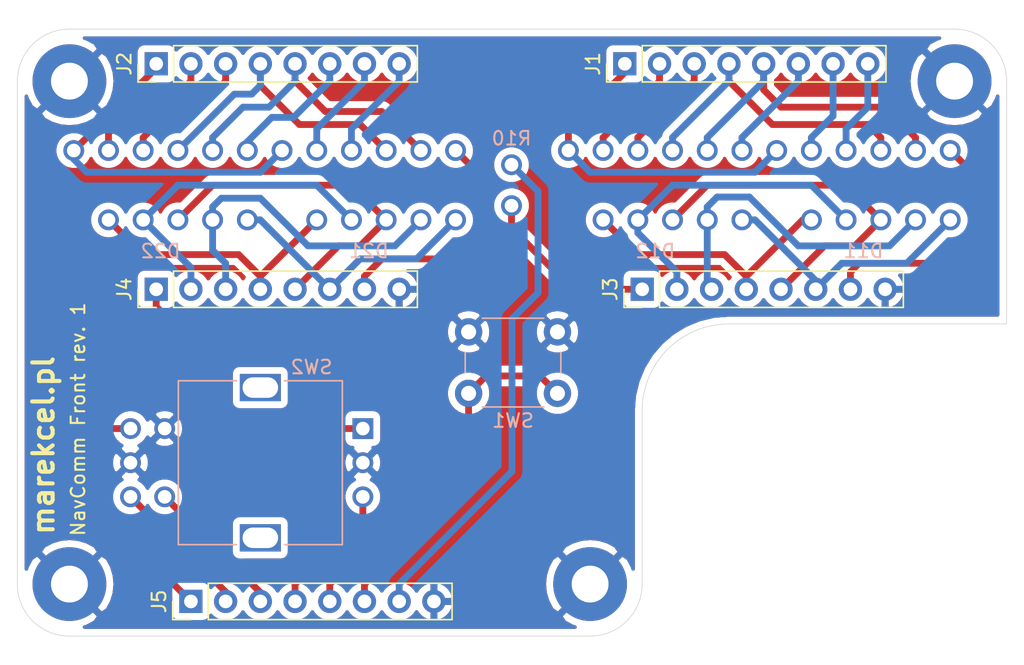
<source format=kicad_pcb>
(kicad_pcb (version 20171130) (host pcbnew 5.1.6-c6e7f7d~87~ubuntu20.04.1)

  (general
    (thickness 1.6)
    (drawings 13)
    (tracks 192)
    (zones 0)
    (modules 16)
    (nets 38)
  )

  (page A4)
  (title_block
    (title "Nav-Comm - Front")
    (date 2020-07-19)
    (rev 1)
    (company marekcel.pl)
  )

  (layers
    (0 F.Cu signal)
    (31 B.Cu signal)
    (32 B.Adhes user)
    (33 F.Adhes user)
    (34 B.Paste user)
    (35 F.Paste user)
    (36 B.SilkS user)
    (37 F.SilkS user)
    (38 B.Mask user)
    (39 F.Mask user)
    (40 Dwgs.User user)
    (41 Cmts.User user)
    (42 Eco1.User user)
    (43 Eco2.User user)
    (44 Edge.Cuts user)
    (45 Margin user)
    (46 B.CrtYd user)
    (47 F.CrtYd user)
    (48 B.Fab user)
    (49 F.Fab user)
  )

  (setup
    (last_trace_width 0.5)
    (trace_clearance 0.25)
    (zone_clearance 0.508)
    (zone_45_only no)
    (trace_min 0.2)
    (via_size 0.8)
    (via_drill 0.4)
    (via_min_size 0.4)
    (via_min_drill 0.3)
    (uvia_size 0.3)
    (uvia_drill 0.1)
    (uvias_allowed no)
    (uvia_min_size 0.2)
    (uvia_min_drill 0.1)
    (edge_width 0.05)
    (segment_width 0.2)
    (pcb_text_width 0.3)
    (pcb_text_size 1.5 1.5)
    (mod_edge_width 0.12)
    (mod_text_size 1 1)
    (mod_text_width 0.15)
    (pad_size 1.524 1.524)
    (pad_drill 0.762)
    (pad_to_mask_clearance 0.05)
    (aux_axis_origin 0 0)
    (visible_elements FFFFFF7F)
    (pcbplotparams
      (layerselection 0x010fc_ffffffff)
      (usegerberextensions false)
      (usegerberattributes true)
      (usegerberadvancedattributes true)
      (creategerberjobfile true)
      (excludeedgelayer true)
      (linewidth 0.100000)
      (plotframeref false)
      (viasonmask false)
      (mode 1)
      (useauxorigin false)
      (hpglpennumber 1)
      (hpglpenspeed 20)
      (hpglpendiameter 15.000000)
      (psnegative false)
      (psa4output false)
      (plotreference true)
      (plotvalue true)
      (plotinvisibletext false)
      (padsonsilk false)
      (subtractmaskfromsilk false)
      (outputformat 1)
      (mirror false)
      (drillshape 1)
      (scaleselection 1)
      (outputdirectory ""))
  )

  (net 0 "")
  (net 1 GND)
  (net 2 /D1_SEG_A)
  (net 3 /D1_SEG_F)
  (net 4 /D1_SEG_B)
  (net 5 /D1_SEG_G)
  (net 6 /D1_SEG_C)
  (net 7 /D1_DP)
  (net 8 /D1_SEG_D)
  (net 9 /D1_SEG_E)
  (net 10 /D2_SEG_A)
  (net 11 /D2_SEG_F)
  (net 12 /D2_SEG_B)
  (net 13 /D2_SEG_G)
  (net 14 /D2_SEG_C)
  (net 15 /D2_DP)
  (net 16 /D2_SEG_D)
  (net 17 /D2_SEG_E)
  (net 18 VCC)
  (net 19 /FREQ_SW)
  (net 20 /D1_DIG_0)
  (net 21 /D1_DIG_1)
  (net 22 /D1_DIG_2)
  (net 23 /D1_DIG_3)
  (net 24 /D1_DIG_4)
  (net 25 /D1_DIG_5)
  (net 26 /D2_DIG_0)
  (net 27 /D2_DIG_1)
  (net 28 /D2_DIG_2)
  (net 29 /D2_DIG_3)
  (net 30 /D2_DIG_4)
  (net 31 /D2_DIG_5)
  (net 32 /RV_LIT)
  (net 33 /FREQ_B1)
  (net 34 /FREQ_A1)
  (net 35 /FREQ_E)
  (net 36 /FREQ_B)
  (net 37 /FREQ_A)

  (net_class Default "This is the default net class."
    (clearance 0.25)
    (trace_width 0.5)
    (via_dia 0.8)
    (via_drill 0.4)
    (uvia_dia 0.3)
    (uvia_drill 0.1)
    (add_net /D1_DIG_0)
    (add_net /D1_DIG_1)
    (add_net /D1_DIG_2)
    (add_net /D1_DIG_3)
    (add_net /D1_DIG_4)
    (add_net /D1_DIG_5)
    (add_net /D1_DP)
    (add_net /D1_SEG_A)
    (add_net /D1_SEG_B)
    (add_net /D1_SEG_C)
    (add_net /D1_SEG_D)
    (add_net /D1_SEG_E)
    (add_net /D1_SEG_F)
    (add_net /D1_SEG_G)
    (add_net /D2_DIG_0)
    (add_net /D2_DIG_1)
    (add_net /D2_DIG_2)
    (add_net /D2_DIG_3)
    (add_net /D2_DIG_4)
    (add_net /D2_DIG_5)
    (add_net /D2_DP)
    (add_net /D2_SEG_A)
    (add_net /D2_SEG_B)
    (add_net /D2_SEG_C)
    (add_net /D2_SEG_D)
    (add_net /D2_SEG_E)
    (add_net /D2_SEG_F)
    (add_net /D2_SEG_G)
    (add_net /FREQ_A)
    (add_net /FREQ_A1)
    (add_net /FREQ_B)
    (add_net /FREQ_B1)
    (add_net /FREQ_E)
    (add_net /FREQ_SW)
    (add_net /RV_LIT)
    (add_net GND)
    (add_net VCC)
  )

  (module 2352AS:2352AS (layer B.Cu) (tedit 5F13EABA) (tstamp 5F14AF17)
    (at 173.6725 90.17 180)
    (path /5F12B0CD)
    (fp_text reference D11 (at 0 -4.826) (layer B.SilkS)
      (effects (font (size 1 1) (thickness 0.15)) (justify mirror))
    )
    (fp_text value 2352AS (at 0 4.826) (layer B.Fab)
      (effects (font (size 1 1) (thickness 0.15)) (justify mirror))
    )
    (fp_line (start -7.62 -4.064) (end -7.62 4.064) (layer B.CrtYd) (width 0.12))
    (fp_line (start 7.62 -4.064) (end 7.62 4.064) (layer B.CrtYd) (width 0.12))
    (fp_line (start -7.62 4.064) (end 7.62 4.064) (layer B.CrtYd) (width 0.12))
    (fp_line (start 7.62 -4.064) (end -7.62 -4.064) (layer B.CrtYd) (width 0.12))
    (pad 1 thru_hole circle (at -6.35 -2.54 180) (size 1.524 1.524) (drill 1) (layers *.Cu *.Mask)
      (net 9 /D1_SEG_E))
    (pad 2 thru_hole circle (at -3.81 -2.54 180) (size 1.524 1.524) (drill 1) (layers *.Cu *.Mask)
      (net 8 /D1_SEG_D))
    (pad 3 thru_hole circle (at -1.27 -2.54 180) (size 1.524 1.524) (drill 1) (layers *.Cu *.Mask)
      (net 7 /D1_DP))
    (pad 4 thru_hole circle (at 1.27 -2.54 180) (size 1.524 1.524) (drill 1) (layers *.Cu *.Mask)
      (net 6 /D1_SEG_C))
    (pad 5 thru_hole circle (at 3.81 -2.54 180) (size 1.524 1.524) (drill 1) (layers *.Cu *.Mask)
      (net 5 /D1_SEG_G))
    (pad 7 thru_hole circle (at 6.35 2.54 180) (size 1.524 1.524) (drill 1) (layers *.Cu *.Mask)
      (net 4 /D1_SEG_B))
    (pad 8 thru_hole circle (at 3.81 2.54 180) (size 1.524 1.524) (drill 1) (layers *.Cu *.Mask)
      (net 22 /D1_DIG_2))
    (pad 9 thru_hole circle (at 1.27 2.54 180) (size 1.524 1.524) (drill 1) (layers *.Cu *.Mask)
      (net 21 /D1_DIG_1))
    (pad 10 thru_hole circle (at -1.27 2.54 180) (size 1.524 1.524) (drill 1) (layers *.Cu *.Mask)
      (net 3 /D1_SEG_F))
    (pad 11 thru_hole circle (at -3.81 2.54 180) (size 1.524 1.524) (drill 1) (layers *.Cu *.Mask)
      (net 2 /D1_SEG_A))
    (pad 12 thru_hole circle (at -6.35 2.54 180) (size 1.524 1.524) (drill 1) (layers *.Cu *.Mask)
      (net 20 /D1_DIG_0))
    (model ${KIPRJMOD}/Libraries/3D_Models/2352AS.step
      (at (xyz 0 0 0))
      (scale (xyz 1 1 1))
      (rotate (xyz 0 0 0))
    )
  )

  (module Connector_PinHeader_2.54mm:PinHeader_1x08_P2.54mm_Vertical (layer F.Cu) (tedit 59FED5CC) (tstamp 5F14452D)
    (at 124.46 120.65 90)
    (descr "Through hole straight pin header, 1x08, 2.54mm pitch, single row")
    (tags "Through hole pin header THT 1x08 2.54mm single row")
    (path /5F1D2B35)
    (fp_text reference J5 (at 0 -2.33 90) (layer F.SilkS)
      (effects (font (size 1 1) (thickness 0.15)))
    )
    (fp_text value Conn_01x08 (at 0 20.11 90) (layer F.Fab)
      (effects (font (size 1 1) (thickness 0.15)))
    )
    (fp_line (start 1.8 -1.8) (end -1.8 -1.8) (layer F.CrtYd) (width 0.05))
    (fp_line (start 1.8 19.55) (end 1.8 -1.8) (layer F.CrtYd) (width 0.05))
    (fp_line (start -1.8 19.55) (end 1.8 19.55) (layer F.CrtYd) (width 0.05))
    (fp_line (start -1.8 -1.8) (end -1.8 19.55) (layer F.CrtYd) (width 0.05))
    (fp_line (start -1.33 -1.33) (end 0 -1.33) (layer F.SilkS) (width 0.12))
    (fp_line (start -1.33 0) (end -1.33 -1.33) (layer F.SilkS) (width 0.12))
    (fp_line (start -1.33 1.27) (end 1.33 1.27) (layer F.SilkS) (width 0.12))
    (fp_line (start 1.33 1.27) (end 1.33 19.11) (layer F.SilkS) (width 0.12))
    (fp_line (start -1.33 1.27) (end -1.33 19.11) (layer F.SilkS) (width 0.12))
    (fp_line (start -1.33 19.11) (end 1.33 19.11) (layer F.SilkS) (width 0.12))
    (fp_line (start -1.27 -0.635) (end -0.635 -1.27) (layer F.Fab) (width 0.1))
    (fp_line (start -1.27 19.05) (end -1.27 -0.635) (layer F.Fab) (width 0.1))
    (fp_line (start 1.27 19.05) (end -1.27 19.05) (layer F.Fab) (width 0.1))
    (fp_line (start 1.27 -1.27) (end 1.27 19.05) (layer F.Fab) (width 0.1))
    (fp_line (start -0.635 -1.27) (end 1.27 -1.27) (layer F.Fab) (width 0.1))
    (fp_text user %R (at 0 8.89) (layer F.Fab)
      (effects (font (size 1 1) (thickness 0.15)))
    )
    (pad 8 thru_hole oval (at 0 17.78 90) (size 1.7 1.7) (drill 1) (layers *.Cu *.Mask)
      (net 1 GND))
    (pad 7 thru_hole oval (at 0 15.24 90) (size 1.7 1.7) (drill 1) (layers *.Cu *.Mask)
      (net 32 /RV_LIT))
    (pad 6 thru_hole oval (at 0 12.7 90) (size 1.7 1.7) (drill 1) (layers *.Cu *.Mask)
      (net 19 /FREQ_SW))
    (pad 5 thru_hole oval (at 0 10.16 90) (size 1.7 1.7) (drill 1) (layers *.Cu *.Mask)
      (net 36 /FREQ_B))
    (pad 4 thru_hole oval (at 0 7.62 90) (size 1.7 1.7) (drill 1) (layers *.Cu *.Mask)
      (net 37 /FREQ_A))
    (pad 3 thru_hole oval (at 0 5.08 90) (size 1.7 1.7) (drill 1) (layers *.Cu *.Mask)
      (net 35 /FREQ_E))
    (pad 2 thru_hole oval (at 0 2.54 90) (size 1.7 1.7) (drill 1) (layers *.Cu *.Mask)
      (net 33 /FREQ_B1))
    (pad 1 thru_hole rect (at 0 0 90) (size 1.7 1.7) (drill 1) (layers *.Cu *.Mask)
      (net 34 /FREQ_A1))
    (model ${KISYS3DMOD}/Connector_PinHeader_2.54mm.3dshapes/PinHeader_1x08_P2.54mm_Vertical.wrl
      (at (xyz 0 0 0))
      (scale (xyz 1 1 1))
      (rotate (xyz 0 0 0))
    )
  )

  (module Connector_PinHeader_2.54mm:PinHeader_1x08_P2.54mm_Vertical (layer F.Cu) (tedit 59FED5CC) (tstamp 5F142AF1)
    (at 121.92 97.79 90)
    (descr "Through hole straight pin header, 1x08, 2.54mm pitch, single row")
    (tags "Through hole pin header THT 1x08 2.54mm single row")
    (path /5F17E243)
    (fp_text reference J4 (at 0 -2.33 90) (layer F.SilkS)
      (effects (font (size 1 1) (thickness 0.15)))
    )
    (fp_text value Conn_01x08 (at 0 20.11 90) (layer F.Fab)
      (effects (font (size 1 1) (thickness 0.15)))
    )
    (fp_line (start 1.8 -1.8) (end -1.8 -1.8) (layer F.CrtYd) (width 0.05))
    (fp_line (start 1.8 19.55) (end 1.8 -1.8) (layer F.CrtYd) (width 0.05))
    (fp_line (start -1.8 19.55) (end 1.8 19.55) (layer F.CrtYd) (width 0.05))
    (fp_line (start -1.8 -1.8) (end -1.8 19.55) (layer F.CrtYd) (width 0.05))
    (fp_line (start -1.33 -1.33) (end 0 -1.33) (layer F.SilkS) (width 0.12))
    (fp_line (start -1.33 0) (end -1.33 -1.33) (layer F.SilkS) (width 0.12))
    (fp_line (start -1.33 1.27) (end 1.33 1.27) (layer F.SilkS) (width 0.12))
    (fp_line (start 1.33 1.27) (end 1.33 19.11) (layer F.SilkS) (width 0.12))
    (fp_line (start -1.33 1.27) (end -1.33 19.11) (layer F.SilkS) (width 0.12))
    (fp_line (start -1.33 19.11) (end 1.33 19.11) (layer F.SilkS) (width 0.12))
    (fp_line (start -1.27 -0.635) (end -0.635 -1.27) (layer F.Fab) (width 0.1))
    (fp_line (start -1.27 19.05) (end -1.27 -0.635) (layer F.Fab) (width 0.1))
    (fp_line (start 1.27 19.05) (end -1.27 19.05) (layer F.Fab) (width 0.1))
    (fp_line (start 1.27 -1.27) (end 1.27 19.05) (layer F.Fab) (width 0.1))
    (fp_line (start -0.635 -1.27) (end 1.27 -1.27) (layer F.Fab) (width 0.1))
    (fp_text user %R (at 0 8.89) (layer F.Fab)
      (effects (font (size 1 1) (thickness 0.15)))
    )
    (pad 8 thru_hole oval (at 0 17.78 90) (size 1.7 1.7) (drill 1) (layers *.Cu *.Mask)
      (net 1 GND))
    (pad 7 thru_hole oval (at 0 15.24 90) (size 1.7 1.7) (drill 1) (layers *.Cu *.Mask)
      (net 26 /D2_DIG_0))
    (pad 6 thru_hole oval (at 0 12.7 90) (size 1.7 1.7) (drill 1) (layers *.Cu *.Mask)
      (net 17 /D2_SEG_E))
    (pad 5 thru_hole oval (at 0 10.16 90) (size 1.7 1.7) (drill 1) (layers *.Cu *.Mask)
      (net 15 /D2_DP))
    (pad 4 thru_hole oval (at 0 7.62 90) (size 1.7 1.7) (drill 1) (layers *.Cu *.Mask)
      (net 13 /D2_SEG_G))
    (pad 3 thru_hole oval (at 0 5.08 90) (size 1.7 1.7) (drill 1) (layers *.Cu *.Mask)
      (net 16 /D2_SEG_D))
    (pad 2 thru_hole oval (at 0 2.54 90) (size 1.7 1.7) (drill 1) (layers *.Cu *.Mask)
      (net 14 /D2_SEG_C))
    (pad 1 thru_hole rect (at 0 0 90) (size 1.7 1.7) (drill 1) (layers *.Cu *.Mask)
      (net 18 VCC))
    (model ${KISYS3DMOD}/Connector_PinHeader_2.54mm.3dshapes/PinHeader_1x08_P2.54mm_Vertical.wrl
      (at (xyz 0 0 0))
      (scale (xyz 1 1 1))
      (rotate (xyz 0 0 0))
    )
  )

  (module Connector_PinHeader_2.54mm:PinHeader_1x08_P2.54mm_Vertical (layer F.Cu) (tedit 59FED5CC) (tstamp 5F14AFCD)
    (at 157.48 97.79 90)
    (descr "Through hole straight pin header, 1x08, 2.54mm pitch, single row")
    (tags "Through hole pin header THT 1x08 2.54mm single row")
    (path /5F17DACC)
    (fp_text reference J3 (at 0 -2.33 90) (layer F.SilkS)
      (effects (font (size 1 1) (thickness 0.15)))
    )
    (fp_text value Conn_01x08 (at 0 20.11 90) (layer F.Fab)
      (effects (font (size 1 1) (thickness 0.15)))
    )
    (fp_line (start 1.8 -1.8) (end -1.8 -1.8) (layer F.CrtYd) (width 0.05))
    (fp_line (start 1.8 19.55) (end 1.8 -1.8) (layer F.CrtYd) (width 0.05))
    (fp_line (start -1.8 19.55) (end 1.8 19.55) (layer F.CrtYd) (width 0.05))
    (fp_line (start -1.8 -1.8) (end -1.8 19.55) (layer F.CrtYd) (width 0.05))
    (fp_line (start -1.33 -1.33) (end 0 -1.33) (layer F.SilkS) (width 0.12))
    (fp_line (start -1.33 0) (end -1.33 -1.33) (layer F.SilkS) (width 0.12))
    (fp_line (start -1.33 1.27) (end 1.33 1.27) (layer F.SilkS) (width 0.12))
    (fp_line (start 1.33 1.27) (end 1.33 19.11) (layer F.SilkS) (width 0.12))
    (fp_line (start -1.33 1.27) (end -1.33 19.11) (layer F.SilkS) (width 0.12))
    (fp_line (start -1.33 19.11) (end 1.33 19.11) (layer F.SilkS) (width 0.12))
    (fp_line (start -1.27 -0.635) (end -0.635 -1.27) (layer F.Fab) (width 0.1))
    (fp_line (start -1.27 19.05) (end -1.27 -0.635) (layer F.Fab) (width 0.1))
    (fp_line (start 1.27 19.05) (end -1.27 19.05) (layer F.Fab) (width 0.1))
    (fp_line (start 1.27 -1.27) (end 1.27 19.05) (layer F.Fab) (width 0.1))
    (fp_line (start -0.635 -1.27) (end 1.27 -1.27) (layer F.Fab) (width 0.1))
    (fp_text user %R (at 0 8.89) (layer F.Fab)
      (effects (font (size 1 1) (thickness 0.15)))
    )
    (pad 8 thru_hole oval (at 0 17.78 90) (size 1.7 1.7) (drill 1) (layers *.Cu *.Mask)
      (net 1 GND))
    (pad 7 thru_hole oval (at 0 15.24 90) (size 1.7 1.7) (drill 1) (layers *.Cu *.Mask)
      (net 20 /D1_DIG_0))
    (pad 6 thru_hole oval (at 0 12.7 90) (size 1.7 1.7) (drill 1) (layers *.Cu *.Mask)
      (net 9 /D1_SEG_E))
    (pad 5 thru_hole oval (at 0 10.16 90) (size 1.7 1.7) (drill 1) (layers *.Cu *.Mask)
      (net 7 /D1_DP))
    (pad 4 thru_hole oval (at 0 7.62 90) (size 1.7 1.7) (drill 1) (layers *.Cu *.Mask)
      (net 5 /D1_SEG_G))
    (pad 3 thru_hole oval (at 0 5.08 90) (size 1.7 1.7) (drill 1) (layers *.Cu *.Mask)
      (net 8 /D1_SEG_D))
    (pad 2 thru_hole oval (at 0 2.54 90) (size 1.7 1.7) (drill 1) (layers *.Cu *.Mask)
      (net 6 /D1_SEG_C))
    (pad 1 thru_hole rect (at 0 0 90) (size 1.7 1.7) (drill 1) (layers *.Cu *.Mask)
      (net 18 VCC))
    (model ${KISYS3DMOD}/Connector_PinHeader_2.54mm.3dshapes/PinHeader_1x08_P2.54mm_Vertical.wrl
      (at (xyz 0 0 0))
      (scale (xyz 1 1 1))
      (rotate (xyz 0 0 0))
    )
  )

  (module Connector_PinHeader_2.54mm:PinHeader_1x08_P2.54mm_Vertical (layer F.Cu) (tedit 59FED5CC) (tstamp 5F142AB9)
    (at 121.92 81.28 90)
    (descr "Through hole straight pin header, 1x08, 2.54mm pitch, single row")
    (tags "Through hole pin header THT 1x08 2.54mm single row")
    (path /5F17D1FF)
    (fp_text reference J2 (at 0 -2.33 90) (layer F.SilkS)
      (effects (font (size 1 1) (thickness 0.15)))
    )
    (fp_text value Conn_01x08 (at 0 20.11 90) (layer F.Fab)
      (effects (font (size 1 1) (thickness 0.15)))
    )
    (fp_line (start 1.8 -1.8) (end -1.8 -1.8) (layer F.CrtYd) (width 0.05))
    (fp_line (start 1.8 19.55) (end 1.8 -1.8) (layer F.CrtYd) (width 0.05))
    (fp_line (start -1.8 19.55) (end 1.8 19.55) (layer F.CrtYd) (width 0.05))
    (fp_line (start -1.8 -1.8) (end -1.8 19.55) (layer F.CrtYd) (width 0.05))
    (fp_line (start -1.33 -1.33) (end 0 -1.33) (layer F.SilkS) (width 0.12))
    (fp_line (start -1.33 0) (end -1.33 -1.33) (layer F.SilkS) (width 0.12))
    (fp_line (start -1.33 1.27) (end 1.33 1.27) (layer F.SilkS) (width 0.12))
    (fp_line (start 1.33 1.27) (end 1.33 19.11) (layer F.SilkS) (width 0.12))
    (fp_line (start -1.33 1.27) (end -1.33 19.11) (layer F.SilkS) (width 0.12))
    (fp_line (start -1.33 19.11) (end 1.33 19.11) (layer F.SilkS) (width 0.12))
    (fp_line (start -1.27 -0.635) (end -0.635 -1.27) (layer F.Fab) (width 0.1))
    (fp_line (start -1.27 19.05) (end -1.27 -0.635) (layer F.Fab) (width 0.1))
    (fp_line (start 1.27 19.05) (end -1.27 19.05) (layer F.Fab) (width 0.1))
    (fp_line (start 1.27 -1.27) (end 1.27 19.05) (layer F.Fab) (width 0.1))
    (fp_line (start -0.635 -1.27) (end 1.27 -1.27) (layer F.Fab) (width 0.1))
    (fp_text user %R (at 0 8.89) (layer F.Fab)
      (effects (font (size 1 1) (thickness 0.15)))
    )
    (pad 8 thru_hole oval (at 0 17.78 90) (size 1.7 1.7) (drill 1) (layers *.Cu *.Mask)
      (net 27 /D2_DIG_1))
    (pad 7 thru_hole oval (at 0 15.24 90) (size 1.7 1.7) (drill 1) (layers *.Cu *.Mask)
      (net 28 /D2_DIG_2))
    (pad 6 thru_hole oval (at 0 12.7 90) (size 1.7 1.7) (drill 1) (layers *.Cu *.Mask)
      (net 29 /D2_DIG_3))
    (pad 5 thru_hole oval (at 0 10.16 90) (size 1.7 1.7) (drill 1) (layers *.Cu *.Mask)
      (net 10 /D2_SEG_A))
    (pad 4 thru_hole oval (at 0 7.62 90) (size 1.7 1.7) (drill 1) (layers *.Cu *.Mask)
      (net 11 /D2_SEG_F))
    (pad 3 thru_hole oval (at 0 5.08 90) (size 1.7 1.7) (drill 1) (layers *.Cu *.Mask)
      (net 30 /D2_DIG_4))
    (pad 2 thru_hole oval (at 0 2.54 90) (size 1.7 1.7) (drill 1) (layers *.Cu *.Mask)
      (net 31 /D2_DIG_5))
    (pad 1 thru_hole rect (at 0 0 90) (size 1.7 1.7) (drill 1) (layers *.Cu *.Mask)
      (net 12 /D2_SEG_B))
    (model ${KISYS3DMOD}/Connector_PinHeader_2.54mm.3dshapes/PinHeader_1x08_P2.54mm_Vertical.wrl
      (at (xyz 0 0 0))
      (scale (xyz 1 1 1))
      (rotate (xyz 0 0 0))
    )
  )

  (module Connector_PinHeader_2.54mm:PinHeader_1x08_P2.54mm_Vertical (layer F.Cu) (tedit 59FED5CC) (tstamp 5F142A9D)
    (at 156.21 81.28 90)
    (descr "Through hole straight pin header, 1x08, 2.54mm pitch, single row")
    (tags "Through hole pin header THT 1x08 2.54mm single row")
    (path /5F17C590)
    (fp_text reference J1 (at 0 -2.33 90) (layer F.SilkS)
      (effects (font (size 1 1) (thickness 0.15)))
    )
    (fp_text value Conn_01x08 (at 0 20.11 90) (layer F.Fab)
      (effects (font (size 1 1) (thickness 0.15)))
    )
    (fp_text user %R (at 0 8.89) (layer F.Fab)
      (effects (font (size 1 1) (thickness 0.15)))
    )
    (fp_line (start -0.635 -1.27) (end 1.27 -1.27) (layer F.Fab) (width 0.1))
    (fp_line (start 1.27 -1.27) (end 1.27 19.05) (layer F.Fab) (width 0.1))
    (fp_line (start 1.27 19.05) (end -1.27 19.05) (layer F.Fab) (width 0.1))
    (fp_line (start -1.27 19.05) (end -1.27 -0.635) (layer F.Fab) (width 0.1))
    (fp_line (start -1.27 -0.635) (end -0.635 -1.27) (layer F.Fab) (width 0.1))
    (fp_line (start -1.33 19.11) (end 1.33 19.11) (layer F.SilkS) (width 0.12))
    (fp_line (start -1.33 1.27) (end -1.33 19.11) (layer F.SilkS) (width 0.12))
    (fp_line (start 1.33 1.27) (end 1.33 19.11) (layer F.SilkS) (width 0.12))
    (fp_line (start -1.33 1.27) (end 1.33 1.27) (layer F.SilkS) (width 0.12))
    (fp_line (start -1.33 0) (end -1.33 -1.33) (layer F.SilkS) (width 0.12))
    (fp_line (start -1.33 -1.33) (end 0 -1.33) (layer F.SilkS) (width 0.12))
    (fp_line (start -1.8 -1.8) (end -1.8 19.55) (layer F.CrtYd) (width 0.05))
    (fp_line (start -1.8 19.55) (end 1.8 19.55) (layer F.CrtYd) (width 0.05))
    (fp_line (start 1.8 19.55) (end 1.8 -1.8) (layer F.CrtYd) (width 0.05))
    (fp_line (start 1.8 -1.8) (end -1.8 -1.8) (layer F.CrtYd) (width 0.05))
    (pad 1 thru_hole rect (at 0 0 90) (size 1.7 1.7) (drill 1) (layers *.Cu *.Mask)
      (net 4 /D1_SEG_B))
    (pad 2 thru_hole oval (at 0 2.54 90) (size 1.7 1.7) (drill 1) (layers *.Cu *.Mask)
      (net 25 /D1_DIG_5))
    (pad 3 thru_hole oval (at 0 5.08 90) (size 1.7 1.7) (drill 1) (layers *.Cu *.Mask)
      (net 24 /D1_DIG_4))
    (pad 4 thru_hole oval (at 0 7.62 90) (size 1.7 1.7) (drill 1) (layers *.Cu *.Mask)
      (net 3 /D1_SEG_F))
    (pad 5 thru_hole oval (at 0 10.16 90) (size 1.7 1.7) (drill 1) (layers *.Cu *.Mask)
      (net 2 /D1_SEG_A))
    (pad 6 thru_hole oval (at 0 12.7 90) (size 1.7 1.7) (drill 1) (layers *.Cu *.Mask)
      (net 23 /D1_DIG_3))
    (pad 7 thru_hole oval (at 0 15.24 90) (size 1.7 1.7) (drill 1) (layers *.Cu *.Mask)
      (net 22 /D1_DIG_2))
    (pad 8 thru_hole oval (at 0 17.78 90) (size 1.7 1.7) (drill 1) (layers *.Cu *.Mask)
      (net 21 /D1_DIG_1))
    (model ${KISYS3DMOD}/Connector_PinHeader_2.54mm.3dshapes/PinHeader_1x08_P2.54mm_Vertical.wrl
      (at (xyz 0 0 0))
      (scale (xyz 1 1 1))
      (rotate (xyz 0 0 0))
    )
  )

  (module EC11EBB24C03:EC11EBB24C03 (layer B.Cu) (tedit 5F13EAE6) (tstamp 5F135114)
    (at 129.54 110.49 270)
    (path /5F139904)
    (fp_text reference SW2 (at -7 -3.75 180) (layer B.SilkS)
      (effects (font (size 1 1) (thickness 0.15)) (justify mirror))
    )
    (fp_text value Encoder (at 7.25 -0.25 180) (layer B.Fab)
      (effects (font (size 1 1) (thickness 0.15)) (justify mirror))
    )
    (fp_line (start 3.81 -8.89) (end 3.81 -6.35) (layer B.CrtYd) (width 0.05))
    (fp_line (start -3.81 -8.89) (end -3.81 -6.35) (layer B.CrtYd) (width 0.05))
    (fp_line (start 3.81 10.795) (end 3.81 6.35) (layer B.CrtYd) (width 0.05))
    (fp_line (start -3.81 10.795) (end -3.81 6.35) (layer B.CrtYd) (width 0.05))
    (fp_line (start -3.81 -8.89) (end 3.81 -8.89) (layer B.CrtYd) (width 0.05))
    (fp_line (start -3.81 10.795) (end 3.81 10.795) (layer B.CrtYd) (width 0.05))
    (fp_line (start -6 6) (end 6 6) (layer B.SilkS) (width 0.12))
    (fp_line (start -6 -6) (end 6 -6) (layer B.SilkS) (width 0.12))
    (fp_line (start -6 6) (end -6 1.75) (layer B.SilkS) (width 0.12))
    (fp_line (start -6 -6) (end -6 -1.75) (layer B.SilkS) (width 0.12))
    (fp_line (start 6 6) (end 6 1.75) (layer B.SilkS) (width 0.12))
    (fp_line (start 6 -6) (end 6 -1.75) (layer B.SilkS) (width 0.12))
    (fp_circle (center 0 0) (end 2.25 -3) (layer B.Fab) (width 0.12))
    (fp_circle (center 0 0) (end 1.5 -1.75) (layer B.Fab) (width 0.12))
    (fp_line (start -3.81 -6.35) (end -6.731 -6.35) (layer B.CrtYd) (width 0.05))
    (fp_line (start 3.81 -6.35) (end 6.731 -6.35) (layer B.CrtYd) (width 0.05))
    (fp_line (start -3.81 6.35) (end -6.731 6.35) (layer B.CrtYd) (width 0.05))
    (fp_line (start 3.81 6.35) (end 6.731 6.35) (layer B.CrtYd) (width 0.05))
    (fp_line (start -6.731 6.35) (end -6.731 -6.35) (layer B.CrtYd) (width 0.05))
    (fp_line (start 6.731 -6.35) (end 6.731 6.35) (layer B.CrtYd) (width 0.05))
    (pad MP thru_hole rect (at 5.5 0 270) (size 2 3) (drill oval 1.5 2.6) (layers *.Cu *.Mask))
    (pad MP thru_hole rect (at -5.5 0 270) (size 2 3) (drill oval 1.5 2.6) (layers *.Cu *.Mask))
    (pad 8 thru_hole circle (at 0 9.5 270) (size 1.524 1.524) (drill 1) (layers *.Cu *.Mask)
      (net 1 GND))
    (pad 7 thru_hole circle (at 2.5 9.5 270) (size 1.524 1.524) (drill 1) (layers *.Cu *.Mask)
      (net 33 /FREQ_B1))
    (pad 6 thru_hole circle (at -2.5 9.5 270) (size 1.524 1.524) (drill 1) (layers *.Cu *.Mask)
      (net 34 /FREQ_A1))
    (pad 5 thru_hole circle (at 2.5 7 270) (size 1.524 1.524) (drill 1) (layers *.Cu *.Mask)
      (net 35 /FREQ_E))
    (pad 4 thru_hole circle (at -2.5 7 270) (size 1.524 1.524) (drill 1) (layers *.Cu *.Mask)
      (net 1 GND))
    (pad 3 thru_hole circle (at 0 -7.5 270) (size 1.524 1.524) (drill 1) (layers *.Cu *.Mask)
      (net 1 GND))
    (pad 2 thru_hole circle (at 2.5 -7.5 270) (size 1.524 1.524) (drill 1) (layers *.Cu *.Mask)
      (net 36 /FREQ_B))
    (pad 1 thru_hole rect (at -2.5 -7.5 270) (size 1.524 1.524) (drill 1) (layers *.Cu *.Mask)
      (net 37 /FREQ_A))
    (model ${KIPRJMOD}/Libraries/3D_Models/EC11EBB24C03.step
      (offset (xyz 0 0 7))
      (scale (xyz 1 1 1))
      (rotate (xyz 0 0 180))
    )
  )

  (module 2352AS:2352AS (layer B.Cu) (tedit 5F13EABA) (tstamp 5F134F55)
    (at 122.2375 90.17 180)
    (path /5F12BB24)
    (fp_text reference D22 (at 0 -4.826) (layer B.SilkS)
      (effects (font (size 1 1) (thickness 0.15)) (justify mirror))
    )
    (fp_text value 2352AS (at 0 4.826) (layer B.Fab)
      (effects (font (size 1 1) (thickness 0.15)) (justify mirror))
    )
    (fp_line (start 7.62 -4.064) (end -7.62 -4.064) (layer B.CrtYd) (width 0.12))
    (fp_line (start -7.62 4.064) (end 7.62 4.064) (layer B.CrtYd) (width 0.12))
    (fp_line (start 7.62 -4.064) (end 7.62 4.064) (layer B.CrtYd) (width 0.12))
    (fp_line (start -7.62 -4.064) (end -7.62 4.064) (layer B.CrtYd) (width 0.12))
    (pad 12 thru_hole circle (at -6.35 2.54 180) (size 1.524 1.524) (drill 1) (layers *.Cu *.Mask)
      (net 29 /D2_DIG_3))
    (pad 11 thru_hole circle (at -3.81 2.54 180) (size 1.524 1.524) (drill 1) (layers *.Cu *.Mask)
      (net 10 /D2_SEG_A))
    (pad 10 thru_hole circle (at -1.27 2.54 180) (size 1.524 1.524) (drill 1) (layers *.Cu *.Mask)
      (net 11 /D2_SEG_F))
    (pad 9 thru_hole circle (at 1.27 2.54 180) (size 1.524 1.524) (drill 1) (layers *.Cu *.Mask)
      (net 30 /D2_DIG_4))
    (pad 8 thru_hole circle (at 3.81 2.54 180) (size 1.524 1.524) (drill 1) (layers *.Cu *.Mask)
      (net 31 /D2_DIG_5))
    (pad 7 thru_hole circle (at 6.35 2.54 180) (size 1.524 1.524) (drill 1) (layers *.Cu *.Mask)
      (net 12 /D2_SEG_B))
    (pad 5 thru_hole circle (at 3.81 -2.54 180) (size 1.524 1.524) (drill 1) (layers *.Cu *.Mask)
      (net 13 /D2_SEG_G))
    (pad 4 thru_hole circle (at 1.27 -2.54 180) (size 1.524 1.524) (drill 1) (layers *.Cu *.Mask)
      (net 14 /D2_SEG_C))
    (pad 3 thru_hole circle (at -1.27 -2.54 180) (size 1.524 1.524) (drill 1) (layers *.Cu *.Mask)
      (net 15 /D2_DP))
    (pad 2 thru_hole circle (at -3.81 -2.54 180) (size 1.524 1.524) (drill 1) (layers *.Cu *.Mask)
      (net 16 /D2_SEG_D))
    (pad 1 thru_hole circle (at -6.35 -2.54 180) (size 1.524 1.524) (drill 1) (layers *.Cu *.Mask)
      (net 17 /D2_SEG_E))
    (model ${KIPRJMOD}/Libraries/3D_Models/2352AS.step
      (at (xyz 0 0 0))
      (scale (xyz 1 1 1))
      (rotate (xyz 0 0 0))
    )
  )

  (module 2352AS:2352AS (layer B.Cu) (tedit 5F13EABA) (tstamp 5F144835)
    (at 137.4775 90.17 180)
    (path /5F12B512)
    (fp_text reference D21 (at 0 -4.826) (layer B.SilkS)
      (effects (font (size 1 1) (thickness 0.15)) (justify mirror))
    )
    (fp_text value 2352AS (at 0 4.826) (layer B.Fab)
      (effects (font (size 1 1) (thickness 0.15)) (justify mirror))
    )
    (fp_line (start 7.62 -4.064) (end -7.62 -4.064) (layer B.CrtYd) (width 0.12))
    (fp_line (start -7.62 4.064) (end 7.62 4.064) (layer B.CrtYd) (width 0.12))
    (fp_line (start 7.62 -4.064) (end 7.62 4.064) (layer B.CrtYd) (width 0.12))
    (fp_line (start -7.62 -4.064) (end -7.62 4.064) (layer B.CrtYd) (width 0.12))
    (pad 12 thru_hole circle (at -6.35 2.54 180) (size 1.524 1.524) (drill 1) (layers *.Cu *.Mask)
      (net 26 /D2_DIG_0))
    (pad 11 thru_hole circle (at -3.81 2.54 180) (size 1.524 1.524) (drill 1) (layers *.Cu *.Mask)
      (net 10 /D2_SEG_A))
    (pad 10 thru_hole circle (at -1.27 2.54 180) (size 1.524 1.524) (drill 1) (layers *.Cu *.Mask)
      (net 11 /D2_SEG_F))
    (pad 9 thru_hole circle (at 1.27 2.54 180) (size 1.524 1.524) (drill 1) (layers *.Cu *.Mask)
      (net 27 /D2_DIG_1))
    (pad 8 thru_hole circle (at 3.81 2.54 180) (size 1.524 1.524) (drill 1) (layers *.Cu *.Mask)
      (net 28 /D2_DIG_2))
    (pad 7 thru_hole circle (at 6.35 2.54 180) (size 1.524 1.524) (drill 1) (layers *.Cu *.Mask)
      (net 12 /D2_SEG_B))
    (pad 5 thru_hole circle (at 3.81 -2.54 180) (size 1.524 1.524) (drill 1) (layers *.Cu *.Mask)
      (net 13 /D2_SEG_G))
    (pad 4 thru_hole circle (at 1.27 -2.54 180) (size 1.524 1.524) (drill 1) (layers *.Cu *.Mask)
      (net 14 /D2_SEG_C))
    (pad 3 thru_hole circle (at -1.27 -2.54 180) (size 1.524 1.524) (drill 1) (layers *.Cu *.Mask)
      (net 15 /D2_DP))
    (pad 2 thru_hole circle (at -3.81 -2.54 180) (size 1.524 1.524) (drill 1) (layers *.Cu *.Mask)
      (net 16 /D2_SEG_D))
    (pad 1 thru_hole circle (at -6.35 -2.54 180) (size 1.524 1.524) (drill 1) (layers *.Cu *.Mask)
      (net 17 /D2_SEG_E))
    (model ${KIPRJMOD}/Libraries/3D_Models/2352AS.step
      (at (xyz 0 0 0))
      (scale (xyz 1 1 1))
      (rotate (xyz 0 0 0))
    )
  )

  (module 2352AS:2352AS (layer B.Cu) (tedit 5F13EABA) (tstamp 5F14AF72)
    (at 158.4325 90.17 180)
    (path /5F12C63F)
    (fp_text reference D12 (at 0 -4.826) (layer B.SilkS)
      (effects (font (size 1 1) (thickness 0.15)) (justify mirror))
    )
    (fp_text value 2352AS (at 0 4.826) (layer B.Fab)
      (effects (font (size 1 1) (thickness 0.15)) (justify mirror))
    )
    (fp_line (start -7.62 -4.064) (end -7.62 4.064) (layer B.CrtYd) (width 0.12))
    (fp_line (start 7.62 -4.064) (end 7.62 4.064) (layer B.CrtYd) (width 0.12))
    (fp_line (start -7.62 4.064) (end 7.62 4.064) (layer B.CrtYd) (width 0.12))
    (fp_line (start 7.62 -4.064) (end -7.62 -4.064) (layer B.CrtYd) (width 0.12))
    (pad 1 thru_hole circle (at -6.35 -2.54 180) (size 1.524 1.524) (drill 1) (layers *.Cu *.Mask)
      (net 9 /D1_SEG_E))
    (pad 2 thru_hole circle (at -3.81 -2.54 180) (size 1.524 1.524) (drill 1) (layers *.Cu *.Mask)
      (net 8 /D1_SEG_D))
    (pad 3 thru_hole circle (at -1.27 -2.54 180) (size 1.524 1.524) (drill 1) (layers *.Cu *.Mask)
      (net 7 /D1_DP))
    (pad 4 thru_hole circle (at 1.27 -2.54 180) (size 1.524 1.524) (drill 1) (layers *.Cu *.Mask)
      (net 6 /D1_SEG_C))
    (pad 5 thru_hole circle (at 3.81 -2.54 180) (size 1.524 1.524) (drill 1) (layers *.Cu *.Mask)
      (net 5 /D1_SEG_G))
    (pad 7 thru_hole circle (at 6.35 2.54 180) (size 1.524 1.524) (drill 1) (layers *.Cu *.Mask)
      (net 4 /D1_SEG_B))
    (pad 8 thru_hole circle (at 3.81 2.54 180) (size 1.524 1.524) (drill 1) (layers *.Cu *.Mask)
      (net 25 /D1_DIG_5))
    (pad 9 thru_hole circle (at 1.27 2.54 180) (size 1.524 1.524) (drill 1) (layers *.Cu *.Mask)
      (net 24 /D1_DIG_4))
    (pad 10 thru_hole circle (at -1.27 2.54 180) (size 1.524 1.524) (drill 1) (layers *.Cu *.Mask)
      (net 3 /D1_SEG_F))
    (pad 11 thru_hole circle (at -3.81 2.54 180) (size 1.524 1.524) (drill 1) (layers *.Cu *.Mask)
      (net 2 /D1_SEG_A))
    (pad 12 thru_hole circle (at -6.35 2.54 180) (size 1.524 1.524) (drill 1) (layers *.Cu *.Mask)
      (net 23 /D1_DIG_3))
    (model ${KIPRJMOD}/Libraries/3D_Models/2352AS.step
      (at (xyz 0 0 0))
      (scale (xyz 1 1 1))
      (rotate (xyz 0 0 0))
    )
  )

  (module Button_Switch_THT:SW_PUSH_6mm (layer B.Cu) (tedit 5A02FE31) (tstamp 5F13996E)
    (at 144.78 105.41)
    (descr https://www.omron.com/ecb/products/pdf/en-b3f.pdf)
    (tags "tact sw push 6mm")
    (path /5F2A57ED)
    (fp_text reference SW1 (at 3.25 2) (layer B.SilkS)
      (effects (font (size 1 1) (thickness 0.15)) (justify mirror))
    )
    (fp_text value FREQ (at 3.75 -6.7) (layer B.Fab)
      (effects (font (size 1 1) (thickness 0.15)) (justify mirror))
    )
    (fp_line (start 3.25 0.75) (end 6.25 0.75) (layer B.Fab) (width 0.1))
    (fp_line (start 6.25 0.75) (end 6.25 -5.25) (layer B.Fab) (width 0.1))
    (fp_line (start 6.25 -5.25) (end 0.25 -5.25) (layer B.Fab) (width 0.1))
    (fp_line (start 0.25 -5.25) (end 0.25 0.75) (layer B.Fab) (width 0.1))
    (fp_line (start 0.25 0.75) (end 3.25 0.75) (layer B.Fab) (width 0.1))
    (fp_line (start 7.75 -6) (end 8 -6) (layer B.CrtYd) (width 0.05))
    (fp_line (start 8 -6) (end 8 -5.75) (layer B.CrtYd) (width 0.05))
    (fp_line (start 7.75 1.5) (end 8 1.5) (layer B.CrtYd) (width 0.05))
    (fp_line (start 8 1.5) (end 8 1.25) (layer B.CrtYd) (width 0.05))
    (fp_line (start -1.5 1.25) (end -1.5 1.5) (layer B.CrtYd) (width 0.05))
    (fp_line (start -1.5 1.5) (end -1.25 1.5) (layer B.CrtYd) (width 0.05))
    (fp_line (start -1.5 -5.75) (end -1.5 -6) (layer B.CrtYd) (width 0.05))
    (fp_line (start -1.5 -6) (end -1.25 -6) (layer B.CrtYd) (width 0.05))
    (fp_line (start -1.25 1.5) (end 7.75 1.5) (layer B.CrtYd) (width 0.05))
    (fp_line (start -1.5 -5.75) (end -1.5 1.25) (layer B.CrtYd) (width 0.05))
    (fp_line (start 7.75 -6) (end -1.25 -6) (layer B.CrtYd) (width 0.05))
    (fp_line (start 8 1.25) (end 8 -5.75) (layer B.CrtYd) (width 0.05))
    (fp_line (start 1 -5.5) (end 5.5 -5.5) (layer B.SilkS) (width 0.12))
    (fp_line (start -0.25 -1.5) (end -0.25 -3) (layer B.SilkS) (width 0.12))
    (fp_line (start 5.5 1) (end 1 1) (layer B.SilkS) (width 0.12))
    (fp_line (start 6.75 -3) (end 6.75 -1.5) (layer B.SilkS) (width 0.12))
    (fp_circle (center 3.25 -2.25) (end 1.25 -2.5) (layer B.Fab) (width 0.1))
    (fp_text user %R (at 3.25 -2.25) (layer B.Fab)
      (effects (font (size 1 1) (thickness 0.15)) (justify mirror))
    )
    (pad 1 thru_hole circle (at 6.5 0 270) (size 2 2) (drill 1.1) (layers *.Cu *.Mask)
      (net 19 /FREQ_SW))
    (pad 2 thru_hole circle (at 6.5 -4.5 270) (size 2 2) (drill 1.1) (layers *.Cu *.Mask)
      (net 1 GND))
    (pad 1 thru_hole circle (at 0 0 270) (size 2 2) (drill 1.1) (layers *.Cu *.Mask)
      (net 19 /FREQ_SW))
    (pad 2 thru_hole circle (at 0 -4.5 270) (size 2 2) (drill 1.1) (layers *.Cu *.Mask)
      (net 1 GND))
    (model ${KISYS3DMOD}/Button_Switch_THT.3dshapes/SW_PUSH_6mm.wrl
      (at (xyz 0 0 0))
      (scale (xyz 1 1 1))
      (rotate (xyz 0 0 0))
    )
  )

  (module LDR:GL55 (layer B.Cu) (tedit 5F12FEA7) (tstamp 5F13ACF9)
    (at 147.92 90.17 90)
    (path /5F5864B4)
    (fp_text reference R10 (at 3.43 0 180) (layer B.SilkS)
      (effects (font (size 1 1) (thickness 0.15)) (justify mirror))
    )
    (fp_text value R_LIT (at -3.57 0 180) (layer B.Fab)
      (effects (font (size 1 1) (thickness 0.15)) (justify mirror))
    )
    (fp_circle (center 0 0) (end 2.6 0.1) (layer B.CrtYd) (width 0.12))
    (pad 2 thru_hole circle (at 1.5 0 90) (size 1.524 1.524) (drill 1) (layers *.Cu *.Mask)
      (net 32 /RV_LIT))
    (pad 1 thru_hole circle (at -1.5 0 90) (size 1.524 1.524) (drill 1) (layers *.Cu *.Mask)
      (net 18 VCC))
    (model ${KIPRJMOD}/Libraries/3D_Models/GL55.step
      (at (xyz 0 0 0))
      (scale (xyz 1 1 1))
      (rotate (xyz 0 0 0))
    )
  )

  (module MountingHole:MountingHole_2.7mm_M2.5_Pad (layer F.Cu) (tedit 56D1B4CB) (tstamp 5F134F75)
    (at 153.67 119.38 180)
    (descr "Mounting Hole 2.7mm, M2.5")
    (tags "mounting hole 2.7mm m2.5")
    (path /5F149094)
    (attr virtual)
    (fp_text reference H4 (at 0 -3.7) (layer F.SilkS) hide
      (effects (font (size 1 1) (thickness 0.15)))
    )
    (fp_text value MountingHole_Pad (at 0 3.7) (layer F.Fab) hide
      (effects (font (size 1 1) (thickness 0.15)))
    )
    (fp_circle (center 0 0) (end 2.7 0) (layer Cmts.User) (width 0.15))
    (fp_circle (center 0 0) (end 2.95 0) (layer F.CrtYd) (width 0.05))
    (fp_text user %R (at 0.3 0) (layer F.Fab)
      (effects (font (size 1 1) (thickness 0.15)))
    )
    (pad 1 thru_hole circle (at 0 0 180) (size 5.4 5.4) (drill 2.7) (layers *.Cu *.Mask)
      (net 1 GND))
  )

  (module MountingHole:MountingHole_2.7mm_M2.5_Pad (layer F.Cu) (tedit 56D1B4CB) (tstamp 5F134F6D)
    (at 115.57 119.38 180)
    (descr "Mounting Hole 2.7mm, M2.5")
    (tags "mounting hole 2.7mm m2.5")
    (path /5F148DCE)
    (attr virtual)
    (fp_text reference H3 (at 0 -3.7) (layer F.SilkS) hide
      (effects (font (size 1 1) (thickness 0.15)))
    )
    (fp_text value MountingHole_Pad (at 0 3.7) (layer F.Fab) hide
      (effects (font (size 1 1) (thickness 0.15)))
    )
    (fp_circle (center 0 0) (end 2.7 0) (layer Cmts.User) (width 0.15))
    (fp_circle (center 0 0) (end 2.95 0) (layer F.CrtYd) (width 0.05))
    (fp_text user %R (at 0.3 0) (layer F.Fab)
      (effects (font (size 1 1) (thickness 0.15)))
    )
    (pad 1 thru_hole circle (at 0 0 180) (size 5.4 5.4) (drill 2.7) (layers *.Cu *.Mask)
      (net 1 GND))
  )

  (module MountingHole:MountingHole_2.7mm_M2.5_Pad (layer F.Cu) (tedit 56D1B4CB) (tstamp 5F134F65)
    (at 180.34 82.55 180)
    (descr "Mounting Hole 2.7mm, M2.5")
    (tags "mounting hole 2.7mm m2.5")
    (path /5F148B86)
    (attr virtual)
    (fp_text reference H2 (at 0 -3.7) (layer F.SilkS) hide
      (effects (font (size 1 1) (thickness 0.15)))
    )
    (fp_text value MountingHole_Pad (at 0 3.7) (layer F.Fab) hide
      (effects (font (size 1 1) (thickness 0.15)))
    )
    (fp_circle (center 0 0) (end 2.7 0) (layer Cmts.User) (width 0.15))
    (fp_circle (center 0 0) (end 2.95 0) (layer F.CrtYd) (width 0.05))
    (fp_text user %R (at 0.3 0) (layer F.Fab)
      (effects (font (size 1 1) (thickness 0.15)))
    )
    (pad 1 thru_hole circle (at 0 0 180) (size 5.4 5.4) (drill 2.7) (layers *.Cu *.Mask)
      (net 1 GND))
  )

  (module MountingHole:MountingHole_2.7mm_M2.5_Pad (layer F.Cu) (tedit 56D1B4CB) (tstamp 5F134F5D)
    (at 115.57 82.55 180)
    (descr "Mounting Hole 2.7mm, M2.5")
    (tags "mounting hole 2.7mm m2.5")
    (path /5F14819F)
    (attr virtual)
    (fp_text reference H1 (at 0 -3.7) (layer F.SilkS) hide
      (effects (font (size 1 1) (thickness 0.15)))
    )
    (fp_text value MountingHole_Pad (at 0 3.7) (layer F.Fab) hide
      (effects (font (size 1 1) (thickness 0.15)))
    )
    (fp_circle (center 0 0) (end 2.7 0) (layer Cmts.User) (width 0.15))
    (fp_circle (center 0 0) (end 2.95 0) (layer F.CrtYd) (width 0.05))
    (fp_text user %R (at 0.3 0) (layer F.Fab)
      (effects (font (size 1 1) (thickness 0.15)))
    )
    (pad 1 thru_hole circle (at 0 0 180) (size 5.4 5.4) (drill 2.7) (layers *.Cu *.Mask)
      (net 1 GND))
  )

  (gr_text "NavComm Front rev. 1" (at 116.205 107.315 90) (layer F.SilkS)
    (effects (font (size 1 1) (thickness 0.15)))
  )
  (gr_text marekcel.pl (at 113.665 109.22 90) (layer F.SilkS)
    (effects (font (size 1.5 1.5) (thickness 0.3)))
  )
  (gr_line (start 184.15 100.33) (end 163.83 100.33) (layer Edge.Cuts) (width 0.05) (tstamp 5F143586))
  (gr_line (start 184.15 82.55) (end 184.15 100.33) (layer Edge.Cuts) (width 0.05))
  (gr_line (start 111.76 119.38) (end 111.76 82.55) (layer Edge.Cuts) (width 0.05) (tstamp 5F13A008))
  (gr_line (start 153.67 123.19) (end 115.57 123.19) (layer Edge.Cuts) (width 0.05) (tstamp 5F13A007))
  (gr_line (start 157.48 106.68) (end 157.48 119.38) (layer Edge.Cuts) (width 0.05) (tstamp 5F13A006))
  (gr_line (start 115.57 78.74) (end 180.34 78.74) (layer Edge.Cuts) (width 0.05) (tstamp 5F13A003))
  (gr_arc (start 153.67 119.38) (end 153.67 123.19) (angle -90) (layer Edge.Cuts) (width 0.05))
  (gr_arc (start 115.57 119.38) (end 111.76 119.38) (angle -90) (layer Edge.Cuts) (width 0.05))
  (gr_arc (start 115.57 82.55) (end 111.76 82.55) (angle 90) (layer Edge.Cuts) (width 0.05))
  (gr_arc (start 180.34 82.55) (end 180.34 78.74) (angle 90) (layer Edge.Cuts) (width 0.05))
  (gr_arc (start 163.83 106.68) (end 157.48 106.68) (angle 90) (layer Edge.Cuts) (width 0.05))

  (segment (start 162.2425 86.6775) (end 162.2425 87.63) (width 0.5) (layer B.Cu) (net 2))
  (segment (start 166.37 82.55) (end 162.2425 86.6775) (width 0.5) (layer B.Cu) (net 2))
  (segment (start 177.4825 86.6775) (end 177.4825 87.63) (width 0.5) (layer F.Cu) (net 2))
  (segment (start 175.26 84.455) (end 177.4825 86.6775) (width 0.5) (layer F.Cu) (net 2))
  (segment (start 167.64 84.455) (end 175.26 84.455) (width 0.5) (layer F.Cu) (net 2))
  (segment (start 166.37 83.185) (end 167.64 84.455) (width 0.5) (layer F.Cu) (net 2))
  (segment (start 166.37 82.55) (end 166.37 81.28) (width 0.5) (layer B.Cu) (net 2))
  (segment (start 166.37 83.185) (end 166.37 81.28) (width 0.5) (layer F.Cu) (net 2))
  (segment (start 163.83 81.28) (end 163.83 82.55) (width 0.5) (layer F.Cu) (net 3))
  (segment (start 159.7025 86.6775) (end 159.7025 87.63) (width 0.5) (layer B.Cu) (net 3))
  (segment (start 163.83 82.55) (end 159.7025 86.6775) (width 0.5) (layer B.Cu) (net 3))
  (segment (start 174.9425 86.6775) (end 174.9425 87.63) (width 0.5) (layer F.Cu) (net 3))
  (segment (start 173.99 85.725) (end 174.9425 86.6775) (width 0.5) (layer F.Cu) (net 3))
  (segment (start 167.005 85.725) (end 173.99 85.725) (width 0.5) (layer F.Cu) (net 3))
  (segment (start 163.83 82.55) (end 167.005 85.725) (width 0.5) (layer F.Cu) (net 3))
  (segment (start 163.83 81.28) (end 163.83 82.55) (width 0.5) (layer B.Cu) (net 3))
  (segment (start 152.0825 86.0425) (end 152.0825 87.63) (width 0.5) (layer F.Cu) (net 4))
  (segment (start 156.21 81.915) (end 152.0825 86.0425) (width 0.5) (layer F.Cu) (net 4))
  (segment (start 156.21 81.28) (end 156.21 81.915) (width 0.5) (layer F.Cu) (net 4))
  (segment (start 152.0825 87.63) (end 152.0825 87.9475) (width 0.5) (layer B.Cu) (net 4))
  (segment (start 165.735 89.2175) (end 167.3225 87.63) (width 0.5) (layer B.Cu) (net 4))
  (segment (start 153.67 89.2175) (end 165.735 89.2175) (width 0.5) (layer B.Cu) (net 4))
  (segment (start 152.0825 87.63) (end 153.67 89.2175) (width 0.5) (layer B.Cu) (net 4))
  (segment (start 154.6225 92.71) (end 157.1625 95.25) (width 0.5) (layer F.Cu) (net 5))
  (segment (start 157.1625 95.25) (end 163.5125 95.25) (width 0.5) (layer F.Cu) (net 5))
  (segment (start 163.5125 95.25) (end 165.1 96.8375) (width 0.5) (layer F.Cu) (net 5))
  (segment (start 165.1 96.8375) (end 165.1 97.79) (width 0.5) (layer F.Cu) (net 5))
  (segment (start 169.2275 92.71) (end 169.8625 92.71) (width 0.5) (layer F.Cu) (net 5))
  (segment (start 165.1 96.8375) (end 169.2275 92.71) (width 0.5) (layer F.Cu) (net 5))
  (segment (start 157.1625 92.71) (end 157.1625 93.6625) (width 0.5) (layer B.Cu) (net 6))
  (segment (start 160.02 96.52) (end 160.02 97.79) (width 0.5) (layer B.Cu) (net 6))
  (segment (start 157.1625 93.6625) (end 160.02 96.52) (width 0.5) (layer B.Cu) (net 6))
  (segment (start 159.7025 90.17) (end 157.1625 92.71) (width 0.5) (layer B.Cu) (net 6))
  (segment (start 169.8625 90.17) (end 159.7025 90.17) (width 0.5) (layer B.Cu) (net 6))
  (segment (start 172.4025 92.71) (end 169.8625 90.17) (width 0.5) (layer B.Cu) (net 6))
  (segment (start 167.64 97.79) (end 170.815 94.615) (width 0.5) (layer F.Cu) (net 7))
  (segment (start 173.0375 94.615) (end 174.9425 92.71) (width 0.5) (layer F.Cu) (net 7))
  (segment (start 170.815 94.615) (end 173.0375 94.615) (width 0.5) (layer F.Cu) (net 7))
  (segment (start 172.4025 90.17) (end 174.9425 92.71) (width 0.5) (layer F.Cu) (net 7))
  (segment (start 162.2425 90.17) (end 172.4025 90.17) (width 0.5) (layer F.Cu) (net 7))
  (segment (start 159.7025 92.71) (end 162.2425 90.17) (width 0.5) (layer F.Cu) (net 7))
  (segment (start 162.2425 97.4725) (end 162.56 97.79) (width 0.5) (layer B.Cu) (net 8))
  (segment (start 162.2425 92.71) (end 162.2425 97.4725) (width 0.5) (layer B.Cu) (net 8))
  (segment (start 162.2425 91.7575) (end 162.2425 92.71) (width 0.5) (layer B.Cu) (net 8))
  (segment (start 162.96498 91.03502) (end 162.2425 91.7575) (width 0.5) (layer B.Cu) (net 8))
  (segment (start 165.33002 91.03502) (end 162.96498 91.03502) (width 0.5) (layer B.Cu) (net 8))
  (segment (start 168.91 94.615) (end 165.33002 91.03502) (width 0.5) (layer B.Cu) (net 8))
  (segment (start 175.5775 94.615) (end 168.91 94.615) (width 0.5) (layer B.Cu) (net 8))
  (segment (start 177.4825 92.71) (end 175.5775 94.615) (width 0.5) (layer B.Cu) (net 8))
  (segment (start 164.7825 92.71) (end 165.735 92.71) (width 0.5) (layer B.Cu) (net 9))
  (segment (start 165.735 92.71) (end 170.18 97.155) (width 0.5) (layer B.Cu) (net 9))
  (segment (start 170.18 97.155) (end 170.18 97.79) (width 0.5) (layer B.Cu) (net 9))
  (segment (start 180.0225 92.71) (end 176.8475 95.885) (width 0.5) (layer B.Cu) (net 9))
  (segment (start 172.085 95.885) (end 170.18 97.79) (width 0.5) (layer B.Cu) (net 9))
  (segment (start 176.8475 95.885) (end 172.085 95.885) (width 0.5) (layer B.Cu) (net 9))
  (segment (start 132.08 81.28) (end 132.08 82.55) (width 0.5) (layer B.Cu) (net 10))
  (segment (start 132.08 82.55) (end 130.175 84.455) (width 0.5) (layer B.Cu) (net 10))
  (segment (start 130.175 84.455) (end 128.27 84.455) (width 0.5) (layer B.Cu) (net 10))
  (segment (start 126.0475 86.6775) (end 126.0475 87.63) (width 0.5) (layer B.Cu) (net 10))
  (segment (start 128.27 84.455) (end 126.0475 86.6775) (width 0.5) (layer B.Cu) (net 10))
  (segment (start 141.2875 87.63) (end 138.43 84.7725) (width 0.5) (layer F.Cu) (net 10))
  (segment (start 138.43 84.7725) (end 134.3025 84.7725) (width 0.5) (layer F.Cu) (net 10))
  (segment (start 132.08 82.55) (end 132.08 81.28) (width 0.5) (layer F.Cu) (net 10))
  (segment (start 134.3025 84.7725) (end 132.08 82.55) (width 0.5) (layer F.Cu) (net 10))
  (segment (start 127.635 83.5025) (end 123.5075 87.63) (width 0.5) (layer B.Cu) (net 11))
  (segment (start 128.905 83.5025) (end 127.635 83.5025) (width 0.5) (layer B.Cu) (net 11))
  (segment (start 129.54 82.8675) (end 128.905 83.5025) (width 0.5) (layer B.Cu) (net 11))
  (segment (start 129.54 81.28) (end 129.54 82.8675) (width 0.5) (layer B.Cu) (net 11))
  (segment (start 129.54 82.8675) (end 129.54 81.28) (width 0.5) (layer F.Cu) (net 11))
  (segment (start 132.3975 85.725) (end 129.54 82.8675) (width 0.5) (layer F.Cu) (net 11))
  (segment (start 136.8425 85.725) (end 132.3975 85.725) (width 0.5) (layer F.Cu) (net 11))
  (segment (start 138.7475 87.63) (end 136.8425 85.725) (width 0.5) (layer F.Cu) (net 11))
  (segment (start 121.92 81.5975) (end 115.8875 87.63) (width 0.5) (layer F.Cu) (net 12))
  (segment (start 121.92 81.28) (end 121.92 81.5975) (width 0.5) (layer F.Cu) (net 12))
  (segment (start 115.8875 87.63) (end 115.8875 88.265) (width 0.5) (layer B.Cu) (net 12))
  (segment (start 115.8875 88.265) (end 116.84 89.2175) (width 0.5) (layer B.Cu) (net 12))
  (segment (start 129.54 89.2175) (end 131.1275 87.63) (width 0.5) (layer B.Cu) (net 12))
  (segment (start 116.84 89.2175) (end 129.54 89.2175) (width 0.5) (layer B.Cu) (net 12))
  (segment (start 129.54 96.8375) (end 129.54 97.79) (width 0.5) (layer F.Cu) (net 13))
  (segment (start 133.6675 92.71) (end 129.54 96.8375) (width 0.5) (layer F.Cu) (net 13))
  (segment (start 129.54 96.8375) (end 127.9525 95.25) (width 0.5) (layer F.Cu) (net 13))
  (segment (start 120.9675 95.25) (end 118.4275 92.71) (width 0.5) (layer F.Cu) (net 13))
  (segment (start 127.9525 95.25) (end 120.9675 95.25) (width 0.5) (layer F.Cu) (net 13))
  (segment (start 133.6675 90.17) (end 136.2075 92.71) (width 0.5) (layer B.Cu) (net 14))
  (segment (start 123.5075 90.17) (end 133.6675 90.17) (width 0.5) (layer B.Cu) (net 14))
  (segment (start 120.9675 92.71) (end 123.5075 90.17) (width 0.5) (layer B.Cu) (net 14))
  (segment (start 120.9675 92.71) (end 124.46 96.2025) (width 0.5) (layer B.Cu) (net 14))
  (segment (start 124.46 96.2025) (end 124.46 97.79) (width 0.5) (layer B.Cu) (net 14))
  (segment (start 136.2075 90.17) (end 138.7475 92.71) (width 0.5) (layer F.Cu) (net 15))
  (segment (start 126.0475 90.17) (end 136.2075 90.17) (width 0.5) (layer F.Cu) (net 15))
  (segment (start 123.5075 92.71) (end 126.0475 90.17) (width 0.5) (layer F.Cu) (net 15))
  (segment (start 138.7475 92.71) (end 136.8425 94.615) (width 0.5) (layer F.Cu) (net 15))
  (segment (start 135.255 94.615) (end 132.08 97.79) (width 0.5) (layer F.Cu) (net 15))
  (segment (start 136.8425 94.615) (end 135.255 94.615) (width 0.5) (layer F.Cu) (net 15))
  (segment (start 126.0475 92.71) (end 126.0475 94.9325) (width 0.5) (layer B.Cu) (net 16))
  (segment (start 127 95.885) (end 127 97.79) (width 0.5) (layer B.Cu) (net 16))
  (segment (start 126.0475 94.9325) (end 127 95.885) (width 0.5) (layer B.Cu) (net 16))
  (segment (start 126.0475 91.7575) (end 126.0475 92.71) (width 0.5) (layer B.Cu) (net 16))
  (segment (start 126.6825 91.1225) (end 126.0475 91.7575) (width 0.5) (layer B.Cu) (net 16))
  (segment (start 129.54 91.1225) (end 126.6825 91.1225) (width 0.5) (layer B.Cu) (net 16))
  (segment (start 133.0325 94.615) (end 129.54 91.1225) (width 0.5) (layer B.Cu) (net 16))
  (segment (start 139.3825 94.615) (end 133.0325 94.615) (width 0.5) (layer B.Cu) (net 16))
  (segment (start 141.2875 92.71) (end 139.3825 94.615) (width 0.5) (layer B.Cu) (net 16))
  (segment (start 143.8275 92.71) (end 140.97 95.5675) (width 0.5) (layer B.Cu) (net 17))
  (segment (start 136.8425 95.5675) (end 134.62 97.79) (width 0.5) (layer B.Cu) (net 17))
  (segment (start 140.97 95.5675) (end 136.8425 95.5675) (width 0.5) (layer B.Cu) (net 17))
  (segment (start 129.54 92.71) (end 128.5875 92.71) (width 0.5) (layer B.Cu) (net 17))
  (segment (start 134.62 97.79) (end 129.54 92.71) (width 0.5) (layer B.Cu) (net 17))
  (segment (start 147.92 93.31) (end 147.92 91.67) (width 0.5) (layer F.Cu) (net 18))
  (segment (start 147.955 93.345) (end 147.92 93.31) (width 0.5) (layer F.Cu) (net 18))
  (segment (start 140.97 100.33) (end 147.955 93.345) (width 0.5) (layer F.Cu) (net 18))
  (segment (start 123.19 100.33) (end 140.97 100.33) (width 0.5) (layer F.Cu) (net 18))
  (segment (start 121.92 99.06) (end 123.19 100.33) (width 0.5) (layer F.Cu) (net 18))
  (segment (start 121.92 97.79) (end 121.92 99.06) (width 0.5) (layer F.Cu) (net 18))
  (segment (start 152.4 97.79) (end 147.955 93.345) (width 0.5) (layer F.Cu) (net 18))
  (segment (start 157.48 97.79) (end 152.4 97.79) (width 0.5) (layer F.Cu) (net 18))
  (segment (start 144.78 105.41) (end 144.78 111.76) (width 0.5) (layer F.Cu) (net 19))
  (segment (start 137.16 119.38) (end 137.16 120.65) (width 0.5) (layer F.Cu) (net 19))
  (segment (start 144.78 111.76) (end 137.16 119.38) (width 0.5) (layer F.Cu) (net 19))
  (segment (start 150.01 104.14) (end 151.28 105.41) (width 0.5) (layer F.Cu) (net 19))
  (segment (start 146.05 104.14) (end 150.01 104.14) (width 0.5) (layer F.Cu) (net 19))
  (segment (start 144.78 105.41) (end 146.05 104.14) (width 0.5) (layer F.Cu) (net 19))
  (segment (start 172.72 97.79) (end 172.72 96.52) (width 0.5) (layer F.Cu) (net 20))
  (segment (start 172.72 96.52) (end 173.355 95.885) (width 0.5) (layer F.Cu) (net 20))
  (segment (start 173.355 95.885) (end 181.61 95.885) (width 0.5) (layer F.Cu) (net 20))
  (segment (start 181.61 95.885) (end 182.245 95.25) (width 0.5) (layer F.Cu) (net 20))
  (segment (start 182.245 89.8525) (end 180.0225 87.63) (width 0.5) (layer F.Cu) (net 20))
  (segment (start 182.245 95.25) (end 182.245 89.8525) (width 0.5) (layer F.Cu) (net 20))
  (segment (start 173.99 81.28) (end 173.99 84.455) (width 0.5) (layer B.Cu) (net 21))
  (segment (start 172.4025 86.0425) (end 172.4025 87.63) (width 0.5) (layer B.Cu) (net 21))
  (segment (start 173.99 84.455) (end 172.4025 86.0425) (width 0.5) (layer B.Cu) (net 21))
  (segment (start 171.45 81.28) (end 171.45 85.09) (width 0.5) (layer B.Cu) (net 22))
  (segment (start 169.8625 86.6775) (end 169.8625 87.63) (width 0.5) (layer B.Cu) (net 22))
  (segment (start 171.45 85.09) (end 169.8625 86.6775) (width 0.5) (layer B.Cu) (net 22))
  (segment (start 168.91 81.28) (end 168.91 82.55) (width 0.5) (layer B.Cu) (net 23))
  (segment (start 164.7825 86.6775) (end 164.7825 87.63) (width 0.5) (layer B.Cu) (net 23))
  (segment (start 168.91 82.55) (end 164.7825 86.6775) (width 0.5) (layer B.Cu) (net 23))
  (segment (start 161.29 81.28) (end 161.29 82.55) (width 0.5) (layer F.Cu) (net 24))
  (segment (start 157.1625 86.6775) (end 157.1625 87.63) (width 0.5) (layer F.Cu) (net 24))
  (segment (start 161.29 82.55) (end 157.1625 86.6775) (width 0.5) (layer F.Cu) (net 24))
  (segment (start 158.75 81.28) (end 158.75 82.55) (width 0.5) (layer F.Cu) (net 25))
  (segment (start 154.6225 86.6775) (end 154.6225 87.63) (width 0.5) (layer F.Cu) (net 25))
  (segment (start 158.75 82.55) (end 154.6225 86.6775) (width 0.5) (layer F.Cu) (net 25))
  (segment (start 143.8275 87.63) (end 145.7325 89.535) (width 0.5) (layer F.Cu) (net 26))
  (segment (start 145.7325 89.535) (end 145.7325 93.98) (width 0.5) (layer F.Cu) (net 26))
  (segment (start 145.7325 93.98) (end 144.145 95.5675) (width 0.5) (layer F.Cu) (net 26))
  (segment (start 144.145 95.5675) (end 138.43 95.5675) (width 0.5) (layer F.Cu) (net 26))
  (segment (start 137.16 96.8375) (end 137.16 97.79) (width 0.5) (layer F.Cu) (net 26))
  (segment (start 138.43 95.5675) (end 137.16 96.8375) (width 0.5) (layer F.Cu) (net 26))
  (segment (start 139.7 81.28) (end 139.7 82.55) (width 0.5) (layer B.Cu) (net 27))
  (segment (start 136.2075 86.0425) (end 136.2075 87.63) (width 0.5) (layer B.Cu) (net 27))
  (segment (start 139.7 82.55) (end 136.2075 86.0425) (width 0.5) (layer B.Cu) (net 27))
  (segment (start 137.16 81.28) (end 137.16 82.55) (width 0.5) (layer B.Cu) (net 28))
  (segment (start 133.6675 86.0425) (end 133.6675 87.63) (width 0.5) (layer B.Cu) (net 28))
  (segment (start 137.16 82.55) (end 133.6675 86.0425) (width 0.5) (layer B.Cu) (net 28))
  (segment (start 134.62 81.28) (end 134.62 82.55) (width 0.5) (layer B.Cu) (net 29))
  (segment (start 131.96499 85.20501) (end 130.37749 85.20501) (width 0.5) (layer B.Cu) (net 29))
  (segment (start 134.62 82.55) (end 131.96499 85.20501) (width 0.5) (layer B.Cu) (net 29))
  (segment (start 128.5875 86.995) (end 128.5875 87.63) (width 0.5) (layer B.Cu) (net 29))
  (segment (start 130.37749 85.20501) (end 128.5875 86.995) (width 0.5) (layer B.Cu) (net 29))
  (segment (start 120.9675 86.6775) (end 120.9675 87.63) (width 0.5) (layer F.Cu) (net 30))
  (segment (start 123.19 84.455) (end 120.9675 86.6775) (width 0.5) (layer F.Cu) (net 30))
  (segment (start 125.095 84.455) (end 123.19 84.455) (width 0.5) (layer F.Cu) (net 30))
  (segment (start 127 82.55) (end 125.095 84.455) (width 0.5) (layer F.Cu) (net 30))
  (segment (start 127 81.28) (end 127 82.55) (width 0.5) (layer F.Cu) (net 30))
  (segment (start 118.4275 86.36) (end 118.4275 87.63) (width 0.5) (layer F.Cu) (net 31))
  (segment (start 121.285 83.5025) (end 118.4275 86.36) (width 0.5) (layer F.Cu) (net 31))
  (segment (start 123.5075 83.5025) (end 121.285 83.5025) (width 0.5) (layer F.Cu) (net 31))
  (segment (start 124.46 82.55) (end 123.5075 83.5025) (width 0.5) (layer F.Cu) (net 31))
  (segment (start 124.46 81.28) (end 124.46 82.55) (width 0.5) (layer F.Cu) (net 31))
  (segment (start 139.7 119.38) (end 139.7 120.65) (width 0.5) (layer B.Cu) (net 32))
  (segment (start 147.955 111.125) (end 139.7 119.38) (width 0.5) (layer B.Cu) (net 32))
  (segment (start 149.86 98.050002) (end 147.955 99.955002) (width 0.5) (layer B.Cu) (net 32))
  (segment (start 147.955 99.955002) (end 147.955 111.125) (width 0.5) (layer B.Cu) (net 32))
  (segment (start 149.86 90.61) (end 149.86 98.050002) (width 0.5) (layer B.Cu) (net 32))
  (segment (start 147.92 88.67) (end 149.86 90.61) (width 0.5) (layer B.Cu) (net 32))
  (segment (start 127 119.95) (end 127 120.65) (width 0.5) (layer F.Cu) (net 33))
  (segment (start 120.04 112.99) (end 127 119.95) (width 0.5) (layer F.Cu) (net 33))
  (segment (start 120.04 107.99) (end 118.705 107.99) (width 0.5) (layer F.Cu) (net 34))
  (segment (start 118.705 107.99) (end 118.11 108.585) (width 0.5) (layer F.Cu) (net 34))
  (segment (start 118.11 114.3) (end 124.46 120.65) (width 0.5) (layer F.Cu) (net 34))
  (segment (start 118.11 108.585) (end 118.11 114.3) (width 0.5) (layer F.Cu) (net 34))
  (segment (start 129.54 119.99) (end 129.54 120.65) (width 0.5) (layer F.Cu) (net 35))
  (segment (start 122.54 112.99) (end 129.54 119.99) (width 0.5) (layer F.Cu) (net 35))
  (segment (start 137.04 112.99) (end 137.04 116.96) (width 0.5) (layer F.Cu) (net 36))
  (segment (start 134.62 119.38) (end 134.62 120.65) (width 0.5) (layer F.Cu) (net 36))
  (segment (start 137.04 116.96) (end 134.62 119.38) (width 0.5) (layer F.Cu) (net 36))
  (segment (start 133.985 109.22) (end 133.985 117.475) (width 0.5) (layer F.Cu) (net 37))
  (segment (start 133.985 117.475) (end 132.08 119.38) (width 0.5) (layer F.Cu) (net 37))
  (segment (start 135.215 107.99) (end 133.985 109.22) (width 0.5) (layer F.Cu) (net 37))
  (segment (start 132.08 119.38) (end 132.08 120.65) (width 0.5) (layer F.Cu) (net 37))
  (segment (start 137.04 107.99) (end 135.215 107.99) (width 0.5) (layer F.Cu) (net 37))

  (zone (net 1) (net_name GND) (layer F.Cu) (tstamp 0) (hatch edge 0.508)
    (connect_pads (clearance 0.508))
    (min_thickness 0.254)
    (fill yes (arc_segments 32) (thermal_gap 0.508) (thermal_bridge_width 0.508))
    (polygon
      (pts
        (xy 185.42 124.46) (xy 110.49 124.46) (xy 110.49 77.47) (xy 185.42 77.47)
      )
    )
    (filled_polygon
      (pts
        (xy 179.061797 79.452208) (xy 178.482008 79.761096) (xy 178.474411 79.766172) (xy 178.174231 80.204626) (xy 180.34 82.370395)
        (xy 180.354143 82.356253) (xy 180.533748 82.535858) (xy 180.519605 82.55) (xy 182.685374 84.715769) (xy 183.123828 84.415589)
        (xy 183.434296 83.836644) (xy 183.49 83.65391) (xy 183.490001 99.67) (xy 163.797581 99.67) (xy 163.771757 99.672543)
        (xy 162.784858 99.750214) (xy 162.682567 99.766415) (xy 161.713668 99.999027) (xy 161.615171 100.031031) (xy 160.694597 100.412346)
        (xy 160.69459 100.412348) (xy 160.602311 100.459366) (xy 159.752715 100.979999) (xy 159.668928 101.040874) (xy 158.911236 101.688004)
        (xy 158.838004 101.761236) (xy 158.190874 102.518928) (xy 158.13 102.602715) (xy 157.609366 103.452311) (xy 157.579817 103.510306)
        (xy 157.562349 103.544589) (xy 157.181031 104.465171) (xy 157.157431 104.537805) (xy 157.149027 104.563669) (xy 156.916415 105.532567)
        (xy 156.900214 105.634858) (xy 156.822543 106.621762) (xy 156.82 106.647582) (xy 156.820001 118.274755) (xy 156.767792 118.101797)
        (xy 156.458904 117.522008) (xy 156.453828 117.514411) (xy 156.015374 117.214231) (xy 153.849605 119.38) (xy 153.863748 119.394143)
        (xy 153.684143 119.573748) (xy 153.67 119.559605) (xy 151.504231 121.725374) (xy 151.804411 122.163828) (xy 152.383356 122.474296)
        (xy 152.56609 122.53) (xy 116.675248 122.53) (xy 116.848203 122.477792) (xy 117.427992 122.168904) (xy 117.435589 122.163828)
        (xy 117.735769 121.725374) (xy 115.57 119.559605) (xy 115.555858 119.573748) (xy 115.376253 119.394143) (xy 115.390395 119.38)
        (xy 115.749605 119.38) (xy 117.915374 121.545769) (xy 118.353828 121.245589) (xy 118.664296 120.666644) (xy 118.855852 120.038254)
        (xy 118.921134 119.384569) (xy 118.857634 118.730707) (xy 118.667792 118.101797) (xy 118.358904 117.522008) (xy 118.353828 117.514411)
        (xy 117.915374 117.214231) (xy 115.749605 119.38) (xy 115.390395 119.38) (xy 113.224626 117.214231) (xy 112.786172 117.514411)
        (xy 112.475704 118.093356) (xy 112.42 118.27609) (xy 112.42 117.034626) (xy 113.404231 117.034626) (xy 115.57 119.200395)
        (xy 117.735769 117.034626) (xy 117.435589 116.596172) (xy 116.856644 116.285704) (xy 116.228254 116.094148) (xy 115.574569 116.028866)
        (xy 114.920707 116.092366) (xy 114.291797 116.282208) (xy 113.712008 116.591096) (xy 113.704411 116.596172) (xy 113.404231 117.034626)
        (xy 112.42 117.034626) (xy 112.42 108.585) (xy 117.220719 108.585) (xy 117.225 108.628469) (xy 117.225001 114.256521)
        (xy 117.220719 114.3) (xy 117.237805 114.47349) (xy 117.288412 114.640313) (xy 117.37059 114.794059) (xy 117.453468 114.895046)
        (xy 117.453471 114.895049) (xy 117.481184 114.928817) (xy 117.514952 114.95653) (xy 122.971928 120.413507) (xy 122.971928 121.5)
        (xy 122.984188 121.624482) (xy 123.020498 121.74418) (xy 123.079463 121.854494) (xy 123.158815 121.951185) (xy 123.255506 122.030537)
        (xy 123.36582 122.089502) (xy 123.485518 122.125812) (xy 123.61 122.138072) (xy 125.31 122.138072) (xy 125.434482 122.125812)
        (xy 125.55418 122.089502) (xy 125.664494 122.030537) (xy 125.761185 121.951185) (xy 125.840537 121.854494) (xy 125.899502 121.74418)
        (xy 125.921513 121.67162) (xy 126.053368 121.803475) (xy 126.296589 121.96599) (xy 126.566842 122.077932) (xy 126.85374 122.135)
        (xy 127.14626 122.135) (xy 127.433158 122.077932) (xy 127.703411 121.96599) (xy 127.946632 121.803475) (xy 128.153475 121.596632)
        (xy 128.27 121.42224) (xy 128.386525 121.596632) (xy 128.593368 121.803475) (xy 128.836589 121.96599) (xy 129.106842 122.077932)
        (xy 129.39374 122.135) (xy 129.68626 122.135) (xy 129.973158 122.077932) (xy 130.243411 121.96599) (xy 130.486632 121.803475)
        (xy 130.693475 121.596632) (xy 130.81 121.42224) (xy 130.926525 121.596632) (xy 131.133368 121.803475) (xy 131.376589 121.96599)
        (xy 131.646842 122.077932) (xy 131.93374 122.135) (xy 132.22626 122.135) (xy 132.513158 122.077932) (xy 132.783411 121.96599)
        (xy 133.026632 121.803475) (xy 133.233475 121.596632) (xy 133.35 121.42224) (xy 133.466525 121.596632) (xy 133.673368 121.803475)
        (xy 133.916589 121.96599) (xy 134.186842 122.077932) (xy 134.47374 122.135) (xy 134.76626 122.135) (xy 135.053158 122.077932)
        (xy 135.323411 121.96599) (xy 135.566632 121.803475) (xy 135.773475 121.596632) (xy 135.89 121.42224) (xy 136.006525 121.596632)
        (xy 136.213368 121.803475) (xy 136.456589 121.96599) (xy 136.726842 122.077932) (xy 137.01374 122.135) (xy 137.30626 122.135)
        (xy 137.593158 122.077932) (xy 137.863411 121.96599) (xy 138.106632 121.803475) (xy 138.313475 121.596632) (xy 138.43 121.42224)
        (xy 138.546525 121.596632) (xy 138.753368 121.803475) (xy 138.996589 121.96599) (xy 139.266842 122.077932) (xy 139.55374 122.135)
        (xy 139.84626 122.135) (xy 140.133158 122.077932) (xy 140.403411 121.96599) (xy 140.646632 121.803475) (xy 140.853475 121.596632)
        (xy 140.975195 121.414466) (xy 141.044822 121.531355) (xy 141.239731 121.747588) (xy 141.47308 121.921641) (xy 141.735901 122.046825)
        (xy 141.88311 122.091476) (xy 142.113 121.970155) (xy 142.113 120.777) (xy 142.367 120.777) (xy 142.367 121.970155)
        (xy 142.59689 122.091476) (xy 142.744099 122.046825) (xy 143.00692 121.921641) (xy 143.240269 121.747588) (xy 143.435178 121.531355)
        (xy 143.584157 121.281252) (xy 143.681481 121.006891) (xy 143.560814 120.777) (xy 142.367 120.777) (xy 142.113 120.777)
        (xy 142.093 120.777) (xy 142.093 120.523) (xy 142.113 120.523) (xy 142.113 119.329845) (xy 142.367 119.329845)
        (xy 142.367 120.523) (xy 143.560814 120.523) (xy 143.681481 120.293109) (xy 143.584157 120.018748) (xy 143.435178 119.768645)
        (xy 143.240269 119.552412) (xy 143.00692 119.378359) (xy 143.000773 119.375431) (xy 150.318866 119.375431) (xy 150.382366 120.029293)
        (xy 150.572208 120.658203) (xy 150.881096 121.237992) (xy 150.886172 121.245589) (xy 151.324626 121.545769) (xy 153.490395 119.38)
        (xy 151.324626 117.214231) (xy 150.886172 117.514411) (xy 150.575704 118.093356) (xy 150.384148 118.721746) (xy 150.318866 119.375431)
        (xy 143.000773 119.375431) (xy 142.744099 119.253175) (xy 142.59689 119.208524) (xy 142.367 119.329845) (xy 142.113 119.329845)
        (xy 141.88311 119.208524) (xy 141.735901 119.253175) (xy 141.47308 119.378359) (xy 141.239731 119.552412) (xy 141.044822 119.768645)
        (xy 140.975195 119.885534) (xy 140.853475 119.703368) (xy 140.646632 119.496525) (xy 140.403411 119.33401) (xy 140.133158 119.222068)
        (xy 139.84626 119.165) (xy 139.55374 119.165) (xy 139.266842 119.222068) (xy 138.996589 119.33401) (xy 138.753368 119.496525)
        (xy 138.546525 119.703368) (xy 138.43 119.87776) (xy 138.313475 119.703368) (xy 138.200843 119.590736) (xy 140.756953 117.034626)
        (xy 151.504231 117.034626) (xy 153.67 119.200395) (xy 155.835769 117.034626) (xy 155.535589 116.596172) (xy 154.956644 116.285704)
        (xy 154.328254 116.094148) (xy 153.674569 116.028866) (xy 153.020707 116.092366) (xy 152.391797 116.282208) (xy 151.812008 116.591096)
        (xy 151.804411 116.596172) (xy 151.504231 117.034626) (xy 140.756953 117.034626) (xy 145.375049 112.41653) (xy 145.408817 112.388817)
        (xy 145.519411 112.254059) (xy 145.601589 112.100313) (xy 145.652195 111.93349) (xy 145.665 111.803477) (xy 145.665 111.803467)
        (xy 145.669281 111.760001) (xy 145.665 111.716535) (xy 145.665 106.785059) (xy 145.822252 106.679987) (xy 146.049987 106.452252)
        (xy 146.228918 106.184463) (xy 146.352168 105.886912) (xy 146.415 105.571033) (xy 146.415 105.248967) (xy 146.378104 105.063475)
        (xy 146.416579 105.025) (xy 149.643422 105.025) (xy 149.681897 105.063475) (xy 149.645 105.248967) (xy 149.645 105.571033)
        (xy 149.707832 105.886912) (xy 149.831082 106.184463) (xy 150.010013 106.452252) (xy 150.237748 106.679987) (xy 150.505537 106.858918)
        (xy 150.803088 106.982168) (xy 151.118967 107.045) (xy 151.441033 107.045) (xy 151.756912 106.982168) (xy 152.054463 106.858918)
        (xy 152.322252 106.679987) (xy 152.549987 106.452252) (xy 152.728918 106.184463) (xy 152.852168 105.886912) (xy 152.915 105.571033)
        (xy 152.915 105.248967) (xy 152.852168 104.933088) (xy 152.728918 104.635537) (xy 152.549987 104.367748) (xy 152.322252 104.140013)
        (xy 152.054463 103.961082) (xy 151.756912 103.837832) (xy 151.441033 103.775) (xy 151.118967 103.775) (xy 150.933475 103.811897)
        (xy 150.666534 103.544956) (xy 150.638817 103.511183) (xy 150.504059 103.400589) (xy 150.350313 103.318411) (xy 150.18349 103.267805)
        (xy 150.053477 103.255) (xy 150.053469 103.255) (xy 150.01 103.250719) (xy 149.966531 103.255) (xy 146.093465 103.255)
        (xy 146.049999 103.250719) (xy 146.006533 103.255) (xy 146.006523 103.255) (xy 145.87651 103.267805) (xy 145.709687 103.318411)
        (xy 145.555941 103.400589) (xy 145.555939 103.40059) (xy 145.55594 103.40059) (xy 145.454953 103.483468) (xy 145.454951 103.48347)
        (xy 145.421183 103.511183) (xy 145.39347 103.544951) (xy 145.126525 103.811896) (xy 144.941033 103.775) (xy 144.618967 103.775)
        (xy 144.303088 103.837832) (xy 144.005537 103.961082) (xy 143.737748 104.140013) (xy 143.510013 104.367748) (xy 143.331082 104.635537)
        (xy 143.207832 104.933088) (xy 143.145 105.248967) (xy 143.145 105.571033) (xy 143.207832 105.886912) (xy 143.331082 106.184463)
        (xy 143.510013 106.452252) (xy 143.737748 106.679987) (xy 143.895 106.78506) (xy 143.895001 111.39342) (xy 136.564956 118.723466)
        (xy 136.531183 118.751183) (xy 136.420589 118.885942) (xy 136.338411 119.039688) (xy 136.287805 119.206511) (xy 136.275 119.336524)
        (xy 136.275 119.336531) (xy 136.270719 119.38) (xy 136.275 119.42347) (xy 136.275 119.455344) (xy 136.213368 119.496525)
        (xy 136.006525 119.703368) (xy 135.89 119.87776) (xy 135.773475 119.703368) (xy 135.660843 119.590736) (xy 137.635049 117.61653)
        (xy 137.668817 117.588817) (xy 137.723647 117.522008) (xy 137.779411 117.454059) (xy 137.861588 117.300314) (xy 137.861589 117.300313)
        (xy 137.912195 117.13349) (xy 137.925 117.003477) (xy 137.925 117.003469) (xy 137.929281 116.96) (xy 137.925 116.916531)
        (xy 137.925 114.078818) (xy 137.930535 114.07512) (xy 138.12512 113.880535) (xy 138.278005 113.651727) (xy 138.383314 113.39749)
        (xy 138.437 113.127592) (xy 138.437 112.852408) (xy 138.383314 112.58251) (xy 138.278005 112.328273) (xy 138.12512 112.099465)
        (xy 137.930535 111.90488) (xy 137.701727 111.751995) (xy 137.674599 111.740758) (xy 137.75898 111.695656) (xy 137.82596 111.455565)
        (xy 137.04 110.669605) (xy 136.25404 111.455565) (xy 136.32102 111.695656) (xy 136.411533 111.738218) (xy 136.378273 111.751995)
        (xy 136.149465 111.90488) (xy 135.95488 112.099465) (xy 135.801995 112.328273) (xy 135.696686 112.58251) (xy 135.643 112.852408)
        (xy 135.643 113.127592) (xy 135.696686 113.39749) (xy 135.801995 113.651727) (xy 135.95488 113.880535) (xy 136.149465 114.07512)
        (xy 136.155 114.078819) (xy 136.155001 116.59342) (xy 134.024956 118.723466) (xy 133.991183 118.751183) (xy 133.880589 118.885942)
        (xy 133.798411 119.039688) (xy 133.747805 119.206511) (xy 133.735 119.336524) (xy 133.735 119.336531) (xy 133.730719 119.38)
        (xy 133.735 119.42347) (xy 133.735 119.455344) (xy 133.673368 119.496525) (xy 133.466525 119.703368) (xy 133.35 119.87776)
        (xy 133.233475 119.703368) (xy 133.120843 119.590736) (xy 134.580049 118.13153) (xy 134.613817 118.103817) (xy 134.724411 117.969059)
        (xy 134.806589 117.815313) (xy 134.857195 117.64849) (xy 134.87 117.518477) (xy 134.87 117.518469) (xy 134.874281 117.475)
        (xy 134.87 117.431531) (xy 134.87 110.562017) (xy 135.63809 110.562017) (xy 135.679078 110.834133) (xy 135.772364 111.093023)
        (xy 135.834344 111.20898) (xy 136.074435 111.27596) (xy 136.860395 110.49) (xy 137.219605 110.49) (xy 138.005565 111.27596)
        (xy 138.245656 111.20898) (xy 138.362756 110.959952) (xy 138.429023 110.692865) (xy 138.44191 110.417983) (xy 138.400922 110.145867)
        (xy 138.307636 109.886977) (xy 138.245656 109.77102) (xy 138.005565 109.70404) (xy 137.219605 110.49) (xy 136.860395 110.49)
        (xy 136.074435 109.70404) (xy 135.834344 109.77102) (xy 135.717244 110.020048) (xy 135.650977 110.287135) (xy 135.63809 110.562017)
        (xy 134.87 110.562017) (xy 134.87 109.586578) (xy 135.581579 108.875) (xy 135.652042 108.875) (xy 135.652188 108.876482)
        (xy 135.688498 108.99618) (xy 135.747463 109.106494) (xy 135.826815 109.203185) (xy 135.923506 109.282537) (xy 136.03382 109.341502)
        (xy 136.153518 109.377812) (xy 136.278 109.390072) (xy 136.291524 109.390072) (xy 136.25404 109.524435) (xy 137.04 110.310395)
        (xy 137.82596 109.524435) (xy 137.788476 109.390072) (xy 137.802 109.390072) (xy 137.926482 109.377812) (xy 138.04618 109.341502)
        (xy 138.156494 109.282537) (xy 138.253185 109.203185) (xy 138.332537 109.106494) (xy 138.391502 108.99618) (xy 138.427812 108.876482)
        (xy 138.440072 108.752) (xy 138.440072 107.228) (xy 138.427812 107.103518) (xy 138.391502 106.98382) (xy 138.332537 106.873506)
        (xy 138.253185 106.776815) (xy 138.156494 106.697463) (xy 138.04618 106.638498) (xy 137.926482 106.602188) (xy 137.802 106.589928)
        (xy 136.278 106.589928) (xy 136.153518 106.602188) (xy 136.03382 106.638498) (xy 135.923506 106.697463) (xy 135.826815 106.776815)
        (xy 135.747463 106.873506) (xy 135.688498 106.98382) (xy 135.652188 107.103518) (xy 135.652042 107.105) (xy 135.258469 107.105)
        (xy 135.215 107.100719) (xy 135.171531 107.105) (xy 135.171523 107.105) (xy 135.04151 107.117805) (xy 134.874686 107.168411)
        (xy 134.720941 107.250589) (xy 134.619953 107.333468) (xy 134.619951 107.33347) (xy 134.586183 107.361183) (xy 134.55847 107.394951)
        (xy 133.389956 108.563466) (xy 133.356183 108.591183) (xy 133.245589 108.725942) (xy 133.163411 108.879688) (xy 133.112805 109.046511)
        (xy 133.1 109.176524) (xy 133.1 109.176531) (xy 133.095719 109.22) (xy 133.1 109.263469) (xy 133.100001 117.10842)
        (xy 131.484956 118.723466) (xy 131.451183 118.751183) (xy 131.340589 118.885942) (xy 131.258411 119.039688) (xy 131.207805 119.206511)
        (xy 131.195 119.336524) (xy 131.195 119.336531) (xy 131.190719 119.38) (xy 131.195 119.42347) (xy 131.195 119.455344)
        (xy 131.133368 119.496525) (xy 130.926525 119.703368) (xy 130.81 119.87776) (xy 130.693475 119.703368) (xy 130.486632 119.496525)
        (xy 130.243411 119.33401) (xy 130.059348 119.257769) (xy 128.429651 117.628072) (xy 131.04 117.628072) (xy 131.164482 117.615812)
        (xy 131.28418 117.579502) (xy 131.394494 117.520537) (xy 131.491185 117.441185) (xy 131.570537 117.344494) (xy 131.629502 117.23418)
        (xy 131.665812 117.114482) (xy 131.678072 116.99) (xy 131.678072 114.99) (xy 131.665812 114.865518) (xy 131.629502 114.74582)
        (xy 131.570537 114.635506) (xy 131.491185 114.538815) (xy 131.394494 114.459463) (xy 131.28418 114.400498) (xy 131.164482 114.364188)
        (xy 131.04 114.351928) (xy 128.04 114.351928) (xy 127.915518 114.364188) (xy 127.79582 114.400498) (xy 127.685506 114.459463)
        (xy 127.588815 114.538815) (xy 127.509463 114.635506) (xy 127.450498 114.74582) (xy 127.414188 114.865518) (xy 127.401928 114.99)
        (xy 127.401928 116.600349) (xy 123.935701 113.134123) (xy 123.937 113.127592) (xy 123.937 112.852408) (xy 123.883314 112.58251)
        (xy 123.778005 112.328273) (xy 123.62512 112.099465) (xy 123.430535 111.90488) (xy 123.201727 111.751995) (xy 122.94749 111.646686)
        (xy 122.677592 111.593) (xy 122.402408 111.593) (xy 122.13251 111.646686) (xy 121.878273 111.751995) (xy 121.649465 111.90488)
        (xy 121.45488 112.099465) (xy 121.301995 112.328273) (xy 121.29 112.357231) (xy 121.278005 112.328273) (xy 121.12512 112.099465)
        (xy 120.930535 111.90488) (xy 120.701727 111.751995) (xy 120.674599 111.740758) (xy 120.75898 111.695656) (xy 120.82596 111.455565)
        (xy 120.04 110.669605) (xy 119.25404 111.455565) (xy 119.32102 111.695656) (xy 119.411533 111.738218) (xy 119.378273 111.751995)
        (xy 119.149465 111.90488) (xy 118.995 112.059345) (xy 118.995 111.253799) (xy 119.074435 111.27596) (xy 119.860395 110.49)
        (xy 120.219605 110.49) (xy 121.005565 111.27596) (xy 121.245656 111.20898) (xy 121.362756 110.959952) (xy 121.429023 110.692865)
        (xy 121.44191 110.417983) (xy 121.400922 110.145867) (xy 121.307636 109.886977) (xy 121.245656 109.77102) (xy 121.005565 109.70404)
        (xy 120.219605 110.49) (xy 119.860395 110.49) (xy 119.074435 109.70404) (xy 118.995 109.726201) (xy 118.995 108.951578)
        (xy 119.010462 108.936117) (xy 119.149465 109.07512) (xy 119.378273 109.228005) (xy 119.405401 109.239242) (xy 119.32102 109.284344)
        (xy 119.25404 109.524435) (xy 120.04 110.310395) (xy 120.82596 109.524435) (xy 120.75898 109.284344) (xy 120.668467 109.241782)
        (xy 120.701727 109.228005) (xy 120.930535 109.07512) (xy 121.05009 108.955565) (xy 121.75404 108.955565) (xy 121.82102 109.195656)
        (xy 122.070048 109.312756) (xy 122.337135 109.379023) (xy 122.612017 109.39191) (xy 122.884133 109.350922) (xy 123.143023 109.257636)
        (xy 123.25898 109.195656) (xy 123.32596 108.955565) (xy 122.54 108.169605) (xy 121.75404 108.955565) (xy 121.05009 108.955565)
        (xy 121.12512 108.880535) (xy 121.278005 108.651727) (xy 121.289242 108.624599) (xy 121.334344 108.70898) (xy 121.574435 108.77596)
        (xy 122.360395 107.99) (xy 122.719605 107.99) (xy 123.505565 108.77596) (xy 123.745656 108.70898) (xy 123.862756 108.459952)
        (xy 123.929023 108.192865) (xy 123.94191 107.917983) (xy 123.900922 107.645867) (xy 123.807636 107.386977) (xy 123.745656 107.27102)
        (xy 123.505565 107.20404) (xy 122.719605 107.99) (xy 122.360395 107.99) (xy 121.574435 107.20404) (xy 121.334344 107.27102)
        (xy 121.291782 107.361533) (xy 121.278005 107.328273) (xy 121.12512 107.099465) (xy 121.05009 107.024435) (xy 121.75404 107.024435)
        (xy 122.54 107.810395) (xy 123.32596 107.024435) (xy 123.25898 106.784344) (xy 123.009952 106.667244) (xy 122.742865 106.600977)
        (xy 122.467983 106.58809) (xy 122.195867 106.629078) (xy 121.936977 106.722364) (xy 121.82102 106.784344) (xy 121.75404 107.024435)
        (xy 121.05009 107.024435) (xy 120.930535 106.90488) (xy 120.701727 106.751995) (xy 120.44749 106.646686) (xy 120.177592 106.593)
        (xy 119.902408 106.593) (xy 119.63251 106.646686) (xy 119.378273 106.751995) (xy 119.149465 106.90488) (xy 118.95488 107.099465)
        (xy 118.951182 107.105) (xy 118.748466 107.105) (xy 118.704999 107.100719) (xy 118.661533 107.105) (xy 118.661523 107.105)
        (xy 118.53151 107.117805) (xy 118.364687 107.168411) (xy 118.210941 107.250589) (xy 118.076183 107.361183) (xy 118.048466 107.394956)
        (xy 117.514956 107.928466) (xy 117.481183 107.956183) (xy 117.370589 108.090942) (xy 117.288411 108.244688) (xy 117.237805 108.411511)
        (xy 117.225 108.541524) (xy 117.225 108.541531) (xy 117.220719 108.585) (xy 112.42 108.585) (xy 112.42 103.99)
        (xy 127.401928 103.99) (xy 127.401928 105.99) (xy 127.414188 106.114482) (xy 127.450498 106.23418) (xy 127.509463 106.344494)
        (xy 127.588815 106.441185) (xy 127.685506 106.520537) (xy 127.79582 106.579502) (xy 127.915518 106.615812) (xy 128.04 106.628072)
        (xy 131.04 106.628072) (xy 131.164482 106.615812) (xy 131.28418 106.579502) (xy 131.394494 106.520537) (xy 131.491185 106.441185)
        (xy 131.570537 106.344494) (xy 131.629502 106.23418) (xy 131.665812 106.114482) (xy 131.678072 105.99) (xy 131.678072 103.99)
        (xy 131.665812 103.865518) (xy 131.629502 103.74582) (xy 131.570537 103.635506) (xy 131.491185 103.538815) (xy 131.394494 103.459463)
        (xy 131.28418 103.400498) (xy 131.164482 103.364188) (xy 131.04 103.351928) (xy 128.04 103.351928) (xy 127.915518 103.364188)
        (xy 127.79582 103.400498) (xy 127.685506 103.459463) (xy 127.588815 103.538815) (xy 127.509463 103.635506) (xy 127.450498 103.74582)
        (xy 127.414188 103.865518) (xy 127.401928 103.99) (xy 112.42 103.99) (xy 112.42 102.045413) (xy 143.824192 102.045413)
        (xy 143.919956 102.309814) (xy 144.209571 102.450704) (xy 144.521108 102.532384) (xy 144.842595 102.551718) (xy 145.161675 102.507961)
        (xy 145.466088 102.402795) (xy 145.640044 102.309814) (xy 145.735808 102.045413) (xy 150.324192 102.045413) (xy 150.419956 102.309814)
        (xy 150.709571 102.450704) (xy 151.021108 102.532384) (xy 151.342595 102.551718) (xy 151.661675 102.507961) (xy 151.966088 102.402795)
        (xy 152.140044 102.309814) (xy 152.235808 102.045413) (xy 151.28 101.089605) (xy 150.324192 102.045413) (xy 145.735808 102.045413)
        (xy 144.78 101.089605) (xy 143.824192 102.045413) (xy 112.42 102.045413) (xy 112.42 84.895374) (xy 113.404231 84.895374)
        (xy 113.704411 85.333828) (xy 114.283356 85.644296) (xy 114.911746 85.835852) (xy 115.565431 85.901134) (xy 116.219293 85.837634)
        (xy 116.518652 85.74727) (xy 116.031623 86.234299) (xy 116.025092 86.233) (xy 115.749908 86.233) (xy 115.48001 86.286686)
        (xy 115.225773 86.391995) (xy 114.996965 86.54488) (xy 114.80238 86.739465) (xy 114.649495 86.968273) (xy 114.544186 87.22251)
        (xy 114.4905 87.492408) (xy 114.4905 87.767592) (xy 114.544186 88.03749) (xy 114.649495 88.291727) (xy 114.80238 88.520535)
        (xy 114.996965 88.71512) (xy 115.225773 88.868005) (xy 115.48001 88.973314) (xy 115.749908 89.027) (xy 116.025092 89.027)
        (xy 116.29499 88.973314) (xy 116.549227 88.868005) (xy 116.778035 88.71512) (xy 116.97262 88.520535) (xy 117.125505 88.291727)
        (xy 117.1575 88.214485) (xy 117.189495 88.291727) (xy 117.34238 88.520535) (xy 117.536965 88.71512) (xy 117.765773 88.868005)
        (xy 118.02001 88.973314) (xy 118.289908 89.027) (xy 118.565092 89.027) (xy 118.83499 88.973314) (xy 119.089227 88.868005)
        (xy 119.318035 88.71512) (xy 119.51262 88.520535) (xy 119.665505 88.291727) (xy 119.6975 88.214485) (xy 119.729495 88.291727)
        (xy 119.88238 88.520535) (xy 120.076965 88.71512) (xy 120.305773 88.868005) (xy 120.56001 88.973314) (xy 120.829908 89.027)
        (xy 121.105092 89.027) (xy 121.37499 88.973314) (xy 121.629227 88.868005) (xy 121.858035 88.71512) (xy 122.05262 88.520535)
        (xy 122.205505 88.291727) (xy 122.2375 88.214485) (xy 122.269495 88.291727) (xy 122.42238 88.520535) (xy 122.616965 88.71512)
        (xy 122.845773 88.868005) (xy 123.10001 88.973314) (xy 123.369908 89.027) (xy 123.645092 89.027) (xy 123.91499 88.973314)
        (xy 124.169227 88.868005) (xy 124.398035 88.71512) (xy 124.59262 88.520535) (xy 124.745505 88.291727) (xy 124.7775 88.214485)
        (xy 124.809495 88.291727) (xy 124.96238 88.520535) (xy 125.156965 88.71512) (xy 125.385773 88.868005) (xy 125.64001 88.973314)
        (xy 125.909908 89.027) (xy 126.185092 89.027) (xy 126.45499 88.973314) (xy 126.709227 88.868005) (xy 126.938035 88.71512)
        (xy 127.13262 88.520535) (xy 127.285505 88.291727) (xy 127.3175 88.214485) (xy 127.349495 88.291727) (xy 127.50238 88.520535)
        (xy 127.696965 88.71512) (xy 127.925773 88.868005) (xy 128.18001 88.973314) (xy 128.449908 89.027) (xy 128.725092 89.027)
        (xy 128.99499 88.973314) (xy 129.249227 88.868005) (xy 129.478035 88.71512) (xy 129.67262 88.520535) (xy 129.825505 88.291727)
        (xy 129.8575 88.214485) (xy 129.889495 88.291727) (xy 130.04238 88.520535) (xy 130.236965 88.71512) (xy 130.465773 88.868005)
        (xy 130.72001 88.973314) (xy 130.989908 89.027) (xy 131.265092 89.027) (xy 131.53499 88.973314) (xy 131.789227 88.868005)
        (xy 132.018035 88.71512) (xy 132.21262 88.520535) (xy 132.365505 88.291727) (xy 132.3975 88.214485) (xy 132.429495 88.291727)
        (xy 132.58238 88.520535) (xy 132.776965 88.71512) (xy 133.005773 88.868005) (xy 133.26001 88.973314) (xy 133.529908 89.027)
        (xy 133.805092 89.027) (xy 134.07499 88.973314) (xy 134.329227 88.868005) (xy 134.558035 88.71512) (xy 134.75262 88.520535)
        (xy 134.905505 88.291727) (xy 134.9375 88.214485) (xy 134.969495 88.291727) (xy 135.12238 88.520535) (xy 135.316965 88.71512)
        (xy 135.545773 88.868005) (xy 135.80001 88.973314) (xy 136.069908 89.027) (xy 136.345092 89.027) (xy 136.61499 88.973314)
        (xy 136.869227 88.868005) (xy 137.098035 88.71512) (xy 137.29262 88.520535) (xy 137.445505 88.291727) (xy 137.4775 88.214485)
        (xy 137.509495 88.291727) (xy 137.66238 88.520535) (xy 137.856965 88.71512) (xy 138.085773 88.868005) (xy 138.34001 88.973314)
        (xy 138.609908 89.027) (xy 138.885092 89.027) (xy 139.15499 88.973314) (xy 139.409227 88.868005) (xy 139.638035 88.71512)
        (xy 139.83262 88.520535) (xy 139.985505 88.291727) (xy 140.0175 88.214485) (xy 140.049495 88.291727) (xy 140.20238 88.520535)
        (xy 140.396965 88.71512) (xy 140.625773 88.868005) (xy 140.88001 88.973314) (xy 141.149908 89.027) (xy 141.425092 89.027)
        (xy 141.69499 88.973314) (xy 141.949227 88.868005) (xy 142.178035 88.71512) (xy 142.37262 88.520535) (xy 142.525505 88.291727)
        (xy 142.5575 88.214485) (xy 142.589495 88.291727) (xy 142.74238 88.520535) (xy 142.936965 88.71512) (xy 143.165773 88.868005)
        (xy 143.42001 88.973314) (xy 143.689908 89.027) (xy 143.965092 89.027) (xy 143.971623 89.025701) (xy 144.8475 89.901579)
        (xy 144.8475 91.754345) (xy 144.718035 91.62488) (xy 144.489227 91.471995) (xy 144.23499 91.366686) (xy 143.965092 91.313)
        (xy 143.689908 91.313) (xy 143.42001 91.366686) (xy 143.165773 91.471995) (xy 142.936965 91.62488) (xy 142.74238 91.819465)
        (xy 142.589495 92.048273) (xy 142.5575 92.125515) (xy 142.525505 92.048273) (xy 142.37262 91.819465) (xy 142.178035 91.62488)
        (xy 141.949227 91.471995) (xy 141.69499 91.366686) (xy 141.425092 91.313) (xy 141.149908 91.313) (xy 140.88001 91.366686)
        (xy 140.625773 91.471995) (xy 140.396965 91.62488) (xy 140.20238 91.819465) (xy 140.049495 92.048273) (xy 140.0175 92.125515)
        (xy 139.985505 92.048273) (xy 139.83262 91.819465) (xy 139.638035 91.62488) (xy 139.409227 91.471995) (xy 139.15499 91.366686)
        (xy 138.885092 91.313) (xy 138.609908 91.313) (xy 138.603378 91.314299) (xy 136.864034 89.574956) (xy 136.836317 89.541183)
        (xy 136.701559 89.430589) (xy 136.547813 89.348411) (xy 136.38099 89.297805) (xy 136.250977 89.285) (xy 136.250969 89.285)
        (xy 136.2075 89.280719) (xy 136.164031 89.285) (xy 126.090965 89.285) (xy 126.047499 89.280719) (xy 126.004033 89.285)
        (xy 126.004023 89.285) (xy 125.87401 89.297805) (xy 125.707187 89.348411) (xy 125.553441 89.430589) (xy 125.553439 89.43059)
        (xy 125.55344 89.43059) (xy 125.452453 89.513468) (xy 125.452451 89.51347) (xy 125.418683 89.541183) (xy 125.39097 89.574951)
        (xy 123.651623 91.314299) (xy 123.645092 91.313) (xy 123.369908 91.313) (xy 123.10001 91.366686) (xy 122.845773 91.471995)
        (xy 122.616965 91.62488) (xy 122.42238 91.819465) (xy 122.269495 92.048273) (xy 122.2375 92.125515) (xy 122.205505 92.048273)
        (xy 122.05262 91.819465) (xy 121.858035 91.62488) (xy 121.629227 91.471995) (xy 121.37499 91.366686) (xy 121.105092 91.313)
        (xy 120.829908 91.313) (xy 120.56001 91.366686) (xy 120.305773 91.471995) (xy 120.076965 91.62488) (xy 119.88238 91.819465)
        (xy 119.729495 92.048273) (xy 119.6975 92.125515) (xy 119.665505 92.048273) (xy 119.51262 91.819465) (xy 119.318035 91.62488)
        (xy 119.089227 91.471995) (xy 118.83499 91.366686) (xy 118.565092 91.313) (xy 118.289908 91.313) (xy 118.02001 91.366686)
        (xy 117.765773 91.471995) (xy 117.536965 91.62488) (xy 117.34238 91.819465) (xy 117.189495 92.048273) (xy 117.084186 92.30251)
        (xy 117.0305 92.572408) (xy 117.0305 92.847592) (xy 117.084186 93.11749) (xy 117.189495 93.371727) (xy 117.34238 93.600535)
        (xy 117.536965 93.79512) (xy 117.765773 93.948005) (xy 118.02001 94.053314) (xy 118.289908 94.107) (xy 118.565092 94.107)
        (xy 118.571623 94.105701) (xy 120.310968 95.845047) (xy 120.338683 95.878817) (xy 120.372451 95.90653) (xy 120.372453 95.906532)
        (xy 120.443952 95.96521) (xy 120.473441 95.989411) (xy 120.627187 96.071589) (xy 120.79401 96.122195) (xy 120.924023 96.135)
        (xy 120.924033 96.135) (xy 120.967499 96.139281) (xy 121.010965 96.135) (xy 127.585922 96.135) (xy 128.349581 96.898659)
        (xy 128.27 97.01776) (xy 128.153475 96.843368) (xy 127.946632 96.636525) (xy 127.703411 96.47401) (xy 127.433158 96.362068)
        (xy 127.14626 96.305) (xy 126.85374 96.305) (xy 126.566842 96.362068) (xy 126.296589 96.47401) (xy 126.053368 96.636525)
        (xy 125.846525 96.843368) (xy 125.73 97.01776) (xy 125.613475 96.843368) (xy 125.406632 96.636525) (xy 125.163411 96.47401)
        (xy 124.893158 96.362068) (xy 124.60626 96.305) (xy 124.31374 96.305) (xy 124.026842 96.362068) (xy 123.756589 96.47401)
        (xy 123.513368 96.636525) (xy 123.381513 96.76838) (xy 123.359502 96.69582) (xy 123.300537 96.585506) (xy 123.221185 96.488815)
        (xy 123.124494 96.409463) (xy 123.01418 96.350498) (xy 122.894482 96.314188) (xy 122.77 96.301928) (xy 121.07 96.301928)
        (xy 120.945518 96.314188) (xy 120.82582 96.350498) (xy 120.715506 96.409463) (xy 120.618815 96.488815) (xy 120.539463 96.585506)
        (xy 120.480498 96.69582) (xy 120.444188 96.815518) (xy 120.431928 96.94) (xy 120.431928 98.64) (xy 120.444188 98.764482)
        (xy 120.480498 98.88418) (xy 120.539463 98.994494) (xy 120.618815 99.091185) (xy 120.715506 99.170537) (xy 120.82582 99.229502)
        (xy 120.945518 99.265812) (xy 121.061062 99.277192) (xy 121.098412 99.400313) (xy 121.18059 99.554059) (xy 121.263468 99.655046)
        (xy 121.263471 99.655049) (xy 121.291184 99.688817) (xy 121.324951 99.716529) (xy 122.53347 100.925049) (xy 122.561183 100.958817)
        (xy 122.594951 100.98653) (xy 122.594953 100.986532) (xy 122.661169 101.040874) (xy 122.695941 101.069411) (xy 122.849687 101.151589)
        (xy 123.01651 101.202195) (xy 123.146523 101.215) (xy 123.146533 101.215) (xy 123.189999 101.219281) (xy 123.233465 101.215)
        (xy 140.926531 101.215) (xy 140.97 101.219281) (xy 141.013469 101.215) (xy 141.013477 101.215) (xy 141.14349 101.202195)
        (xy 141.310313 101.151589) (xy 141.464059 101.069411) (xy 141.582028 100.972595) (xy 143.138282 100.972595) (xy 143.182039 101.291675)
        (xy 143.287205 101.596088) (xy 143.380186 101.770044) (xy 143.644587 101.865808) (xy 144.600395 100.91) (xy 144.959605 100.91)
        (xy 145.915413 101.865808) (xy 146.179814 101.770044) (xy 146.320704 101.480429) (xy 146.402384 101.168892) (xy 146.414189 100.972595)
        (xy 149.638282 100.972595) (xy 149.682039 101.291675) (xy 149.787205 101.596088) (xy 149.880186 101.770044) (xy 150.144587 101.865808)
        (xy 151.100395 100.91) (xy 151.459605 100.91) (xy 152.415413 101.865808) (xy 152.679814 101.770044) (xy 152.820704 101.480429)
        (xy 152.902384 101.168892) (xy 152.921718 100.847405) (xy 152.877961 100.528325) (xy 152.772795 100.223912) (xy 152.679814 100.049956)
        (xy 152.415413 99.954192) (xy 151.459605 100.91) (xy 151.100395 100.91) (xy 150.144587 99.954192) (xy 149.880186 100.049956)
        (xy 149.739296 100.339571) (xy 149.657616 100.651108) (xy 149.638282 100.972595) (xy 146.414189 100.972595) (xy 146.421718 100.847405)
        (xy 146.377961 100.528325) (xy 146.272795 100.223912) (xy 146.179814 100.049956) (xy 145.915413 99.954192) (xy 144.959605 100.91)
        (xy 144.600395 100.91) (xy 143.644587 99.954192) (xy 143.380186 100.049956) (xy 143.239296 100.339571) (xy 143.157616 100.651108)
        (xy 143.138282 100.972595) (xy 141.582028 100.972595) (xy 141.598817 100.958817) (xy 141.626534 100.925044) (xy 142.776991 99.774587)
        (xy 143.824192 99.774587) (xy 144.78 100.730395) (xy 145.735808 99.774587) (xy 150.324192 99.774587) (xy 151.28 100.730395)
        (xy 152.235808 99.774587) (xy 152.140044 99.510186) (xy 151.850429 99.369296) (xy 151.538892 99.287616) (xy 151.217405 99.268282)
        (xy 150.898325 99.312039) (xy 150.593912 99.417205) (xy 150.419956 99.510186) (xy 150.324192 99.774587) (xy 145.735808 99.774587)
        (xy 145.640044 99.510186) (xy 145.350429 99.369296) (xy 145.038892 99.287616) (xy 144.717405 99.268282) (xy 144.398325 99.312039)
        (xy 144.093912 99.417205) (xy 143.919956 99.510186) (xy 143.824192 99.774587) (xy 142.776991 99.774587) (xy 147.955 94.596579)
        (xy 151.74347 98.385049) (xy 151.771183 98.418817) (xy 151.804951 98.44653) (xy 151.804953 98.446532) (xy 151.862075 98.493411)
        (xy 151.905941 98.529411) (xy 152.059687 98.611589) (xy 152.22651 98.662195) (xy 152.356523 98.675) (xy 152.356533 98.675)
        (xy 152.399999 98.679281) (xy 152.443465 98.675) (xy 155.995375 98.675) (xy 156.004188 98.764482) (xy 156.040498 98.88418)
        (xy 156.099463 98.994494) (xy 156.178815 99.091185) (xy 156.275506 99.170537) (xy 156.38582 99.229502) (xy 156.505518 99.265812)
        (xy 156.63 99.278072) (xy 158.33 99.278072) (xy 158.454482 99.265812) (xy 158.57418 99.229502) (xy 158.684494 99.170537)
        (xy 158.781185 99.091185) (xy 158.860537 98.994494) (xy 158.919502 98.88418) (xy 158.941513 98.81162) (xy 159.073368 98.943475)
        (xy 159.316589 99.10599) (xy 159.586842 99.217932) (xy 159.87374 99.275) (xy 160.16626 99.275) (xy 160.453158 99.217932)
        (xy 160.723411 99.10599) (xy 160.966632 98.943475) (xy 161.173475 98.736632) (xy 161.29 98.56224) (xy 161.406525 98.736632)
        (xy 161.613368 98.943475) (xy 161.856589 99.10599) (xy 162.126842 99.217932) (xy 162.41374 99.275) (xy 162.70626 99.275)
        (xy 162.993158 99.217932) (xy 163.263411 99.10599) (xy 163.506632 98.943475) (xy 163.713475 98.736632) (xy 163.83 98.56224)
        (xy 163.946525 98.736632) (xy 164.153368 98.943475) (xy 164.396589 99.10599) (xy 164.666842 99.217932) (xy 164.95374 99.275)
        (xy 165.24626 99.275) (xy 165.533158 99.217932) (xy 165.803411 99.10599) (xy 166.046632 98.943475) (xy 166.253475 98.736632)
        (xy 166.37 98.56224) (xy 166.486525 98.736632) (xy 166.693368 98.943475) (xy 166.936589 99.10599) (xy 167.206842 99.217932)
        (xy 167.49374 99.275) (xy 167.78626 99.275) (xy 168.073158 99.217932) (xy 168.343411 99.10599) (xy 168.586632 98.943475)
        (xy 168.793475 98.736632) (xy 168.91 98.56224) (xy 169.026525 98.736632) (xy 169.233368 98.943475) (xy 169.476589 99.10599)
        (xy 169.746842 99.217932) (xy 170.03374 99.275) (xy 170.32626 99.275) (xy 170.613158 99.217932) (xy 170.883411 99.10599)
        (xy 171.126632 98.943475) (xy 171.333475 98.736632) (xy 171.45 98.56224) (xy 171.566525 98.736632) (xy 171.773368 98.943475)
        (xy 172.016589 99.10599) (xy 172.286842 99.217932) (xy 172.57374 99.275) (xy 172.86626 99.275) (xy 173.153158 99.217932)
        (xy 173.423411 99.10599) (xy 173.666632 98.943475) (xy 173.873475 98.736632) (xy 173.995195 98.554466) (xy 174.064822 98.671355)
        (xy 174.259731 98.887588) (xy 174.49308 99.061641) (xy 174.755901 99.186825) (xy 174.90311 99.231476) (xy 175.133 99.110155)
        (xy 175.133 97.917) (xy 175.387 97.917) (xy 175.387 99.110155) (xy 175.61689 99.231476) (xy 175.764099 99.186825)
        (xy 176.02692 99.061641) (xy 176.260269 98.887588) (xy 176.455178 98.671355) (xy 176.604157 98.421252) (xy 176.701481 98.146891)
        (xy 176.580814 97.917) (xy 175.387 97.917) (xy 175.133 97.917) (xy 175.113 97.917) (xy 175.113 97.663)
        (xy 175.133 97.663) (xy 175.133 97.643) (xy 175.387 97.643) (xy 175.387 97.663) (xy 176.580814 97.663)
        (xy 176.701481 97.433109) (xy 176.604157 97.158748) (xy 176.455178 96.908645) (xy 176.330206 96.77) (xy 181.566531 96.77)
        (xy 181.61 96.774281) (xy 181.653469 96.77) (xy 181.653477 96.77) (xy 181.78349 96.757195) (xy 181.950313 96.706589)
        (xy 182.104059 96.624411) (xy 182.238817 96.513817) (xy 182.266534 96.480044) (xy 182.84005 95.906529) (xy 182.873817 95.878817)
        (xy 182.901533 95.845046) (xy 182.984411 95.744059) (xy 183.066589 95.590314) (xy 183.117195 95.42349) (xy 183.120401 95.390941)
        (xy 183.13 95.293477) (xy 183.13 95.293469) (xy 183.134281 95.25) (xy 183.13 95.206531) (xy 183.13 89.895969)
        (xy 183.134281 89.8525) (xy 183.13 89.809031) (xy 183.13 89.809023) (xy 183.117195 89.67901) (xy 183.116264 89.675941)
        (xy 183.066589 89.512186) (xy 182.984411 89.358441) (xy 182.901532 89.257453) (xy 182.90153 89.257451) (xy 182.873817 89.223683)
        (xy 182.840049 89.19597) (xy 181.418201 87.774123) (xy 181.4195 87.767592) (xy 181.4195 87.492408) (xy 181.365814 87.22251)
        (xy 181.260505 86.968273) (xy 181.10762 86.739465) (xy 180.913035 86.54488) (xy 180.684227 86.391995) (xy 180.42999 86.286686)
        (xy 180.160092 86.233) (xy 179.884908 86.233) (xy 179.61501 86.286686) (xy 179.360773 86.391995) (xy 179.131965 86.54488)
        (xy 178.93738 86.739465) (xy 178.784495 86.968273) (xy 178.7525 87.045515) (xy 178.720505 86.968273) (xy 178.56762 86.739465)
        (xy 178.373035 86.54488) (xy 178.357712 86.534641) (xy 178.354695 86.50401) (xy 178.317541 86.381532) (xy 178.304089 86.337186)
        (xy 178.221911 86.183441) (xy 178.139032 86.082453) (xy 178.13903 86.082451) (xy 178.111317 86.048683) (xy 178.07755 86.020971)
        (xy 176.951953 84.895374) (xy 178.174231 84.895374) (xy 178.474411 85.333828) (xy 179.053356 85.644296) (xy 179.681746 85.835852)
        (xy 180.335431 85.901134) (xy 180.989293 85.837634) (xy 181.618203 85.647792) (xy 182.197992 85.338904) (xy 182.205589 85.333828)
        (xy 182.505769 84.895374) (xy 180.34 82.729605) (xy 178.174231 84.895374) (xy 176.951953 84.895374) (xy 175.916532 83.859954)
        (xy 175.888817 83.826183) (xy 175.754059 83.715589) (xy 175.600313 83.633411) (xy 175.43349 83.582805) (xy 175.303477 83.57)
        (xy 175.303469 83.57) (xy 175.26 83.565719) (xy 175.216531 83.57) (xy 168.006579 83.57) (xy 167.255 82.818422)
        (xy 167.255 82.474656) (xy 167.316632 82.433475) (xy 167.523475 82.226632) (xy 167.64 82.05224) (xy 167.756525 82.226632)
        (xy 167.963368 82.433475) (xy 168.206589 82.59599) (xy 168.476842 82.707932) (xy 168.76374 82.765) (xy 169.05626 82.765)
        (xy 169.343158 82.707932) (xy 169.613411 82.59599) (xy 169.856632 82.433475) (xy 170.063475 82.226632) (xy 170.18 82.05224)
        (xy 170.296525 82.226632) (xy 170.503368 82.433475) (xy 170.746589 82.59599) (xy 171.016842 82.707932) (xy 171.30374 82.765)
        (xy 171.59626 82.765) (xy 171.883158 82.707932) (xy 172.153411 82.59599) (xy 172.396632 82.433475) (xy 172.603475 82.226632)
        (xy 172.72 82.05224) (xy 172.836525 82.226632) (xy 173.043368 82.433475) (xy 173.286589 82.59599) (xy 173.556842 82.707932)
        (xy 173.84374 82.765) (xy 174.13626 82.765) (xy 174.423158 82.707932) (xy 174.693411 82.59599) (xy 174.769077 82.545431)
        (xy 176.988866 82.545431) (xy 177.052366 83.199293) (xy 177.242208 83.828203) (xy 177.551096 84.407992) (xy 177.556172 84.415589)
        (xy 177.994626 84.715769) (xy 180.160395 82.55) (xy 177.994626 80.384231) (xy 177.556172 80.684411) (xy 177.245704 81.263356)
        (xy 177.054148 81.891746) (xy 176.988866 82.545431) (xy 174.769077 82.545431) (xy 174.936632 82.433475) (xy 175.143475 82.226632)
        (xy 175.30599 81.983411) (xy 175.417932 81.713158) (xy 175.475 81.42626) (xy 175.475 81.13374) (xy 175.417932 80.846842)
        (xy 175.30599 80.576589) (xy 175.143475 80.333368) (xy 174.936632 80.126525) (xy 174.693411 79.96401) (xy 174.423158 79.852068)
        (xy 174.13626 79.795) (xy 173.84374 79.795) (xy 173.556842 79.852068) (xy 173.286589 79.96401) (xy 173.043368 80.126525)
        (xy 172.836525 80.333368) (xy 172.72 80.50776) (xy 172.603475 80.333368) (xy 172.396632 80.126525) (xy 172.153411 79.96401)
        (xy 171.883158 79.852068) (xy 171.59626 79.795) (xy 171.30374 79.795) (xy 171.016842 79.852068) (xy 170.746589 79.96401)
        (xy 170.503368 80.126525) (xy 170.296525 80.333368) (xy 170.18 80.50776) (xy 170.063475 80.333368) (xy 169.856632 80.126525)
        (xy 169.613411 79.96401) (xy 169.343158 79.852068) (xy 169.05626 79.795) (xy 168.76374 79.795) (xy 168.476842 79.852068)
        (xy 168.206589 79.96401) (xy 167.963368 80.126525) (xy 167.756525 80.333368) (xy 167.64 80.50776) (xy 167.523475 80.333368)
        (xy 167.316632 80.126525) (xy 167.073411 79.96401) (xy 166.803158 79.852068) (xy 166.51626 79.795) (xy 166.22374 79.795)
        (xy 165.936842 79.852068) (xy 165.666589 79.96401) (xy 165.423368 80.126525) (xy 165.216525 80.333368) (xy 165.1 80.50776)
        (xy 164.983475 80.333368) (xy 164.776632 80.126525) (xy 164.533411 79.96401) (xy 164.263158 79.852068) (xy 163.97626 79.795)
        (xy 163.68374 79.795) (xy 163.396842 79.852068) (xy 163.126589 79.96401) (xy 162.883368 80.126525) (xy 162.676525 80.333368)
        (xy 162.56 80.50776) (xy 162.443475 80.333368) (xy 162.236632 80.126525) (xy 161.993411 79.96401) (xy 161.723158 79.852068)
        (xy 161.43626 79.795) (xy 161.14374 79.795) (xy 160.856842 79.852068) (xy 160.586589 79.96401) (xy 160.343368 80.126525)
        (xy 160.136525 80.333368) (xy 160.02 80.50776) (xy 159.903475 80.333368) (xy 159.696632 80.126525) (xy 159.453411 79.96401)
        (xy 159.183158 79.852068) (xy 158.89626 79.795) (xy 158.60374 79.795) (xy 158.316842 79.852068) (xy 158.046589 79.96401)
        (xy 157.803368 80.126525) (xy 157.671513 80.25838) (xy 157.649502 80.18582) (xy 157.590537 80.075506) (xy 157.511185 79.978815)
        (xy 157.414494 79.899463) (xy 157.30418 79.840498) (xy 157.184482 79.804188) (xy 157.06 79.791928) (xy 155.36 79.791928)
        (xy 155.235518 79.804188) (xy 155.11582 79.840498) (xy 155.005506 79.899463) (xy 154.908815 79.978815) (xy 154.829463 80.075506)
        (xy 154.770498 80.18582) (xy 154.734188 80.305518) (xy 154.721928 80.43) (xy 154.721928 82.13) (xy 154.723855 82.149566)
        (xy 151.487456 85.385966) (xy 151.453683 85.413683) (xy 151.343089 85.548442) (xy 151.260911 85.702188) (xy 151.210305 85.869011)
        (xy 151.1975 85.999024) (xy 151.1975 85.999031) (xy 151.193219 86.0425) (xy 151.1975 86.085969) (xy 151.1975 86.541181)
        (xy 151.191965 86.54488) (xy 150.99738 86.739465) (xy 150.844495 86.968273) (xy 150.739186 87.22251) (xy 150.6855 87.492408)
        (xy 150.6855 87.767592) (xy 150.739186 88.03749) (xy 150.844495 88.291727) (xy 150.99738 88.520535) (xy 151.191965 88.71512)
        (xy 151.420773 88.868005) (xy 151.67501 88.973314) (xy 151.944908 89.027) (xy 152.220092 89.027) (xy 152.48999 88.973314)
        (xy 152.744227 88.868005) (xy 152.973035 88.71512) (xy 153.16762 88.520535) (xy 153.320505 88.291727) (xy 153.3525 88.214485)
        (xy 153.384495 88.291727) (xy 153.53738 88.520535) (xy 153.731965 88.71512) (xy 153.960773 88.868005) (xy 154.21501 88.973314)
        (xy 154.484908 89.027) (xy 154.760092 89.027) (xy 155.02999 88.973314) (xy 155.284227 88.868005) (xy 155.513035 88.71512)
        (xy 155.70762 88.520535) (xy 155.860505 88.291727) (xy 155.8925 88.214485) (xy 155.924495 88.291727) (xy 156.07738 88.520535)
        (xy 156.271965 88.71512) (xy 156.500773 88.868005) (xy 156.75501 88.973314) (xy 157.024908 89.027) (xy 157.300092 89.027)
        (xy 157.56999 88.973314) (xy 157.824227 88.868005) (xy 158.053035 88.71512) (xy 158.24762 88.520535) (xy 158.400505 88.291727)
        (xy 158.4325 88.214485) (xy 158.464495 88.291727) (xy 158.61738 88.520535) (xy 158.811965 88.71512) (xy 159.040773 88.868005)
        (xy 159.29501 88.973314) (xy 159.564908 89.027) (xy 159.840092 89.027) (xy 160.10999 88.973314) (xy 160.364227 88.868005)
        (xy 160.593035 88.71512) (xy 160.78762 88.520535) (xy 160.940505 88.291727) (xy 160.9725 88.214485) (xy 161.004495 88.291727)
        (xy 161.15738 88.520535) (xy 161.351965 88.71512) (xy 161.580773 88.868005) (xy 161.83501 88.973314) (xy 162.104908 89.027)
        (xy 162.380092 89.027) (xy 162.64999 88.973314) (xy 162.904227 88.868005) (xy 163.133035 88.71512) (xy 163.32762 88.520535)
        (xy 163.480505 88.291727) (xy 163.5125 88.214485) (xy 163.544495 88.291727) (xy 163.69738 88.520535) (xy 163.891965 88.71512)
        (xy 164.120773 88.868005) (xy 164.37501 88.973314) (xy 164.644908 89.027) (xy 164.920092 89.027) (xy 165.18999 88.973314)
        (xy 165.444227 88.868005) (xy 165.673035 88.71512) (xy 165.86762 88.520535) (xy 166.020505 88.291727) (xy 166.0525 88.214485)
        (xy 166.084495 88.291727) (xy 166.23738 88.520535) (xy 166.431965 88.71512) (xy 166.660773 88.868005) (xy 166.91501 88.973314)
        (xy 167.184908 89.027) (xy 167.460092 89.027) (xy 167.72999 88.973314) (xy 167.984227 88.868005) (xy 168.213035 88.71512)
        (xy 168.40762 88.520535) (xy 168.560505 88.291727) (xy 168.5925 88.214485) (xy 168.624495 88.291727) (xy 168.77738 88.520535)
        (xy 168.971965 88.71512) (xy 169.200773 88.868005) (xy 169.45501 88.973314) (xy 169.724908 89.027) (xy 170.000092 89.027)
        (xy 170.26999 88.973314) (xy 170.524227 88.868005) (xy 170.753035 88.71512) (xy 170.94762 88.520535) (xy 171.100505 88.291727)
        (xy 171.1325 88.214485) (xy 171.164495 88.291727) (xy 171.31738 88.520535) (xy 171.511965 88.71512) (xy 171.740773 88.868005)
        (xy 171.99501 88.973314) (xy 172.264908 89.027) (xy 172.540092 89.027) (xy 172.80999 88.973314) (xy 173.064227 88.868005)
        (xy 173.293035 88.71512) (xy 173.48762 88.520535) (xy 173.640505 88.291727) (xy 173.6725 88.214485) (xy 173.704495 88.291727)
        (xy 173.85738 88.520535) (xy 174.051965 88.71512) (xy 174.280773 88.868005) (xy 174.53501 88.973314) (xy 174.804908 89.027)
        (xy 175.080092 89.027) (xy 175.34999 88.973314) (xy 175.604227 88.868005) (xy 175.833035 88.71512) (xy 176.02762 88.520535)
        (xy 176.180505 88.291727) (xy 176.2125 88.214485) (xy 176.244495 88.291727) (xy 176.39738 88.520535) (xy 176.591965 88.71512)
        (xy 176.820773 88.868005) (xy 177.07501 88.973314) (xy 177.344908 89.027) (xy 177.620092 89.027) (xy 177.88999 88.973314)
        (xy 178.144227 88.868005) (xy 178.373035 88.71512) (xy 178.56762 88.520535) (xy 178.720505 88.291727) (xy 178.7525 88.214485)
        (xy 178.784495 88.291727) (xy 178.93738 88.520535) (xy 179.131965 88.71512) (xy 179.360773 88.868005) (xy 179.61501 88.973314)
        (xy 179.884908 89.027) (xy 180.160092 89.027) (xy 180.166623 89.025701) (xy 181.360001 90.21908) (xy 181.360001 92.288475)
        (xy 181.260505 92.048273) (xy 181.10762 91.819465) (xy 180.913035 91.62488) (xy 180.684227 91.471995) (xy 180.42999 91.366686)
        (xy 180.160092 91.313) (xy 179.884908 91.313) (xy 179.61501 91.366686) (xy 179.360773 91.471995) (xy 179.131965 91.62488)
        (xy 178.93738 91.819465) (xy 178.784495 92.048273) (xy 178.7525 92.125515) (xy 178.720505 92.048273) (xy 178.56762 91.819465)
        (xy 178.373035 91.62488) (xy 178.144227 91.471995) (xy 177.88999 91.366686) (xy 177.620092 91.313) (xy 177.344908 91.313)
        (xy 177.07501 91.366686) (xy 176.820773 91.471995) (xy 176.591965 91.62488) (xy 176.39738 91.819465) (xy 176.244495 92.048273)
        (xy 176.2125 92.125515) (xy 176.180505 92.048273) (xy 176.02762 91.819465) (xy 175.833035 91.62488) (xy 175.604227 91.471995)
        (xy 175.34999 91.366686) (xy 175.080092 91.313) (xy 174.804908 91.313) (xy 174.798378 91.314299) (xy 173.059034 89.574956)
        (xy 173.031317 89.541183) (xy 172.896559 89.430589) (xy 172.742813 89.348411) (xy 172.57599 89.297805) (xy 172.445977 89.285)
        (xy 172.445969 89.285) (xy 172.4025 89.280719) (xy 172.359031 89.285) (xy 162.285965 89.285) (xy 162.242499 89.280719)
        (xy 162.199033 89.285) (xy 162.199023 89.285) (xy 162.06901 89.297805) (xy 161.902187 89.348411) (xy 161.748441 89.430589)
        (xy 161.748439 89.43059) (xy 161.74844 89.43059) (xy 161.647453 89.513468) (xy 161.647451 89.51347) (xy 161.613683 89.541183)
        (xy 161.58597 89.574951) (xy 159.846623 91.314299) (xy 159.840092 91.313) (xy 159.564908 91.313) (xy 159.29501 91.366686)
        (xy 159.040773 91.471995) (xy 158.811965 91.62488) (xy 158.61738 91.819465) (xy 158.464495 92.048273) (xy 158.4325 92.125515)
        (xy 158.400505 92.048273) (xy 158.24762 91.819465) (xy 158.053035 91.62488) (xy 157.824227 91.471995) (xy 157.56999 91.366686)
        (xy 157.300092 91.313) (xy 157.024908 91.313) (xy 156.75501 91.366686) (xy 156.500773 91.471995) (xy 156.271965 91.62488)
        (xy 156.07738 91.819465) (xy 155.924495 92.048273) (xy 155.8925 92.125515) (xy 155.860505 92.048273) (xy 155.70762 91.819465)
        (xy 155.513035 91.62488) (xy 155.284227 91.471995) (xy 155.02999 91.366686) (xy 154.760092 91.313) (xy 154.484908 91.313)
        (xy 154.21501 91.366686) (xy 153.960773 91.471995) (xy 153.731965 91.62488) (xy 153.53738 91.819465) (xy 153.384495 92.048273)
        (xy 153.279186 92.30251) (xy 153.2255 92.572408) (xy 153.2255 92.847592) (xy 153.279186 93.11749) (xy 153.384495 93.371727)
        (xy 153.53738 93.600535) (xy 153.731965 93.79512) (xy 153.960773 93.948005) (xy 154.21501 94.053314) (xy 154.484908 94.107)
        (xy 154.760092 94.107) (xy 154.766623 94.105701) (xy 156.505968 95.845047) (xy 156.533683 95.878817) (xy 156.567451 95.90653)
        (xy 156.567453 95.906532) (xy 156.638952 95.96521) (xy 156.668441 95.989411) (xy 156.822187 96.071589) (xy 156.98901 96.122195)
        (xy 157.119023 96.135) (xy 157.119033 96.135) (xy 157.162499 96.139281) (xy 157.205965 96.135) (xy 163.145922 96.135)
        (xy 163.909581 96.898659) (xy 163.83 97.01776) (xy 163.713475 96.843368) (xy 163.506632 96.636525) (xy 163.263411 96.47401)
        (xy 162.993158 96.362068) (xy 162.70626 96.305) (xy 162.41374 96.305) (xy 162.126842 96.362068) (xy 161.856589 96.47401)
        (xy 161.613368 96.636525) (xy 161.406525 96.843368) (xy 161.29 97.01776) (xy 161.173475 96.843368) (xy 160.966632 96.636525)
        (xy 160.723411 96.47401) (xy 160.453158 96.362068) (xy 160.16626 96.305) (xy 159.87374 96.305) (xy 159.586842 96.362068)
        (xy 159.316589 96.47401) (xy 159.073368 96.636525) (xy 158.941513 96.76838) (xy 158.919502 96.69582) (xy 158.860537 96.585506)
        (xy 158.781185 96.488815) (xy 158.684494 96.409463) (xy 158.57418 96.350498) (xy 158.454482 96.314188) (xy 158.33 96.301928)
        (xy 156.63 96.301928) (xy 156.505518 96.314188) (xy 156.38582 96.350498) (xy 156.275506 96.409463) (xy 156.178815 96.488815)
        (xy 156.099463 96.585506) (xy 156.040498 96.69582) (xy 156.004188 96.815518) (xy 155.995375 96.905) (xy 152.766579 96.905)
        (xy 148.805 92.943422) (xy 148.805 92.758818) (xy 148.810535 92.75512) (xy 149.00512 92.560535) (xy 149.158005 92.331727)
        (xy 149.263314 92.07749) (xy 149.317 91.807592) (xy 149.317 91.532408) (xy 149.263314 91.26251) (xy 149.158005 91.008273)
        (xy 149.00512 90.779465) (xy 148.810535 90.58488) (xy 148.581727 90.431995) (xy 148.32749 90.326686) (xy 148.057592 90.273)
        (xy 147.782408 90.273) (xy 147.51251 90.326686) (xy 147.258273 90.431995) (xy 147.029465 90.58488) (xy 146.83488 90.779465)
        (xy 146.681995 91.008273) (xy 146.6175 91.163977) (xy 146.6175 89.578469) (xy 146.621781 89.535) (xy 146.6175 89.491531)
        (xy 146.6175 89.491523) (xy 146.604695 89.36151) (xy 146.554089 89.194687) (xy 146.471911 89.040941) (xy 146.422148 88.980305)
        (xy 146.389032 88.939953) (xy 146.38903 88.939951) (xy 146.361317 88.906183) (xy 146.32755 88.878471) (xy 145.981487 88.532408)
        (xy 146.523 88.532408) (xy 146.523 88.807592) (xy 146.576686 89.07749) (xy 146.681995 89.331727) (xy 146.83488 89.560535)
        (xy 147.029465 89.75512) (xy 147.258273 89.908005) (xy 147.51251 90.013314) (xy 147.782408 90.067) (xy 148.057592 90.067)
        (xy 148.32749 90.013314) (xy 148.581727 89.908005) (xy 148.810535 89.75512) (xy 149.00512 89.560535) (xy 149.158005 89.331727)
        (xy 149.263314 89.07749) (xy 149.317 88.807592) (xy 149.317 88.532408) (xy 149.263314 88.26251) (xy 149.158005 88.008273)
        (xy 149.00512 87.779465) (xy 148.810535 87.58488) (xy 148.581727 87.431995) (xy 148.32749 87.326686) (xy 148.057592 87.273)
        (xy 147.782408 87.273) (xy 147.51251 87.326686) (xy 147.258273 87.431995) (xy 147.029465 87.58488) (xy 146.83488 87.779465)
        (xy 146.681995 88.008273) (xy 146.576686 88.26251) (xy 146.523 88.532408) (xy 145.981487 88.532408) (xy 145.223201 87.774123)
        (xy 145.2245 87.767592) (xy 145.2245 87.492408) (xy 145.170814 87.22251) (xy 145.065505 86.968273) (xy 144.91262 86.739465)
        (xy 144.718035 86.54488) (xy 144.489227 86.391995) (xy 144.23499 86.286686) (xy 143.965092 86.233) (xy 143.689908 86.233)
        (xy 143.42001 86.286686) (xy 143.165773 86.391995) (xy 142.936965 86.54488) (xy 142.74238 86.739465) (xy 142.589495 86.968273)
        (xy 142.5575 87.045515) (xy 142.525505 86.968273) (xy 142.37262 86.739465) (xy 142.178035 86.54488) (xy 141.949227 86.391995)
        (xy 141.69499 86.286686) (xy 141.425092 86.233) (xy 141.149908 86.233) (xy 141.143378 86.234299) (xy 139.086534 84.177456)
        (xy 139.058817 84.143683) (xy 138.924059 84.033089) (xy 138.770313 83.950911) (xy 138.60349 83.900305) (xy 138.473477 83.8875)
        (xy 138.473469 83.8875) (xy 138.43 83.883219) (xy 138.386531 83.8875) (xy 134.669079 83.8875) (xy 133.120843 82.339264)
        (xy 133.233475 82.226632) (xy 133.35 82.05224) (xy 133.466525 82.226632) (xy 133.673368 82.433475) (xy 133.916589 82.59599)
        (xy 134.186842 82.707932) (xy 134.47374 82.765) (xy 134.76626 82.765) (xy 135.053158 82.707932) (xy 135.323411 82.59599)
        (xy 135.566632 82.433475) (xy 135.773475 82.226632) (xy 135.89 82.05224) (xy 136.006525 82.226632) (xy 136.213368 82.433475)
        (xy 136.456589 82.59599) (xy 136.726842 82.707932) (xy 137.01374 82.765) (xy 137.30626 82.765) (xy 137.593158 82.707932)
        (xy 137.863411 82.59599) (xy 138.106632 82.433475) (xy 138.313475 82.226632) (xy 138.43 82.05224) (xy 138.546525 82.226632)
        (xy 138.753368 82.433475) (xy 138.996589 82.59599) (xy 139.266842 82.707932) (xy 139.55374 82.765) (xy 139.84626 82.765)
        (xy 140.133158 82.707932) (xy 140.403411 82.59599) (xy 140.646632 82.433475) (xy 140.853475 82.226632) (xy 141.01599 81.983411)
        (xy 141.127932 81.713158) (xy 141.185 81.42626) (xy 141.185 81.13374) (xy 141.127932 80.846842) (xy 141.01599 80.576589)
        (xy 140.853475 80.333368) (xy 140.646632 80.126525) (xy 140.403411 79.96401) (xy 140.133158 79.852068) (xy 139.84626 79.795)
        (xy 139.55374 79.795) (xy 139.266842 79.852068) (xy 138.996589 79.96401) (xy 138.753368 80.126525) (xy 138.546525 80.333368)
        (xy 138.43 80.50776) (xy 138.313475 80.333368) (xy 138.106632 80.126525) (xy 137.863411 79.96401) (xy 137.593158 79.852068)
        (xy 137.30626 79.795) (xy 137.01374 79.795) (xy 136.726842 79.852068) (xy 136.456589 79.96401) (xy 136.213368 80.126525)
        (xy 136.006525 80.333368) (xy 135.89 80.50776) (xy 135.773475 80.333368) (xy 135.566632 80.126525) (xy 135.323411 79.96401)
        (xy 135.053158 79.852068) (xy 134.76626 79.795) (xy 134.47374 79.795) (xy 134.186842 79.852068) (xy 133.916589 79.96401)
        (xy 133.673368 80.126525) (xy 133.466525 80.333368) (xy 133.35 80.50776) (xy 133.233475 80.333368) (xy 133.026632 80.126525)
        (xy 132.783411 79.96401) (xy 132.513158 79.852068) (xy 132.22626 79.795) (xy 131.93374 79.795) (xy 131.646842 79.852068)
        (xy 131.376589 79.96401) (xy 131.133368 80.126525) (xy 130.926525 80.333368) (xy 130.81 80.50776) (xy 130.693475 80.333368)
        (xy 130.486632 80.126525) (xy 130.243411 79.96401) (xy 129.973158 79.852068) (xy 129.68626 79.795) (xy 129.39374 79.795)
        (xy 129.106842 79.852068) (xy 128.836589 79.96401) (xy 128.593368 80.126525) (xy 128.386525 80.333368) (xy 128.27 80.50776)
        (xy 128.153475 80.333368) (xy 127.946632 80.126525) (xy 127.703411 79.96401) (xy 127.433158 79.852068) (xy 127.14626 79.795)
        (xy 126.85374 79.795) (xy 126.566842 79.852068) (xy 126.296589 79.96401) (xy 126.053368 80.126525) (xy 125.846525 80.333368)
        (xy 125.73 80.50776) (xy 125.613475 80.333368) (xy 125.406632 80.126525) (xy 125.163411 79.96401) (xy 124.893158 79.852068)
        (xy 124.60626 79.795) (xy 124.31374 79.795) (xy 124.026842 79.852068) (xy 123.756589 79.96401) (xy 123.513368 80.126525)
        (xy 123.381513 80.25838) (xy 123.359502 80.18582) (xy 123.300537 80.075506) (xy 123.221185 79.978815) (xy 123.124494 79.899463)
        (xy 123.01418 79.840498) (xy 122.894482 79.804188) (xy 122.77 79.791928) (xy 121.07 79.791928) (xy 120.945518 79.804188)
        (xy 120.82582 79.840498) (xy 120.715506 79.899463) (xy 120.618815 79.978815) (xy 120.539463 80.075506) (xy 120.480498 80.18582)
        (xy 120.444188 80.305518) (xy 120.431928 80.43) (xy 120.431928 81.833993) (xy 118.767354 83.498567) (xy 118.855852 83.208254)
        (xy 118.921134 82.554569) (xy 118.857634 81.900707) (xy 118.667792 81.271797) (xy 118.358904 80.692008) (xy 118.353828 80.684411)
        (xy 117.915374 80.384231) (xy 115.749605 82.55) (xy 115.763748 82.564143) (xy 115.584143 82.743748) (xy 115.57 82.729605)
        (xy 113.404231 84.895374) (xy 112.42 84.895374) (xy 112.42 83.655248) (xy 112.472208 83.828203) (xy 112.781096 84.407992)
        (xy 112.786172 84.415589) (xy 113.224626 84.715769) (xy 115.390395 82.55) (xy 115.376253 82.535858) (xy 115.555858 82.356253)
        (xy 115.57 82.370395) (xy 117.735769 80.204626) (xy 117.435589 79.766172) (xy 116.856644 79.455704) (xy 116.67391 79.4)
        (xy 179.234752 79.4)
      )
    )
    (filled_polygon
      (pts
        (xy 140.603422 99.445) (xy 123.556579 99.445) (xy 123.211067 99.099489) (xy 123.221185 99.091185) (xy 123.300537 98.994494)
        (xy 123.359502 98.88418) (xy 123.381513 98.81162) (xy 123.513368 98.943475) (xy 123.756589 99.10599) (xy 124.026842 99.217932)
        (xy 124.31374 99.275) (xy 124.60626 99.275) (xy 124.893158 99.217932) (xy 125.163411 99.10599) (xy 125.406632 98.943475)
        (xy 125.613475 98.736632) (xy 125.73 98.56224) (xy 125.846525 98.736632) (xy 126.053368 98.943475) (xy 126.296589 99.10599)
        (xy 126.566842 99.217932) (xy 126.85374 99.275) (xy 127.14626 99.275) (xy 127.433158 99.217932) (xy 127.703411 99.10599)
        (xy 127.946632 98.943475) (xy 128.153475 98.736632) (xy 128.27 98.56224) (xy 128.386525 98.736632) (xy 128.593368 98.943475)
        (xy 128.836589 99.10599) (xy 129.106842 99.217932) (xy 129.39374 99.275) (xy 129.68626 99.275) (xy 129.973158 99.217932)
        (xy 130.243411 99.10599) (xy 130.486632 98.943475) (xy 130.693475 98.736632) (xy 130.81 98.56224) (xy 130.926525 98.736632)
        (xy 131.133368 98.943475) (xy 131.376589 99.10599) (xy 131.646842 99.217932) (xy 131.93374 99.275) (xy 132.22626 99.275)
        (xy 132.513158 99.217932) (xy 132.783411 99.10599) (xy 133.026632 98.943475) (xy 133.233475 98.736632) (xy 133.35 98.56224)
        (xy 133.466525 98.736632) (xy 133.673368 98.943475) (xy 133.916589 99.10599) (xy 134.186842 99.217932) (xy 134.47374 99.275)
        (xy 134.76626 99.275) (xy 135.053158 99.217932) (xy 135.323411 99.10599) (xy 135.566632 98.943475) (xy 135.773475 98.736632)
        (xy 135.89 98.56224) (xy 136.006525 98.736632) (xy 136.213368 98.943475) (xy 136.456589 99.10599) (xy 136.726842 99.217932)
        (xy 137.01374 99.275) (xy 137.30626 99.275) (xy 137.593158 99.217932) (xy 137.863411 99.10599) (xy 138.106632 98.943475)
        (xy 138.313475 98.736632) (xy 138.435195 98.554466) (xy 138.504822 98.671355) (xy 138.699731 98.887588) (xy 138.93308 99.061641)
        (xy 139.195901 99.186825) (xy 139.34311 99.231476) (xy 139.573 99.110155) (xy 139.573 97.917) (xy 139.827 97.917)
        (xy 139.827 99.110155) (xy 140.05689 99.231476) (xy 140.204099 99.186825) (xy 140.46692 99.061641) (xy 140.700269 98.887588)
        (xy 140.895178 98.671355) (xy 141.044157 98.421252) (xy 141.141481 98.146891) (xy 141.020814 97.917) (xy 139.827 97.917)
        (xy 139.573 97.917) (xy 139.553 97.917) (xy 139.553 97.663) (xy 139.573 97.663) (xy 139.573 97.643)
        (xy 139.827 97.643) (xy 139.827 97.663) (xy 141.020814 97.663) (xy 141.141481 97.433109) (xy 141.044157 97.158748)
        (xy 140.895178 96.908645) (xy 140.700269 96.692412) (xy 140.46692 96.518359) (xy 140.328651 96.4525) (xy 143.595922 96.4525)
      )
    )
  )
  (zone (net 1) (net_name GND) (layer B.Cu) (tstamp 0) (hatch edge 0.508)
    (connect_pads (clearance 0.508))
    (min_thickness 0.254)
    (fill yes (arc_segments 32) (thermal_gap 0.508) (thermal_bridge_width 0.508))
    (polygon
      (pts
        (xy 185.42 124.46) (xy 110.49 124.46) (xy 110.49 77.47) (xy 185.42 77.47)
      )
    )
    (filled_polygon
      (pts
        (xy 179.061797 79.452208) (xy 178.482008 79.761096) (xy 178.474411 79.766172) (xy 178.174231 80.204626) (xy 180.34 82.370395)
        (xy 180.354143 82.356253) (xy 180.533748 82.535858) (xy 180.519605 82.55) (xy 182.685374 84.715769) (xy 183.123828 84.415589)
        (xy 183.434296 83.836644) (xy 183.49 83.65391) (xy 183.490001 99.67) (xy 163.797581 99.67) (xy 163.771757 99.672543)
        (xy 162.784858 99.750214) (xy 162.682567 99.766415) (xy 161.713668 99.999027) (xy 161.615171 100.031031) (xy 160.694597 100.412346)
        (xy 160.69459 100.412348) (xy 160.602311 100.459366) (xy 159.752715 100.979999) (xy 159.668928 101.040874) (xy 158.911236 101.688004)
        (xy 158.838004 101.761236) (xy 158.190874 102.518928) (xy 158.13 102.602715) (xy 157.609366 103.452311) (xy 157.579817 103.510306)
        (xy 157.562349 103.544589) (xy 157.181031 104.465171) (xy 157.149027 104.563669) (xy 156.916415 105.532567) (xy 156.900214 105.634858)
        (xy 156.822543 106.621762) (xy 156.82 106.647582) (xy 156.820001 118.274755) (xy 156.767792 118.101797) (xy 156.458904 117.522008)
        (xy 156.453828 117.514411) (xy 156.015374 117.214231) (xy 153.849605 119.38) (xy 153.863748 119.394143) (xy 153.684143 119.573748)
        (xy 153.67 119.559605) (xy 151.504231 121.725374) (xy 151.804411 122.163828) (xy 152.383356 122.474296) (xy 152.56609 122.53)
        (xy 116.675248 122.53) (xy 116.848203 122.477792) (xy 117.427992 122.168904) (xy 117.435589 122.163828) (xy 117.735769 121.725374)
        (xy 115.57 119.559605) (xy 115.555858 119.573748) (xy 115.376253 119.394143) (xy 115.390395 119.38) (xy 115.749605 119.38)
        (xy 117.915374 121.545769) (xy 118.353828 121.245589) (xy 118.664296 120.666644) (xy 118.855852 120.038254) (xy 118.879645 119.8)
        (xy 122.971928 119.8) (xy 122.971928 121.5) (xy 122.984188 121.624482) (xy 123.020498 121.74418) (xy 123.079463 121.854494)
        (xy 123.158815 121.951185) (xy 123.255506 122.030537) (xy 123.36582 122.089502) (xy 123.485518 122.125812) (xy 123.61 122.138072)
        (xy 125.31 122.138072) (xy 125.434482 122.125812) (xy 125.55418 122.089502) (xy 125.664494 122.030537) (xy 125.761185 121.951185)
        (xy 125.840537 121.854494) (xy 125.899502 121.74418) (xy 125.921513 121.67162) (xy 126.053368 121.803475) (xy 126.296589 121.96599)
        (xy 126.566842 122.077932) (xy 126.85374 122.135) (xy 127.14626 122.135) (xy 127.433158 122.077932) (xy 127.703411 121.96599)
        (xy 127.946632 121.803475) (xy 128.153475 121.596632) (xy 128.27 121.42224) (xy 128.386525 121.596632) (xy 128.593368 121.803475)
        (xy 128.836589 121.96599) (xy 129.106842 122.077932) (xy 129.39374 122.135) (xy 129.68626 122.135) (xy 129.973158 122.077932)
        (xy 130.243411 121.96599) (xy 130.486632 121.803475) (xy 130.693475 121.596632) (xy 130.81 121.42224) (xy 130.926525 121.596632)
        (xy 131.133368 121.803475) (xy 131.376589 121.96599) (xy 131.646842 122.077932) (xy 131.93374 122.135) (xy 132.22626 122.135)
        (xy 132.513158 122.077932) (xy 132.783411 121.96599) (xy 133.026632 121.803475) (xy 133.233475 121.596632) (xy 133.35 121.42224)
        (xy 133.466525 121.596632) (xy 133.673368 121.803475) (xy 133.916589 121.96599) (xy 134.186842 122.077932) (xy 134.47374 122.135)
        (xy 134.76626 122.135) (xy 135.053158 122.077932) (xy 135.323411 121.96599) (xy 135.566632 121.803475) (xy 135.773475 121.596632)
        (xy 135.89 121.42224) (xy 136.006525 121.596632) (xy 136.213368 121.803475) (xy 136.456589 121.96599) (xy 136.726842 122.077932)
        (xy 137.01374 122.135) (xy 137.30626 122.135) (xy 137.593158 122.077932) (xy 137.863411 121.96599) (xy 138.106632 121.803475)
        (xy 138.313475 121.596632) (xy 138.43 121.42224) (xy 138.546525 121.596632) (xy 138.753368 121.803475) (xy 138.996589 121.96599)
        (xy 139.266842 122.077932) (xy 139.55374 122.135) (xy 139.84626 122.135) (xy 140.133158 122.077932) (xy 140.403411 121.96599)
        (xy 140.646632 121.803475) (xy 140.853475 121.596632) (xy 140.975195 121.414466) (xy 141.044822 121.531355) (xy 141.239731 121.747588)
        (xy 141.47308 121.921641) (xy 141.735901 122.046825) (xy 141.88311 122.091476) (xy 142.113 121.970155) (xy 142.113 120.777)
        (xy 142.367 120.777) (xy 142.367 121.970155) (xy 142.59689 122.091476) (xy 142.744099 122.046825) (xy 143.00692 121.921641)
        (xy 143.240269 121.747588) (xy 143.435178 121.531355) (xy 143.584157 121.281252) (xy 143.681481 121.006891) (xy 143.560814 120.777)
        (xy 142.367 120.777) (xy 142.113 120.777) (xy 142.093 120.777) (xy 142.093 120.523) (xy 142.113 120.523)
        (xy 142.113 119.329845) (xy 142.367 119.329845) (xy 142.367 120.523) (xy 143.560814 120.523) (xy 143.681481 120.293109)
        (xy 143.584157 120.018748) (xy 143.435178 119.768645) (xy 143.240269 119.552412) (xy 143.00692 119.378359) (xy 143.000773 119.375431)
        (xy 150.318866 119.375431) (xy 150.382366 120.029293) (xy 150.572208 120.658203) (xy 150.881096 121.237992) (xy 150.886172 121.245589)
        (xy 151.324626 121.545769) (xy 153.490395 119.38) (xy 151.324626 117.214231) (xy 150.886172 117.514411) (xy 150.575704 118.093356)
        (xy 150.384148 118.721746) (xy 150.318866 119.375431) (xy 143.000773 119.375431) (xy 142.744099 119.253175) (xy 142.59689 119.208524)
        (xy 142.367 119.329845) (xy 142.113 119.329845) (xy 141.88311 119.208524) (xy 141.735901 119.253175) (xy 141.47308 119.378359)
        (xy 141.239731 119.552412) (xy 141.044822 119.768645) (xy 140.975195 119.885534) (xy 140.853475 119.703368) (xy 140.740843 119.590736)
        (xy 143.296953 117.034626) (xy 151.504231 117.034626) (xy 153.67 119.200395) (xy 155.835769 117.034626) (xy 155.535589 116.596172)
        (xy 154.956644 116.285704) (xy 154.328254 116.094148) (xy 153.674569 116.028866) (xy 153.020707 116.092366) (xy 152.391797 116.282208)
        (xy 151.812008 116.591096) (xy 151.804411 116.596172) (xy 151.504231 117.034626) (xy 143.296953 117.034626) (xy 148.550049 111.78153)
        (xy 148.583817 111.753817) (xy 148.694411 111.619059) (xy 148.776589 111.465313) (xy 148.827195 111.29849) (xy 148.84 111.168477)
        (xy 148.84 111.168469) (xy 148.844281 111.125) (xy 148.84 111.081531) (xy 148.84 105.248967) (xy 149.645 105.248967)
        (xy 149.645 105.571033) (xy 149.707832 105.886912) (xy 149.831082 106.184463) (xy 150.010013 106.452252) (xy 150.237748 106.679987)
        (xy 150.505537 106.858918) (xy 150.803088 106.982168) (xy 151.118967 107.045) (xy 151.441033 107.045) (xy 151.756912 106.982168)
        (xy 152.054463 106.858918) (xy 152.322252 106.679987) (xy 152.549987 106.452252) (xy 152.728918 106.184463) (xy 152.852168 105.886912)
        (xy 152.915 105.571033) (xy 152.915 105.248967) (xy 152.852168 104.933088) (xy 152.728918 104.635537) (xy 152.549987 104.367748)
        (xy 152.322252 104.140013) (xy 152.054463 103.961082) (xy 151.756912 103.837832) (xy 151.441033 103.775) (xy 151.118967 103.775)
        (xy 150.803088 103.837832) (xy 150.505537 103.961082) (xy 150.237748 104.140013) (xy 150.010013 104.367748) (xy 149.831082 104.635537)
        (xy 149.707832 104.933088) (xy 149.645 105.248967) (xy 148.84 105.248967) (xy 148.84 102.045413) (xy 150.324192 102.045413)
        (xy 150.419956 102.309814) (xy 150.709571 102.450704) (xy 151.021108 102.532384) (xy 151.342595 102.551718) (xy 151.661675 102.507961)
        (xy 151.966088 102.402795) (xy 152.140044 102.309814) (xy 152.235808 102.045413) (xy 151.28 101.089605) (xy 150.324192 102.045413)
        (xy 148.84 102.045413) (xy 148.84 100.972595) (xy 149.638282 100.972595) (xy 149.682039 101.291675) (xy 149.787205 101.596088)
        (xy 149.880186 101.770044) (xy 150.144587 101.865808) (xy 151.100395 100.91) (xy 151.459605 100.91) (xy 152.415413 101.865808)
        (xy 152.679814 101.770044) (xy 152.820704 101.480429) (xy 152.902384 101.168892) (xy 152.921718 100.847405) (xy 152.877961 100.528325)
        (xy 152.772795 100.223912) (xy 152.679814 100.049956) (xy 152.415413 99.954192) (xy 151.459605 100.91) (xy 151.100395 100.91)
        (xy 150.144587 99.954192) (xy 149.880186 100.049956) (xy 149.739296 100.339571) (xy 149.657616 100.651108) (xy 149.638282 100.972595)
        (xy 148.84 100.972595) (xy 148.84 100.32158) (xy 149.386993 99.774587) (xy 150.324192 99.774587) (xy 151.28 100.730395)
        (xy 152.235808 99.774587) (xy 152.140044 99.510186) (xy 151.850429 99.369296) (xy 151.538892 99.287616) (xy 151.217405 99.268282)
        (xy 150.898325 99.312039) (xy 150.593912 99.417205) (xy 150.419956 99.510186) (xy 150.324192 99.774587) (xy 149.386993 99.774587)
        (xy 150.455049 98.706532) (xy 150.488817 98.678819) (xy 150.520676 98.64) (xy 150.599411 98.544061) (xy 150.626484 98.493411)
        (xy 150.681589 98.390315) (xy 150.732195 98.223492) (xy 150.745 98.093479) (xy 150.745 98.093471) (xy 150.749281 98.050002)
        (xy 150.745 98.006533) (xy 150.745 90.653465) (xy 150.749281 90.609999) (xy 150.745 90.566533) (xy 150.745 90.566523)
        (xy 150.732195 90.43651) (xy 150.681589 90.269687) (xy 150.599411 90.115941) (xy 150.488817 89.981183) (xy 150.45505 89.953471)
        (xy 149.315701 88.814123) (xy 149.317 88.807592) (xy 149.317 88.532408) (xy 149.263314 88.26251) (xy 149.158005 88.008273)
        (xy 149.00512 87.779465) (xy 148.810535 87.58488) (xy 148.672142 87.492408) (xy 150.6855 87.492408) (xy 150.6855 87.767592)
        (xy 150.739186 88.03749) (xy 150.844495 88.291727) (xy 150.99738 88.520535) (xy 151.191965 88.71512) (xy 151.420773 88.868005)
        (xy 151.67501 88.973314) (xy 151.944908 89.027) (xy 152.220092 89.027) (xy 152.226623 89.025701) (xy 153.01347 89.812549)
        (xy 153.041183 89.846317) (xy 153.074951 89.87403) (xy 153.074953 89.874032) (xy 153.116349 89.908005) (xy 153.175941 89.956911)
        (xy 153.329687 90.039089) (xy 153.49651 90.089695) (xy 153.626523 90.1025) (xy 153.626533 90.1025) (xy 153.669999 90.106781)
        (xy 153.713466 90.1025) (xy 158.518421 90.1025) (xy 157.306623 91.314299) (xy 157.300092 91.313) (xy 157.024908 91.313)
        (xy 156.75501 91.366686) (xy 156.500773 91.471995) (xy 156.271965 91.62488) (xy 156.07738 91.819465) (xy 155.924495 92.048273)
        (xy 155.8925 92.125515) (xy 155.860505 92.048273) (xy 155.70762 91.819465) (xy 155.513035 91.62488) (xy 155.284227 91.471995)
        (xy 155.02999 91.366686) (xy 154.760092 91.313) (xy 154.484908 91.313) (xy 154.21501 91.366686) (xy 153.960773 91.471995)
        (xy 153.731965 91.62488) (xy 153.53738 91.819465) (xy 153.384495 92.048273) (xy 153.279186 92.30251) (xy 153.2255 92.572408)
        (xy 153.2255 92.847592) (xy 153.279186 93.11749) (xy 153.384495 93.371727) (xy 153.53738 93.600535) (xy 153.731965 93.79512)
        (xy 153.960773 93.948005) (xy 154.21501 94.053314) (xy 154.484908 94.107) (xy 154.760092 94.107) (xy 155.02999 94.053314)
        (xy 155.284227 93.948005) (xy 155.513035 93.79512) (xy 155.70762 93.600535) (xy 155.860505 93.371727) (xy 155.8925 93.294485)
        (xy 155.924495 93.371727) (xy 156.07738 93.600535) (xy 156.271965 93.79512) (xy 156.287288 93.805359) (xy 156.290305 93.83599)
        (xy 156.340912 94.002813) (xy 156.42309 94.156559) (xy 156.505968 94.257546) (xy 156.505971 94.257549) (xy 156.533684 94.291317)
        (xy 156.567451 94.319029) (xy 158.627328 96.378907) (xy 158.57418 96.350498) (xy 158.454482 96.314188) (xy 158.33 96.301928)
        (xy 156.63 96.301928) (xy 156.505518 96.314188) (xy 156.38582 96.350498) (xy 156.275506 96.409463) (xy 156.178815 96.488815)
        (xy 156.099463 96.585506) (xy 156.040498 96.69582) (xy 156.004188 96.815518) (xy 155.991928 96.94) (xy 155.991928 98.64)
        (xy 156.004188 98.764482) (xy 156.040498 98.88418) (xy 156.099463 98.994494) (xy 156.178815 99.091185) (xy 156.275506 99.170537)
        (xy 156.38582 99.229502) (xy 156.505518 99.265812) (xy 156.63 99.278072) (xy 158.33 99.278072) (xy 158.454482 99.265812)
        (xy 158.57418 99.229502) (xy 158.684494 99.170537) (xy 158.781185 99.091185) (xy 158.860537 98.994494) (xy 158.919502 98.88418)
        (xy 158.941513 98.81162) (xy 159.073368 98.943475) (xy 159.316589 99.10599) (xy 159.586842 99.217932) (xy 159.87374 99.275)
        (xy 160.16626 99.275) (xy 160.453158 99.217932) (xy 160.723411 99.10599) (xy 160.966632 98.943475) (xy 161.173475 98.736632)
        (xy 161.29 98.56224) (xy 161.406525 98.736632) (xy 161.613368 98.943475) (xy 161.856589 99.10599) (xy 162.126842 99.217932)
        (xy 162.41374 99.275) (xy 162.70626 99.275) (xy 162.993158 99.217932) (xy 163.263411 99.10599) (xy 163.506632 98.943475)
        (xy 163.713475 98.736632) (xy 163.83 98.56224) (xy 163.946525 98.736632) (xy 164.153368 98.943475) (xy 164.396589 99.10599)
        (xy 164.666842 99.217932) (xy 164.95374 99.275) (xy 165.24626 99.275) (xy 165.533158 99.217932) (xy 165.803411 99.10599)
        (xy 166.046632 98.943475) (xy 166.253475 98.736632) (xy 166.37 98.56224) (xy 166.486525 98.736632) (xy 166.693368 98.943475)
        (xy 166.936589 99.10599) (xy 167.206842 99.217932) (xy 167.49374 99.275) (xy 167.78626 99.275) (xy 168.073158 99.217932)
        (xy 168.343411 99.10599) (xy 168.586632 98.943475) (xy 168.793475 98.736632) (xy 168.91 98.56224) (xy 169.026525 98.736632)
        (xy 169.233368 98.943475) (xy 169.476589 99.10599) (xy 169.746842 99.217932) (xy 170.03374 99.275) (xy 170.32626 99.275)
        (xy 170.613158 99.217932) (xy 170.883411 99.10599) (xy 171.126632 98.943475) (xy 171.333475 98.736632) (xy 171.45 98.56224)
        (xy 171.566525 98.736632) (xy 171.773368 98.943475) (xy 172.016589 99.10599) (xy 172.286842 99.217932) (xy 172.57374 99.275)
        (xy 172.86626 99.275) (xy 173.153158 99.217932) (xy 173.423411 99.10599) (xy 173.666632 98.943475) (xy 173.873475 98.736632)
        (xy 173.995195 98.554466) (xy 174.064822 98.671355) (xy 174.259731 98.887588) (xy 174.49308 99.061641) (xy 174.755901 99.186825)
        (xy 174.90311 99.231476) (xy 175.133 99.110155) (xy 175.133 97.917) (xy 175.387 97.917) (xy 175.387 99.110155)
        (xy 175.61689 99.231476) (xy 175.764099 99.186825) (xy 176.02692 99.061641) (xy 176.260269 98.887588) (xy 176.455178 98.671355)
        (xy 176.604157 98.421252) (xy 176.701481 98.146891) (xy 176.580814 97.917) (xy 175.387 97.917) (xy 175.133 97.917)
        (xy 175.113 97.917) (xy 175.113 97.663) (xy 175.133 97.663) (xy 175.133 97.643) (xy 175.387 97.643)
        (xy 175.387 97.663) (xy 176.580814 97.663) (xy 176.701481 97.433109) (xy 176.604157 97.158748) (xy 176.455178 96.908645)
        (xy 176.330206 96.77) (xy 176.804031 96.77) (xy 176.8475 96.774281) (xy 176.890969 96.77) (xy 176.890977 96.77)
        (xy 177.02099 96.757195) (xy 177.187813 96.706589) (xy 177.341559 96.624411) (xy 177.476317 96.513817) (xy 177.504034 96.480044)
        (xy 179.878378 94.105701) (xy 179.884908 94.107) (xy 180.160092 94.107) (xy 180.42999 94.053314) (xy 180.684227 93.948005)
        (xy 180.913035 93.79512) (xy 181.10762 93.600535) (xy 181.260505 93.371727) (xy 181.365814 93.11749) (xy 181.4195 92.847592)
        (xy 181.4195 92.572408) (xy 181.365814 92.30251) (xy 181.260505 92.048273) (xy 181.10762 91.819465) (xy 180.913035 91.62488)
        (xy 180.684227 91.471995) (xy 180.42999 91.366686) (xy 180.160092 91.313) (xy 179.884908 91.313) (xy 179.61501 91.366686)
        (xy 179.360773 91.471995) (xy 179.131965 91.62488) (xy 178.93738 91.819465) (xy 178.784495 92.048273) (xy 178.7525 92.125515)
        (xy 178.720505 92.048273) (xy 178.56762 91.819465) (xy 178.373035 91.62488) (xy 178.144227 91.471995) (xy 177.88999 91.366686)
        (xy 177.620092 91.313) (xy 177.344908 91.313) (xy 177.07501 91.366686) (xy 176.820773 91.471995) (xy 176.591965 91.62488)
        (xy 176.39738 91.819465) (xy 176.244495 92.048273) (xy 176.2125 92.125515) (xy 176.180505 92.048273) (xy 176.02762 91.819465)
        (xy 175.833035 91.62488) (xy 175.604227 91.471995) (xy 175.34999 91.366686) (xy 175.080092 91.313) (xy 174.804908 91.313)
        (xy 174.53501 91.366686) (xy 174.280773 91.471995) (xy 174.051965 91.62488) (xy 173.85738 91.819465) (xy 173.704495 92.048273)
        (xy 173.6725 92.125515) (xy 173.640505 92.048273) (xy 173.48762 91.819465) (xy 173.293035 91.62488) (xy 173.064227 91.471995)
        (xy 172.80999 91.366686) (xy 172.540092 91.313) (xy 172.264908 91.313) (xy 172.258378 91.314299) (xy 170.519034 89.574956)
        (xy 170.491317 89.541183) (xy 170.356559 89.430589) (xy 170.202813 89.348411) (xy 170.03599 89.297805) (xy 169.905977 89.285)
        (xy 169.905969 89.285) (xy 169.8625 89.280719) (xy 169.819031 89.285) (xy 166.919078 89.285) (xy 167.178378 89.025701)
        (xy 167.184908 89.027) (xy 167.460092 89.027) (xy 167.72999 88.973314) (xy 167.984227 88.868005) (xy 168.213035 88.71512)
        (xy 168.40762 88.520535) (xy 168.560505 88.291727) (xy 168.5925 88.214485) (xy 168.624495 88.291727) (xy 168.77738 88.520535)
        (xy 168.971965 88.71512) (xy 169.200773 88.868005) (xy 169.45501 88.973314) (xy 169.724908 89.027) (xy 170.000092 89.027)
        (xy 170.26999 88.973314) (xy 170.524227 88.868005) (xy 170.753035 88.71512) (xy 170.94762 88.520535) (xy 171.100505 88.291727)
        (xy 171.1325 88.214485) (xy 171.164495 88.291727) (xy 171.31738 88.520535) (xy 171.511965 88.71512) (xy 171.740773 88.868005)
        (xy 171.99501 88.973314) (xy 172.264908 89.027) (xy 172.540092 89.027) (xy 172.80999 88.973314) (xy 173.064227 88.868005)
        (xy 173.293035 88.71512) (xy 173.48762 88.520535) (xy 173.640505 88.291727) (xy 173.6725 88.214485) (xy 173.704495 88.291727)
        (xy 173.85738 88.520535) (xy 174.051965 88.71512) (xy 174.280773 88.868005) (xy 174.53501 88.973314) (xy 174.804908 89.027)
        (xy 175.080092 89.027) (xy 175.34999 88.973314) (xy 175.604227 88.868005) (xy 175.833035 88.71512) (xy 176.02762 88.520535)
        (xy 176.180505 88.291727) (xy 176.2125 88.214485) (xy 176.244495 88.291727) (xy 176.39738 88.520535) (xy 176.591965 88.71512)
        (xy 176.820773 88.868005) (xy 177.07501 88.973314) (xy 177.344908 89.027) (xy 177.620092 89.027) (xy 177.88999 88.973314)
        (xy 178.144227 88.868005) (xy 178.373035 88.71512) (xy 178.56762 88.520535) (xy 178.720505 88.291727) (xy 178.7525 88.214485)
        (xy 178.784495 88.291727) (xy 178.93738 88.520535) (xy 179.131965 88.71512) (xy 179.360773 88.868005) (xy 179.61501 88.973314)
        (xy 179.884908 89.027) (xy 180.160092 89.027) (xy 180.42999 88.973314) (xy 180.684227 88.868005) (xy 180.913035 88.71512)
        (xy 181.10762 88.520535) (xy 181.260505 88.291727) (xy 181.365814 88.03749) (xy 181.4195 87.767592) (xy 181.4195 87.492408)
        (xy 181.365814 87.22251) (xy 181.260505 86.968273) (xy 181.10762 86.739465) (xy 180.913035 86.54488) (xy 180.684227 86.391995)
        (xy 180.42999 86.286686) (xy 180.160092 86.233) (xy 179.884908 86.233) (xy 179.61501 86.286686) (xy 179.360773 86.391995)
        (xy 179.131965 86.54488) (xy 178.93738 86.739465) (xy 178.784495 86.968273) (xy 178.7525 87.045515) (xy 178.720505 86.968273)
        (xy 178.56762 86.739465) (xy 178.373035 86.54488) (xy 178.144227 86.391995) (xy 177.88999 86.286686) (xy 177.620092 86.233)
        (xy 177.344908 86.233) (xy 177.07501 86.286686) (xy 176.820773 86.391995) (xy 176.591965 86.54488) (xy 176.39738 86.739465)
        (xy 176.244495 86.968273) (xy 176.2125 87.045515) (xy 176.180505 86.968273) (xy 176.02762 86.739465) (xy 175.833035 86.54488)
        (xy 175.604227 86.391995) (xy 175.34999 86.286686) (xy 175.080092 86.233) (xy 174.804908 86.233) (xy 174.53501 86.286686)
        (xy 174.280773 86.391995) (xy 174.051965 86.54488) (xy 173.85738 86.739465) (xy 173.704495 86.968273) (xy 173.6725 87.045515)
        (xy 173.640505 86.968273) (xy 173.48762 86.739465) (xy 173.293035 86.54488) (xy 173.2875 86.541182) (xy 173.2875 86.409078)
        (xy 174.585049 85.11153) (xy 174.618817 85.083817) (xy 174.661737 85.03152) (xy 174.72941 84.94906) (xy 174.729411 84.949059)
        (xy 174.758105 84.895374) (xy 178.174231 84.895374) (xy 178.474411 85.333828) (xy 179.053356 85.644296) (xy 179.681746 85.835852)
        (xy 180.335431 85.901134) (xy 180.989293 85.837634) (xy 181.618203 85.647792) (xy 182.197992 85.338904) (xy 182.205589 85.333828)
        (xy 182.505769 84.895374) (xy 180.34 82.729605) (xy 178.174231 84.895374) (xy 174.758105 84.895374) (xy 174.811589 84.795313)
        (xy 174.862195 84.62849) (xy 174.875 84.498477) (xy 174.875 84.498467) (xy 174.879281 84.455001) (xy 174.875 84.411534)
        (xy 174.875 82.545431) (xy 176.988866 82.545431) (xy 177.052366 83.199293) (xy 177.242208 83.828203) (xy 177.551096 84.407992)
        (xy 177.556172 84.415589) (xy 177.994626 84.715769) (xy 180.160395 82.55) (xy 177.994626 80.384231) (xy 177.556172 80.684411)
        (xy 177.245704 81.263356) (xy 177.054148 81.891746) (xy 176.988866 82.545431) (xy 174.875 82.545431) (xy 174.875 82.474656)
        (xy 174.936632 82.433475) (xy 175.143475 82.226632) (xy 175.30599 81.983411) (xy 175.417932 81.713158) (xy 175.475 81.42626)
        (xy 175.475 81.13374) (xy 175.417932 80.846842) (xy 175.30599 80.576589) (xy 175.143475 80.333368) (xy 174.936632 80.126525)
        (xy 174.693411 79.96401) (xy 174.423158 79.852068) (xy 174.13626 79.795) (xy 173.84374 79.795) (xy 173.556842 79.852068)
        (xy 173.286589 79.96401) (xy 173.043368 80.126525) (xy 172.836525 80.333368) (xy 172.72 80.50776) (xy 172.603475 80.333368)
        (xy 172.396632 80.126525) (xy 172.153411 79.96401) (xy 171.883158 79.852068) (xy 171.59626 79.795) (xy 171.30374 79.795)
        (xy 171.016842 79.852068) (xy 170.746589 79.96401) (xy 170.503368 80.126525) (xy 170.296525 80.333368) (xy 170.18 80.50776)
        (xy 170.063475 80.333368) (xy 169.856632 80.126525) (xy 169.613411 79.96401) (xy 169.343158 79.852068) (xy 169.05626 79.795)
        (xy 168.76374 79.795) (xy 168.476842 79.852068) (xy 168.206589 79.96401) (xy 167.963368 80.126525) (xy 167.756525 80.333368)
        (xy 167.64 80.50776) (xy 167.523475 80.333368) (xy 167.316632 80.126525) (xy 167.073411 79.96401) (xy 166.803158 79.852068)
        (xy 166.51626 79.795) (xy 166.22374 79.795) (xy 165.936842 79.852068) (xy 165.666589 79.96401) (xy 165.423368 80.126525)
        (xy 165.216525 80.333368) (xy 165.1 80.50776) (xy 164.983475 80.333368) (xy 164.776632 80.126525) (xy 164.533411 79.96401)
        (xy 164.263158 79.852068) (xy 163.97626 79.795) (xy 163.68374 79.795) (xy 163.396842 79.852068) (xy 163.126589 79.96401)
        (xy 162.883368 80.126525) (xy 162.676525 80.333368) (xy 162.56 80.50776) (xy 162.443475 80.333368) (xy 162.236632 80.126525)
        (xy 161.993411 79.96401) (xy 161.723158 79.852068) (xy 161.43626 79.795) (xy 161.14374 79.795) (xy 160.856842 79.852068)
        (xy 160.586589 79.96401) (xy 160.343368 80.126525) (xy 160.136525 80.333368) (xy 160.02 80.50776) (xy 159.903475 80.333368)
        (xy 159.696632 80.126525) (xy 159.453411 79.96401) (xy 159.183158 79.852068) (xy 158.89626 79.795) (xy 158.60374 79.795)
        (xy 158.316842 79.852068) (xy 158.046589 79.96401) (xy 157.803368 80.126525) (xy 157.671513 80.25838) (xy 157.649502 80.18582)
        (xy 157.590537 80.075506) (xy 157.511185 79.978815) (xy 157.414494 79.899463) (xy 157.30418 79.840498) (xy 157.184482 79.804188)
        (xy 157.06 79.791928) (xy 155.36 79.791928) (xy 155.235518 79.804188) (xy 155.11582 79.840498) (xy 155.005506 79.899463)
        (xy 154.908815 79.978815) (xy 154.829463 80.075506) (xy 154.770498 80.18582) (xy 154.734188 80.305518) (xy 154.721928 80.43)
        (xy 154.721928 82.13) (xy 154.734188 82.254482) (xy 154.770498 82.37418) (xy 154.829463 82.484494) (xy 154.908815 82.581185)
        (xy 155.005506 82.660537) (xy 155.11582 82.719502) (xy 155.235518 82.755812) (xy 155.36 82.768072) (xy 157.06 82.768072)
        (xy 157.184482 82.755812) (xy 157.30418 82.719502) (xy 157.414494 82.660537) (xy 157.511185 82.581185) (xy 157.590537 82.484494)
        (xy 157.649502 82.37418) (xy 157.671513 82.30162) (xy 157.803368 82.433475) (xy 158.046589 82.59599) (xy 158.316842 82.707932)
        (xy 158.60374 82.765) (xy 158.89626 82.765) (xy 159.183158 82.707932) (xy 159.453411 82.59599) (xy 159.696632 82.433475)
        (xy 159.903475 82.226632) (xy 160.02 82.05224) (xy 160.136525 82.226632) (xy 160.343368 82.433475) (xy 160.586589 82.59599)
        (xy 160.856842 82.707932) (xy 161.14374 82.765) (xy 161.43626 82.765) (xy 161.723158 82.707932) (xy 161.993411 82.59599)
        (xy 162.236632 82.433475) (xy 162.443475 82.226632) (xy 162.56 82.05224) (xy 162.676525 82.226632) (xy 162.789157 82.339264)
        (xy 159.107456 86.020966) (xy 159.073683 86.048683) (xy 158.963089 86.183442) (xy 158.880911 86.337188) (xy 158.830305 86.504011)
        (xy 158.827288 86.534641) (xy 158.811965 86.54488) (xy 158.61738 86.739465) (xy 158.464495 86.968273) (xy 158.4325 87.045515)
        (xy 158.400505 86.968273) (xy 158.24762 86.739465) (xy 158.053035 86.54488) (xy 157.824227 86.391995) (xy 157.56999 86.286686)
        (xy 157.300092 86.233) (xy 157.024908 86.233) (xy 156.75501 86.286686) (xy 156.500773 86.391995) (xy 156.271965 86.54488)
        (xy 156.07738 86.739465) (xy 155.924495 86.968273) (xy 155.8925 87.045515) (xy 155.860505 86.968273) (xy 155.70762 86.739465)
        (xy 155.513035 86.54488) (xy 155.284227 86.391995) (xy 155.02999 86.286686) (xy 154.760092 86.233) (xy 154.484908 86.233)
        (xy 154.21501 86.286686) (xy 153.960773 86.391995) (xy 153.731965 86.54488) (xy 153.53738 86.739465) (xy 153.384495 86.968273)
        (xy 153.3525 87.045515) (xy 153.320505 86.968273) (xy 153.16762 86.739465) (xy 152.973035 86.54488) (xy 152.744227 86.391995)
        (xy 152.48999 86.286686) (xy 152.220092 86.233) (xy 151.944908 86.233) (xy 151.67501 86.286686) (xy 151.420773 86.391995)
        (xy 151.191965 86.54488) (xy 150.99738 86.739465) (xy 150.844495 86.968273) (xy 150.739186 87.22251) (xy 150.6855 87.492408)
        (xy 148.672142 87.492408) (xy 148.581727 87.431995) (xy 148.32749 87.326686) (xy 148.057592 87.273) (xy 147.782408 87.273)
        (xy 147.51251 87.326686) (xy 147.258273 87.431995) (xy 147.029465 87.58488) (xy 146.83488 87.779465) (xy 146.681995 88.008273)
        (xy 146.576686 88.26251) (xy 146.523 88.532408) (xy 146.523 88.807592) (xy 146.576686 89.07749) (xy 146.681995 89.331727)
        (xy 146.83488 89.560535) (xy 147.029465 89.75512) (xy 147.258273 89.908005) (xy 147.51251 90.013314) (xy 147.782408 90.067)
        (xy 148.057592 90.067) (xy 148.064123 90.065701) (xy 148.324516 90.326094) (xy 148.057592 90.273) (xy 147.782408 90.273)
        (xy 147.51251 90.326686) (xy 147.258273 90.431995) (xy 147.029465 90.58488) (xy 146.83488 90.779465) (xy 146.681995 91.008273)
        (xy 146.576686 91.26251) (xy 146.523 91.532408) (xy 146.523 91.807592) (xy 146.576686 92.07749) (xy 146.681995 92.331727)
        (xy 146.83488 92.560535) (xy 147.029465 92.75512) (xy 147.258273 92.908005) (xy 147.51251 93.013314) (xy 147.782408 93.067)
        (xy 148.057592 93.067) (xy 148.32749 93.013314) (xy 148.581727 92.908005) (xy 148.810535 92.75512) (xy 148.975 92.590655)
        (xy 148.975001 97.683422) (xy 147.359956 99.298468) (xy 147.326183 99.326185) (xy 147.215589 99.460944) (xy 147.133411 99.61469)
        (xy 147.113736 99.67955) (xy 147.0923 99.750214) (xy 147.082805 99.781513) (xy 147.07 99.911526) (xy 147.07 99.911533)
        (xy 147.065719 99.955002) (xy 147.07 99.998471) (xy 147.070001 110.75842) (xy 139.104956 118.723466) (xy 139.071183 118.751183)
        (xy 138.960589 118.885942) (xy 138.878411 119.039688) (xy 138.827805 119.206511) (xy 138.815 119.336524) (xy 138.815 119.336531)
        (xy 138.810719 119.38) (xy 138.815 119.42347) (xy 138.815 119.455344) (xy 138.753368 119.496525) (xy 138.546525 119.703368)
        (xy 138.43 119.87776) (xy 138.313475 119.703368) (xy 138.106632 119.496525) (xy 137.863411 119.33401) (xy 137.593158 119.222068)
        (xy 137.30626 119.165) (xy 137.01374 119.165) (xy 136.726842 119.222068) (xy 136.456589 119.33401) (xy 136.213368 119.496525)
        (xy 136.006525 119.703368) (xy 135.89 119.87776) (xy 135.773475 119.703368) (xy 135.566632 119.496525) (xy 135.323411 119.33401)
        (xy 135.053158 119.222068) (xy 134.76626 119.165) (xy 134.47374 119.165) (xy 134.186842 119.222068) (xy 133.916589 119.33401)
        (xy 133.673368 119.496525) (xy 133.466525 119.703368) (xy 133.35 119.87776) (xy 133.233475 119.703368) (xy 133.026632 119.496525)
        (xy 132.783411 119.33401) (xy 132.513158 119.222068) (xy 132.22626 119.165) (xy 131.93374 119.165) (xy 131.646842 119.222068)
        (xy 131.376589 119.33401) (xy 131.133368 119.496525) (xy 130.926525 119.703368) (xy 130.81 119.87776) (xy 130.693475 119.703368)
        (xy 130.486632 119.496525) (xy 130.243411 119.33401) (xy 129.973158 119.222068) (xy 129.68626 119.165) (xy 129.39374 119.165)
        (xy 129.106842 119.222068) (xy 128.836589 119.33401) (xy 128.593368 119.496525) (xy 128.386525 119.703368) (xy 128.27 119.87776)
        (xy 128.153475 119.703368) (xy 127.946632 119.496525) (xy 127.703411 119.33401) (xy 127.433158 119.222068) (xy 127.14626 119.165)
        (xy 126.85374 119.165) (xy 126.566842 119.222068) (xy 126.296589 119.33401) (xy 126.053368 119.496525) (xy 125.921513 119.62838)
        (xy 125.899502 119.55582) (xy 125.840537 119.445506) (xy 125.761185 119.348815) (xy 125.664494 119.269463) (xy 125.55418 119.210498)
        (xy 125.434482 119.174188) (xy 125.31 119.161928) (xy 123.61 119.161928) (xy 123.485518 119.174188) (xy 123.36582 119.210498)
        (xy 123.255506 119.269463) (xy 123.158815 119.348815) (xy 123.079463 119.445506) (xy 123.020498 119.55582) (xy 122.984188 119.675518)
        (xy 122.971928 119.8) (xy 118.879645 119.8) (xy 118.921134 119.384569) (xy 118.857634 118.730707) (xy 118.667792 118.101797)
        (xy 118.358904 117.522008) (xy 118.353828 117.514411) (xy 117.915374 117.214231) (xy 115.749605 119.38) (xy 115.390395 119.38)
        (xy 113.224626 117.214231) (xy 112.786172 117.514411) (xy 112.475704 118.093356) (xy 112.42 118.27609) (xy 112.42 117.034626)
        (xy 113.404231 117.034626) (xy 115.57 119.200395) (xy 117.735769 117.034626) (xy 117.435589 116.596172) (xy 116.856644 116.285704)
        (xy 116.228254 116.094148) (xy 115.574569 116.028866) (xy 114.920707 116.092366) (xy 114.291797 116.282208) (xy 113.712008 116.591096)
        (xy 113.704411 116.596172) (xy 113.404231 117.034626) (xy 112.42 117.034626) (xy 112.42 114.99) (xy 127.401928 114.99)
        (xy 127.401928 116.99) (xy 127.414188 117.114482) (xy 127.450498 117.23418) (xy 127.509463 117.344494) (xy 127.588815 117.441185)
        (xy 127.685506 117.520537) (xy 127.79582 117.579502) (xy 127.915518 117.615812) (xy 128.04 117.628072) (xy 131.04 117.628072)
        (xy 131.164482 117.615812) (xy 131.28418 117.579502) (xy 131.394494 117.520537) (xy 131.491185 117.441185) (xy 131.570537 117.344494)
        (xy 131.629502 117.23418) (xy 131.665812 117.114482) (xy 131.678072 116.99) (xy 131.678072 114.99) (xy 131.665812 114.865518)
        (xy 131.629502 114.74582) (xy 131.570537 114.635506) (xy 131.491185 114.538815) (xy 131.394494 114.459463) (xy 131.28418 114.400498)
        (xy 131.164482 114.364188) (xy 131.04 114.351928) (xy 128.04 114.351928) (xy 127.915518 114.364188) (xy 127.79582 114.400498)
        (xy 127.685506 114.459463) (xy 127.588815 114.538815) (xy 127.509463 114.635506) (xy 127.450498 114.74582) (xy 127.414188 114.865518)
        (xy 127.401928 114.99) (xy 112.42 114.99) (xy 112.42 112.852408) (xy 118.643 112.852408) (xy 118.643 113.127592)
        (xy 118.696686 113.39749) (xy 118.801995 113.651727) (xy 118.95488 113.880535) (xy 119.149465 114.07512) (xy 119.378273 114.228005)
        (xy 119.63251 114.333314) (xy 119.902408 114.387) (xy 120.177592 114.387) (xy 120.44749 114.333314) (xy 120.701727 114.228005)
        (xy 120.930535 114.07512) (xy 121.12512 113.880535) (xy 121.278005 113.651727) (xy 121.29 113.622769) (xy 121.301995 113.651727)
        (xy 121.45488 113.880535) (xy 121.649465 114.07512) (xy 121.878273 114.228005) (xy 122.13251 114.333314) (xy 122.402408 114.387)
        (xy 122.677592 114.387) (xy 122.94749 114.333314) (xy 123.201727 114.228005) (xy 123.430535 114.07512) (xy 123.62512 113.880535)
        (xy 123.778005 113.651727) (xy 123.883314 113.39749) (xy 123.937 113.127592) (xy 123.937 112.852408) (xy 135.643 112.852408)
        (xy 135.643 113.127592) (xy 135.696686 113.39749) (xy 135.801995 113.651727) (xy 135.95488 113.880535) (xy 136.149465 114.07512)
        (xy 136.378273 114.228005) (xy 136.63251 114.333314) (xy 136.902408 114.387) (xy 137.177592 114.387) (xy 137.44749 114.333314)
        (xy 137.701727 114.228005) (xy 137.930535 114.07512) (xy 138.12512 113.880535) (xy 138.278005 113.651727) (xy 138.383314 113.39749)
        (xy 138.437 113.127592) (xy 138.437 112.852408) (xy 138.383314 112.58251) (xy 138.278005 112.328273) (xy 138.12512 112.099465)
        (xy 137.930535 111.90488) (xy 137.701727 111.751995) (xy 137.674599 111.740758) (xy 137.75898 111.695656) (xy 137.82596 111.455565)
        (xy 137.04 110.669605) (xy 136.25404 111.455565) (xy 136.32102 111.695656) (xy 136.411533 111.738218) (xy 136.378273 111.751995)
        (xy 136.149465 111.90488) (xy 135.95488 112.099465) (xy 135.801995 112.328273) (xy 135.696686 112.58251) (xy 135.643 112.852408)
        (xy 123.937 112.852408) (xy 123.883314 112.58251) (xy 123.778005 112.328273) (xy 123.62512 112.099465) (xy 123.430535 111.90488)
        (xy 123.201727 111.751995) (xy 122.94749 111.646686) (xy 122.677592 111.593) (xy 122.402408 111.593) (xy 122.13251 111.646686)
        (xy 121.878273 111.751995) (xy 121.649465 111.90488) (xy 121.45488 112.099465) (xy 121.301995 112.328273) (xy 121.29 112.357231)
        (xy 121.278005 112.328273) (xy 121.12512 112.099465) (xy 120.930535 111.90488) (xy 120.701727 111.751995) (xy 120.674599 111.740758)
        (xy 120.75898 111.695656) (xy 120.82596 111.455565) (xy 120.04 110.669605) (xy 119.25404 111.455565) (xy 119.32102 111.695656)
        (xy 119.411533 111.738218) (xy 119.378273 111.751995) (xy 119.149465 111.90488) (xy 118.95488 112.099465) (xy 118.801995 112.328273)
        (xy 118.696686 112.58251) (xy 118.643 112.852408) (xy 112.42 112.852408) (xy 112.42 110.562017) (xy 118.63809 110.562017)
        (xy 118.679078 110.834133) (xy 118.772364 111.093023) (xy 118.834344 111.20898) (xy 119.074435 111.27596) (xy 119.860395 110.49)
        (xy 120.219605 110.49) (xy 121.005565 111.27596) (xy 121.245656 111.20898) (xy 121.362756 110.959952) (xy 121.429023 110.692865)
        (xy 121.435157 110.562017) (xy 135.63809 110.562017) (xy 135.679078 110.834133) (xy 135.772364 111.093023) (xy 135.834344 111.20898)
        (xy 136.074435 111.27596) (xy 136.860395 110.49) (xy 137.219605 110.49) (xy 138.005565 111.27596) (xy 138.245656 111.20898)
        (xy 138.362756 110.959952) (xy 138.429023 110.692865) (xy 138.44191 110.417983) (xy 138.400922 110.145867) (xy 138.307636 109.886977)
        (xy 138.245656 109.77102) (xy 138.005565 109.70404) (xy 137.219605 110.49) (xy 136.860395 110.49) (xy 136.074435 109.70404)
        (xy 135.834344 109.77102) (xy 135.717244 110.020048) (xy 135.650977 110.287135) (xy 135.63809 110.562017) (xy 121.435157 110.562017)
        (xy 121.44191 110.417983) (xy 121.400922 110.145867) (xy 121.307636 109.886977) (xy 121.245656 109.77102) (xy 121.005565 109.70404)
        (xy 120.219605 110.49) (xy 119.860395 110.49) (xy 119.074435 109.70404) (xy 118.834344 109.77102) (xy 118.717244 110.020048)
        (xy 118.650977 110.287135) (xy 118.63809 110.562017) (xy 112.42 110.562017) (xy 112.42 107.852408) (xy 118.643 107.852408)
        (xy 118.643 108.127592) (xy 118.696686 108.39749) (xy 118.801995 108.651727) (xy 118.95488 108.880535) (xy 119.149465 109.07512)
        (xy 119.378273 109.228005) (xy 119.405401 109.239242) (xy 119.32102 109.284344) (xy 119.25404 109.524435) (xy 120.04 110.310395)
        (xy 120.82596 109.524435) (xy 120.75898 109.284344) (xy 120.668467 109.241782) (xy 120.701727 109.228005) (xy 120.930535 109.07512)
        (xy 121.05009 108.955565) (xy 121.75404 108.955565) (xy 121.82102 109.195656) (xy 122.070048 109.312756) (xy 122.337135 109.379023)
        (xy 122.612017 109.39191) (xy 122.884133 109.350922) (xy 123.143023 109.257636) (xy 123.25898 109.195656) (xy 123.32596 108.955565)
        (xy 122.54 108.169605) (xy 121.75404 108.955565) (xy 121.05009 108.955565) (xy 121.12512 108.880535) (xy 121.278005 108.651727)
        (xy 121.289242 108.624599) (xy 121.334344 108.70898) (xy 121.574435 108.77596) (xy 122.360395 107.99) (xy 122.719605 107.99)
        (xy 123.505565 108.77596) (xy 123.745656 108.70898) (xy 123.862756 108.459952) (xy 123.929023 108.192865) (xy 123.94191 107.917983)
        (xy 123.900922 107.645867) (xy 123.807636 107.386977) (xy 123.745656 107.27102) (xy 123.591451 107.228) (xy 135.639928 107.228)
        (xy 135.639928 108.752) (xy 135.652188 108.876482) (xy 135.688498 108.99618) (xy 135.747463 109.106494) (xy 135.826815 109.203185)
        (xy 135.923506 109.282537) (xy 136.03382 109.341502) (xy 136.153518 109.377812) (xy 136.278 109.390072) (xy 136.291524 109.390072)
        (xy 136.25404 109.524435) (xy 137.04 110.310395) (xy 137.82596 109.524435) (xy 137.788476 109.390072) (xy 137.802 109.390072)
        (xy 137.926482 109.377812) (xy 138.04618 109.341502) (xy 138.156494 109.282537) (xy 138.253185 109.203185) (xy 138.332537 109.106494)
        (xy 138.391502 108.99618) (xy 138.427812 108.876482) (xy 138.440072 108.752) (xy 138.440072 107.228) (xy 138.427812 107.103518)
        (xy 138.391502 106.98382) (xy 138.332537 106.873506) (xy 138.253185 106.776815) (xy 138.156494 106.697463) (xy 138.04618 106.638498)
        (xy 137.926482 106.602188) (xy 137.802 106.589928) (xy 136.278 106.589928) (xy 136.153518 106.602188) (xy 136.03382 106.638498)
        (xy 135.923506 106.697463) (xy 135.826815 106.776815) (xy 135.747463 106.873506) (xy 135.688498 106.98382) (xy 135.652188 107.103518)
        (xy 135.639928 107.228) (xy 123.591451 107.228) (xy 123.505565 107.20404) (xy 122.719605 107.99) (xy 122.360395 107.99)
        (xy 121.574435 107.20404) (xy 121.334344 107.27102) (xy 121.291782 107.361533) (xy 121.278005 107.328273) (xy 121.12512 107.099465)
        (xy 121.05009 107.024435) (xy 121.75404 107.024435) (xy 122.54 107.810395) (xy 123.32596 107.024435) (xy 123.25898 106.784344)
        (xy 123.009952 106.667244) (xy 122.742865 106.600977) (xy 122.467983 106.58809) (xy 122.195867 106.629078) (xy 121.936977 106.722364)
        (xy 121.82102 106.784344) (xy 121.75404 107.024435) (xy 121.05009 107.024435) (xy 120.930535 106.90488) (xy 120.701727 106.751995)
        (xy 120.44749 106.646686) (xy 120.177592 106.593) (xy 119.902408 106.593) (xy 119.63251 106.646686) (xy 119.378273 106.751995)
        (xy 119.149465 106.90488) (xy 118.95488 107.099465) (xy 118.801995 107.328273) (xy 118.696686 107.58251) (xy 118.643 107.852408)
        (xy 112.42 107.852408) (xy 112.42 103.99) (xy 127.401928 103.99) (xy 127.401928 105.99) (xy 127.414188 106.114482)
        (xy 127.450498 106.23418) (xy 127.509463 106.344494) (xy 127.588815 106.441185) (xy 127.685506 106.520537) (xy 127.79582 106.579502)
        (xy 127.915518 106.615812) (xy 128.04 106.628072) (xy 131.04 106.628072) (xy 131.164482 106.615812) (xy 131.28418 106.579502)
        (xy 131.394494 106.520537) (xy 131.491185 106.441185) (xy 131.570537 106.344494) (xy 131.629502 106.23418) (xy 131.665812 106.114482)
        (xy 131.678072 105.99) (xy 131.678072 105.248967) (xy 143.145 105.248967) (xy 143.145 105.571033) (xy 143.207832 105.886912)
        (xy 143.331082 106.184463) (xy 143.510013 106.452252) (xy 143.737748 106.679987) (xy 144.005537 106.858918) (xy 144.303088 106.982168)
        (xy 144.618967 107.045) (xy 144.941033 107.045) (xy 145.256912 106.982168) (xy 145.554463 106.858918) (xy 145.822252 106.679987)
        (xy 146.049987 106.452252) (xy 146.228918 106.184463) (xy 146.352168 105.886912) (xy 146.415 105.571033) (xy 146.415 105.248967)
        (xy 146.352168 104.933088) (xy 146.228918 104.635537) (xy 146.049987 104.367748) (xy 145.822252 104.140013) (xy 145.554463 103.961082)
        (xy 145.256912 103.837832) (xy 144.941033 103.775) (xy 144.618967 103.775) (xy 144.303088 103.837832) (xy 144.005537 103.961082)
        (xy 143.737748 104.140013) (xy 143.510013 104.367748) (xy 143.331082 104.635537) (xy 143.207832 104.933088) (xy 143.145 105.248967)
        (xy 131.678072 105.248967) (xy 131.678072 103.99) (xy 131.665812 103.865518) (xy 131.629502 103.74582) (xy 131.570537 103.635506)
        (xy 131.491185 103.538815) (xy 131.394494 103.459463) (xy 131.28418 103.400498) (xy 131.164482 103.364188) (xy 131.04 103.351928)
        (xy 128.04 103.351928) (xy 127.915518 103.364188) (xy 127.79582 103.400498) (xy 127.685506 103.459463) (xy 127.588815 103.538815)
        (xy 127.509463 103.635506) (xy 127.450498 103.74582) (xy 127.414188 103.865518) (xy 127.401928 103.99) (xy 112.42 103.99)
        (xy 112.42 102.045413) (xy 143.824192 102.045413) (xy 143.919956 102.309814) (xy 144.209571 102.450704) (xy 144.521108 102.532384)
        (xy 144.842595 102.551718) (xy 145.161675 102.507961) (xy 145.466088 102.402795) (xy 145.640044 102.309814) (xy 145.735808 102.045413)
        (xy 144.78 101.089605) (xy 143.824192 102.045413) (xy 112.42 102.045413) (xy 112.42 100.972595) (xy 143.138282 100.972595)
        (xy 143.182039 101.291675) (xy 143.287205 101.596088) (xy 143.380186 101.770044) (xy 143.644587 101.865808) (xy 144.600395 100.91)
        (xy 144.959605 100.91) (xy 145.915413 101.865808) (xy 146.179814 101.770044) (xy 146.320704 101.480429) (xy 146.402384 101.168892)
        (xy 146.421718 100.847405) (xy 146.377961 100.528325) (xy 146.272795 100.223912) (xy 146.179814 100.049956) (xy 145.915413 99.954192)
        (xy 144.959605 100.91) (xy 144.600395 100.91) (xy 143.644587 99.954192) (xy 143.380186 100.049956) (xy 143.239296 100.339571)
        (xy 143.157616 100.651108) (xy 143.138282 100.972595) (xy 112.42 100.972595) (xy 112.42 99.774587) (xy 143.824192 99.774587)
        (xy 144.78 100.730395) (xy 145.735808 99.774587) (xy 145.640044 99.510186) (xy 145.350429 99.369296) (xy 145.038892 99.287616)
        (xy 144.717405 99.268282) (xy 144.398325 99.312039) (xy 144.093912 99.417205) (xy 143.919956 99.510186) (xy 143.824192 99.774587)
        (xy 112.42 99.774587) (xy 112.42 87.492408) (xy 114.4905 87.492408) (xy 114.4905 87.767592) (xy 114.544186 88.03749)
        (xy 114.649495 88.291727) (xy 114.80238 88.520535) (xy 114.996965 88.71512) (xy 115.225773 88.868005) (xy 115.24354 88.875364)
        (xy 115.258684 88.893817) (xy 115.292451 88.921529) (xy 116.18347 89.812549) (xy 116.211183 89.846317) (xy 116.244951 89.87403)
        (xy 116.244953 89.874032) (xy 116.286349 89.908005) (xy 116.345941 89.956911) (xy 116.499687 90.039089) (xy 116.66651 90.089695)
        (xy 116.796523 90.1025) (xy 116.796533 90.1025) (xy 116.839999 90.106781) (xy 116.883465 90.1025) (xy 122.323421 90.1025)
        (xy 121.111623 91.314299) (xy 121.105092 91.313) (xy 120.829908 91.313) (xy 120.56001 91.366686) (xy 120.305773 91.471995)
        (xy 120.076965 91.62488) (xy 119.88238 91.819465) (xy 119.729495 92.048273) (xy 119.6975 92.125515) (xy 119.665505 92.048273)
        (xy 119.51262 91.819465) (xy 119.318035 91.62488) (xy 119.089227 91.471995) (xy 118.83499 91.366686) (xy 118.565092 91.313)
        (xy 118.289908 91.313) (xy 118.02001 91.366686) (xy 117.765773 91.471995) (xy 117.536965 91.62488) (xy 117.34238 91.819465)
        (xy 117.189495 92.048273) (xy 117.084186 92.30251) (xy 117.0305 92.572408) (xy 117.0305 92.847592) (xy 117.084186 93.11749)
        (xy 117.189495 93.371727) (xy 117.34238 93.600535) (xy 117.536965 93.79512) (xy 117.765773 93.948005) (xy 118.02001 94.053314)
        (xy 118.289908 94.107) (xy 118.565092 94.107) (xy 118.83499 94.053314) (xy 119.089227 93.948005) (xy 119.318035 93.79512)
        (xy 119.51262 93.600535) (xy 119.665505 93.371727) (xy 119.6975 93.294485) (xy 119.729495 93.371727) (xy 119.88238 93.600535)
        (xy 120.076965 93.79512) (xy 120.305773 93.948005) (xy 120.56001 94.053314) (xy 120.829908 94.107) (xy 121.105092 94.107)
        (xy 121.111623 94.105701) (xy 123.575 96.569079) (xy 123.575 96.595344) (xy 123.513368 96.636525) (xy 123.381513 96.76838)
        (xy 123.359502 96.69582) (xy 123.300537 96.585506) (xy 123.221185 96.488815) (xy 123.124494 96.409463) (xy 123.01418 96.350498)
        (xy 122.894482 96.314188) (xy 122.77 96.301928) (xy 121.07 96.301928) (xy 120.945518 96.314188) (xy 120.82582 96.350498)
        (xy 120.715506 96.409463) (xy 120.618815 96.488815) (xy 120.539463 96.585506) (xy 120.480498 96.69582) (xy 120.444188 96.815518)
        (xy 120.431928 96.94) (xy 120.431928 98.64) (xy 120.444188 98.764482) (xy 120.480498 98.88418) (xy 120.539463 98.994494)
        (xy 120.618815 99.091185) (xy 120.715506 99.170537) (xy 120.82582 99.229502) (xy 120.945518 99.265812) (xy 121.07 99.278072)
        (xy 122.77 99.278072) (xy 122.894482 99.265812) (xy 123.01418 99.229502) (xy 123.124494 99.170537) (xy 123.221185 99.091185)
        (xy 123.300537 98.994494) (xy 123.359502 98.88418) (xy 123.381513 98.81162) (xy 123.513368 98.943475) (xy 123.756589 99.10599)
        (xy 124.026842 99.217932) (xy 124.31374 99.275) (xy 124.60626 99.275) (xy 124.893158 99.217932) (xy 125.163411 99.10599)
        (xy 125.406632 98.943475) (xy 125.613475 98.736632) (xy 125.73 98.56224) (xy 125.846525 98.736632) (xy 126.053368 98.943475)
        (xy 126.296589 99.10599) (xy 126.566842 99.217932) (xy 126.85374 99.275) (xy 127.14626 99.275) (xy 127.433158 99.217932)
        (xy 127.703411 99.10599) (xy 127.946632 98.943475) (xy 128.153475 98.736632) (xy 128.27 98.56224) (xy 128.386525 98.736632)
        (xy 128.593368 98.943475) (xy 128.836589 99.10599) (xy 129.106842 99.217932) (xy 129.39374 99.275) (xy 129.68626 99.275)
        (xy 129.973158 99.217932) (xy 130.243411 99.10599) (xy 130.486632 98.943475) (xy 130.693475 98.736632) (xy 130.81 98.56224)
        (xy 130.926525 98.736632) (xy 131.133368 98.943475) (xy 131.376589 99.10599) (xy 131.646842 99.217932) (xy 131.93374 99.275)
        (xy 132.22626 99.275) (xy 132.513158 99.217932) (xy 132.783411 99.10599) (xy 133.026632 98.943475) (xy 133.233475 98.736632)
        (xy 133.35 98.56224) (xy 133.466525 98.736632) (xy 133.673368 98.943475) (xy 133.916589 99.10599) (xy 134.186842 99.217932)
        (xy 134.47374 99.275) (xy 134.76626 99.275) (xy 135.053158 99.217932) (xy 135.323411 99.10599) (xy 135.566632 98.943475)
        (xy 135.773475 98.736632) (xy 135.89 98.56224) (xy 136.006525 98.736632) (xy 136.213368 98.943475) (xy 136.456589 99.10599)
        (xy 136.726842 99.217932) (xy 137.01374 99.275) (xy 137.30626 99.275) (xy 137.593158 99.217932) (xy 137.863411 99.10599)
        (xy 138.106632 98.943475) (xy 138.313475 98.736632) (xy 138.435195 98.554466) (xy 138.504822 98.671355) (xy 138.699731 98.887588)
        (xy 138.93308 99.061641) (xy 139.195901 99.186825) (xy 139.34311 99.231476) (xy 139.573 99.110155) (xy 139.573 97.917)
        (xy 139.827 97.917) (xy 139.827 99.110155) (xy 140.05689 99.231476) (xy 140.204099 99.186825) (xy 140.46692 99.061641)
        (xy 140.700269 98.887588) (xy 140.895178 98.671355) (xy 141.044157 98.421252) (xy 141.141481 98.146891) (xy 141.020814 97.917)
        (xy 139.827 97.917) (xy 139.573 97.917) (xy 139.553 97.917) (xy 139.553 97.663) (xy 139.573 97.663)
        (xy 139.573 97.643) (xy 139.827 97.643) (xy 139.827 97.663) (xy 141.020814 97.663) (xy 141.141481 97.433109)
        (xy 141.044157 97.158748) (xy 140.895178 96.908645) (xy 140.700269 96.692412) (xy 140.46692 96.518359) (xy 140.328651 96.4525)
        (xy 140.926531 96.4525) (xy 140.97 96.456781) (xy 141.013469 96.4525) (xy 141.013477 96.4525) (xy 141.14349 96.439695)
        (xy 141.310313 96.389089) (xy 141.464059 96.306911) (xy 141.598817 96.196317) (xy 141.626534 96.162544) (xy 143.683378 94.105701)
        (xy 143.689908 94.107) (xy 143.965092 94.107) (xy 144.23499 94.053314) (xy 144.489227 93.948005) (xy 144.718035 93.79512)
        (xy 144.91262 93.600535) (xy 145.065505 93.371727) (xy 145.170814 93.11749) (xy 145.2245 92.847592) (xy 145.2245 92.572408)
        (xy 145.170814 92.30251) (xy 145.065505 92.048273) (xy 144.91262 91.819465) (xy 144.718035 91.62488) (xy 144.489227 91.471995)
        (xy 144.23499 91.366686) (xy 143.965092 91.313) (xy 143.689908 91.313) (xy 143.42001 91.366686) (xy 143.165773 91.471995)
        (xy 142.936965 91.62488) (xy 142.74238 91.819465) (xy 142.589495 92.048273) (xy 142.5575 92.125515) (xy 142.525505 92.048273)
        (xy 142.37262 91.819465) (xy 142.178035 91.62488) (xy 141.949227 91.471995) (xy 141.69499 91.366686) (xy 141.425092 91.313)
        (xy 141.149908 91.313) (xy 140.88001 91.366686) (xy 140.625773 91.471995) (xy 140.396965 91.62488) (xy 140.20238 91.819465)
        (xy 140.049495 92.048273) (xy 140.0175 92.125515) (xy 139.985505 92.048273) (xy 139.83262 91.819465) (xy 139.638035 91.62488)
        (xy 139.409227 91.471995) (xy 139.15499 91.366686) (xy 138.885092 91.313) (xy 138.609908 91.313) (xy 138.34001 91.366686)
        (xy 138.085773 91.471995) (xy 137.856965 91.62488) (xy 137.66238 91.819465) (xy 137.509495 92.048273) (xy 137.4775 92.125515)
        (xy 137.445505 92.048273) (xy 137.29262 91.819465) (xy 137.098035 91.62488) (xy 136.869227 91.471995) (xy 136.61499 91.366686)
        (xy 136.345092 91.313) (xy 136.069908 91.313) (xy 136.063378 91.314299) (xy 134.324034 89.574956) (xy 134.296317 89.541183)
        (xy 134.161559 89.430589) (xy 134.007813 89.348411) (xy 133.84099 89.297805) (xy 133.710977 89.285) (xy 133.710969 89.285)
        (xy 133.6675 89.280719) (xy 133.624031 89.285) (xy 130.724078 89.285) (xy 130.983378 89.025701) (xy 130.989908 89.027)
        (xy 131.265092 89.027) (xy 131.53499 88.973314) (xy 131.789227 88.868005) (xy 132.018035 88.71512) (xy 132.21262 88.520535)
        (xy 132.365505 88.291727) (xy 132.3975 88.214485) (xy 132.429495 88.291727) (xy 132.58238 88.520535) (xy 132.776965 88.71512)
        (xy 133.005773 88.868005) (xy 133.26001 88.973314) (xy 133.529908 89.027) (xy 133.805092 89.027) (xy 134.07499 88.973314)
        (xy 134.329227 88.868005) (xy 134.558035 88.71512) (xy 134.75262 88.520535) (xy 134.905505 88.291727) (xy 134.9375 88.214485)
        (xy 134.969495 88.291727) (xy 135.12238 88.520535) (xy 135.316965 88.71512) (xy 135.545773 88.868005) (xy 135.80001 88.973314)
        (xy 136.069908 89.027) (xy 136.345092 89.027) (xy 136.61499 88.973314) (xy 136.869227 88.868005) (xy 137.098035 88.71512)
        (xy 137.29262 88.520535) (xy 137.445505 88.291727) (xy 137.4775 88.214485) (xy 137.509495 88.291727) (xy 137.66238 88.520535)
        (xy 137.856965 88.71512) (xy 138.085773 88.868005) (xy 138.34001 88.973314) (xy 138.609908 89.027) (xy 138.885092 89.027)
        (xy 139.15499 88.973314) (xy 139.409227 88.868005) (xy 139.638035 88.71512) (xy 139.83262 88.520535) (xy 139.985505 88.291727)
        (xy 140.0175 88.214485) (xy 140.049495 88.291727) (xy 140.20238 88.520535) (xy 140.396965 88.71512) (xy 140.625773 88.868005)
        (xy 140.88001 88.973314) (xy 141.149908 89.027) (xy 141.425092 89.027) (xy 141.69499 88.973314) (xy 141.949227 88.868005)
        (xy 142.178035 88.71512) (xy 142.37262 88.520535) (xy 142.525505 88.291727) (xy 142.5575 88.214485) (xy 142.589495 88.291727)
        (xy 142.74238 88.520535) (xy 142.936965 88.71512) (xy 143.165773 88.868005) (xy 143.42001 88.973314) (xy 143.689908 89.027)
        (xy 143.965092 89.027) (xy 144.23499 88.973314) (xy 144.489227 88.868005) (xy 144.718035 88.71512) (xy 144.91262 88.520535)
        (xy 145.065505 88.291727) (xy 145.170814 88.03749) (xy 145.2245 87.767592) (xy 145.2245 87.492408) (xy 145.170814 87.22251)
        (xy 145.065505 86.968273) (xy 144.91262 86.739465) (xy 144.718035 86.54488) (xy 144.489227 86.391995) (xy 144.23499 86.286686)
        (xy 143.965092 86.233) (xy 143.689908 86.233) (xy 143.42001 86.286686) (xy 143.165773 86.391995) (xy 142.936965 86.54488)
        (xy 142.74238 86.739465) (xy 142.589495 86.968273) (xy 142.5575 87.045515) (xy 142.525505 86.968273) (xy 142.37262 86.739465)
        (xy 142.178035 86.54488) (xy 141.949227 86.391995) (xy 141.69499 86.286686) (xy 141.425092 86.233) (xy 141.149908 86.233)
        (xy 140.88001 86.286686) (xy 140.625773 86.391995) (xy 140.396965 86.54488) (xy 140.20238 86.739465) (xy 140.049495 86.968273)
        (xy 140.0175 87.045515) (xy 139.985505 86.968273) (xy 139.83262 86.739465) (xy 139.638035 86.54488) (xy 139.409227 86.391995)
        (xy 139.15499 86.286686) (xy 138.885092 86.233) (xy 138.609908 86.233) (xy 138.34001 86.286686) (xy 138.085773 86.391995)
        (xy 137.856965 86.54488) (xy 137.66238 86.739465) (xy 137.509495 86.968273) (xy 137.4775 87.045515) (xy 137.445505 86.968273)
        (xy 137.29262 86.739465) (xy 137.098035 86.54488) (xy 137.0925 86.541182) (xy 137.0925 86.409078) (xy 140.295049 83.20653)
        (xy 140.328817 83.178817) (xy 140.368415 83.130568) (xy 140.439411 83.044059) (xy 140.458449 83.008441) (xy 140.521589 82.890313)
        (xy 140.572195 82.72349) (xy 140.585 82.593477) (xy 140.585 82.593469) (xy 140.589281 82.55) (xy 140.585 82.506531)
        (xy 140.585 82.474656) (xy 140.646632 82.433475) (xy 140.853475 82.226632) (xy 141.01599 81.983411) (xy 141.127932 81.713158)
        (xy 141.185 81.42626) (xy 141.185 81.13374) (xy 141.127932 80.846842) (xy 141.01599 80.576589) (xy 140.853475 80.333368)
        (xy 140.646632 80.126525) (xy 140.403411 79.96401) (xy 140.133158 79.852068) (xy 139.84626 79.795) (xy 139.55374 79.795)
        (xy 139.266842 79.852068) (xy 138.996589 79.96401) (xy 138.753368 80.126525) (xy 138.546525 80.333368) (xy 138.43 80.50776)
        (xy 138.313475 80.333368) (xy 138.106632 80.126525) (xy 137.863411 79.96401) (xy 137.593158 79.852068) (xy 137.30626 79.795)
        (xy 137.01374 79.795) (xy 136.726842 79.852068) (xy 136.456589 79.96401) (xy 136.213368 80.126525) (xy 136.006525 80.333368)
        (xy 135.89 80.50776) (xy 135.773475 80.333368) (xy 135.566632 80.126525) (xy 135.323411 79.96401) (xy 135.053158 79.852068)
        (xy 134.76626 79.795) (xy 134.47374 79.795) (xy 134.186842 79.852068) (xy 133.916589 79.96401) (xy 133.673368 80.126525)
        (xy 133.466525 80.333368) (xy 133.35 80.50776) (xy 133.233475 80.333368) (xy 133.026632 80.126525) (xy 132.783411 79.96401)
        (xy 132.513158 79.852068) (xy 132.22626 79.795) (xy 131.93374 79.795) (xy 131.646842 79.852068) (xy 131.376589 79.96401)
        (xy 131.133368 80.126525) (xy 130.926525 80.333368) (xy 130.81 80.50776) (xy 130.693475 80.333368) (xy 130.486632 80.126525)
        (xy 130.243411 79.96401) (xy 129.973158 79.852068) (xy 129.68626 79.795) (xy 129.39374 79.795) (xy 129.106842 79.852068)
        (xy 128.836589 79.96401) (xy 128.593368 80.126525) (xy 128.386525 80.333368) (xy 128.27 80.50776) (xy 128.153475 80.333368)
        (xy 127.946632 80.126525) (xy 127.703411 79.96401) (xy 127.433158 79.852068) (xy 127.14626 79.795) (xy 126.85374 79.795)
        (xy 126.566842 79.852068) (xy 126.296589 79.96401) (xy 126.053368 80.126525) (xy 125.846525 80.333368) (xy 125.73 80.50776)
        (xy 125.613475 80.333368) (xy 125.406632 80.126525) (xy 125.163411 79.96401) (xy 124.893158 79.852068) (xy 124.60626 79.795)
        (xy 124.31374 79.795) (xy 124.026842 79.852068) (xy 123.756589 79.96401) (xy 123.513368 80.126525) (xy 123.381513 80.25838)
        (xy 123.359502 80.18582) (xy 123.300537 80.075506) (xy 123.221185 79.978815) (xy 123.124494 79.899463) (xy 123.01418 79.840498)
        (xy 122.894482 79.804188) (xy 122.77 79.791928) (xy 121.07 79.791928) (xy 120.945518 79.804188) (xy 120.82582 79.840498)
        (xy 120.715506 79.899463) (xy 120.618815 79.978815) (xy 120.539463 80.075506) (xy 120.480498 80.18582) (xy 120.444188 80.305518)
        (xy 120.431928 80.43) (xy 120.431928 82.13) (xy 120.444188 82.254482) (xy 120.480498 82.37418) (xy 120.539463 82.484494)
        (xy 120.618815 82.581185) (xy 120.715506 82.660537) (xy 120.82582 82.719502) (xy 120.945518 82.755812) (xy 121.07 82.768072)
        (xy 122.77 82.768072) (xy 122.894482 82.755812) (xy 123.01418 82.719502) (xy 123.124494 82.660537) (xy 123.221185 82.581185)
        (xy 123.300537 82.484494) (xy 123.359502 82.37418) (xy 123.381513 82.30162) (xy 123.513368 82.433475) (xy 123.756589 82.59599)
        (xy 124.026842 82.707932) (xy 124.31374 82.765) (xy 124.60626 82.765) (xy 124.893158 82.707932) (xy 125.163411 82.59599)
        (xy 125.406632 82.433475) (xy 125.613475 82.226632) (xy 125.73 82.05224) (xy 125.846525 82.226632) (xy 126.053368 82.433475)
        (xy 126.296589 82.59599) (xy 126.566842 82.707932) (xy 126.85374 82.765) (xy 127.138612 82.765) (xy 127.134869 82.768072)
        (xy 127.039953 82.845968) (xy 127.039951 82.84597) (xy 127.006183 82.873683) (xy 126.97847 82.907451) (xy 123.651623 86.234299)
        (xy 123.645092 86.233) (xy 123.369908 86.233) (xy 123.10001 86.286686) (xy 122.845773 86.391995) (xy 122.616965 86.54488)
        (xy 122.42238 86.739465) (xy 122.269495 86.968273) (xy 122.2375 87.045515) (xy 122.205505 86.968273) (xy 122.05262 86.739465)
        (xy 121.858035 86.54488) (xy 121.629227 86.391995) (xy 121.37499 86.286686) (xy 121.105092 86.233) (xy 120.829908 86.233)
        (xy 120.56001 86.286686) (xy 120.305773 86.391995) (xy 120.076965 86.54488) (xy 119.88238 86.739465) (xy 119.729495 86.968273)
        (xy 119.6975 87.045515) (xy 119.665505 86.968273) (xy 119.51262 86.739465) (xy 119.318035 86.54488) (xy 119.089227 86.391995)
        (xy 118.83499 86.286686) (xy 118.565092 86.233) (xy 118.289908 86.233) (xy 118.02001 86.286686) (xy 117.765773 86.391995)
        (xy 117.536965 86.54488) (xy 117.34238 86.739465) (xy 117.189495 86.968273) (xy 117.1575 87.045515) (xy 117.125505 86.968273)
        (xy 116.97262 86.739465) (xy 116.778035 86.54488) (xy 116.549227 86.391995) (xy 116.29499 86.286686) (xy 116.025092 86.233)
        (xy 115.749908 86.233) (xy 115.48001 86.286686) (xy 115.225773 86.391995) (xy 114.996965 86.54488) (xy 114.80238 86.739465)
        (xy 114.649495 86.968273) (xy 114.544186 87.22251) (xy 114.4905 87.492408) (xy 112.42 87.492408) (xy 112.42 84.895374)
        (xy 113.404231 84.895374) (xy 113.704411 85.333828) (xy 114.283356 85.644296) (xy 114.911746 85.835852) (xy 115.565431 85.901134)
        (xy 116.219293 85.837634) (xy 116.848203 85.647792) (xy 117.427992 85.338904) (xy 117.435589 85.333828) (xy 117.735769 84.895374)
        (xy 115.57 82.729605) (xy 113.404231 84.895374) (xy 112.42 84.895374) (xy 112.42 83.655248) (xy 112.472208 83.828203)
        (xy 112.781096 84.407992) (xy 112.786172 84.415589) (xy 113.224626 84.715769) (xy 115.390395 82.55) (xy 115.749605 82.55)
        (xy 117.915374 84.715769) (xy 118.353828 84.415589) (xy 118.664296 83.836644) (xy 118.855852 83.208254) (xy 118.921134 82.554569)
        (xy 118.857634 81.900707) (xy 118.667792 81.271797) (xy 118.358904 80.692008) (xy 118.353828 80.684411) (xy 117.915374 80.384231)
        (xy 115.749605 82.55) (xy 115.390395 82.55) (xy 115.376253 82.535858) (xy 115.555858 82.356253) (xy 115.57 82.370395)
        (xy 117.735769 80.204626) (xy 117.435589 79.766172) (xy 116.856644 79.455704) (xy 116.67391 79.4) (xy 179.234752 79.4)
      )
    )
  )
)

</source>
